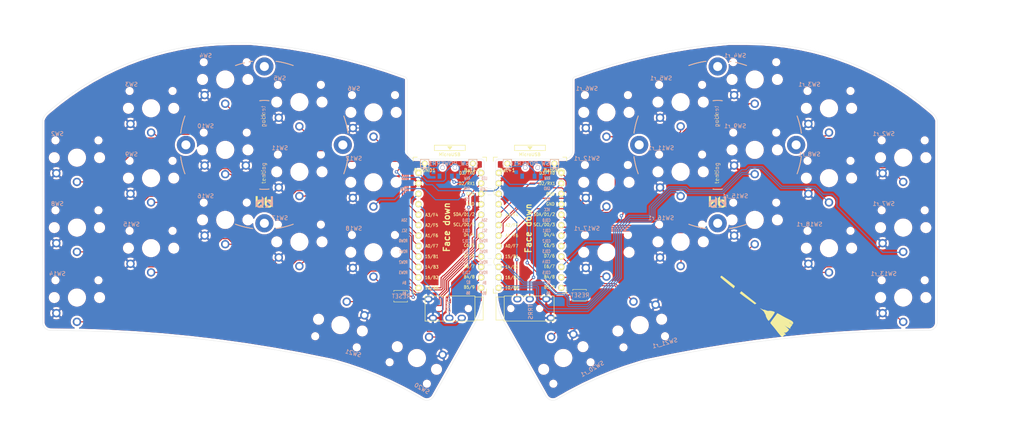
<source format=kicad_pcb>
(kicad_pcb (version 20171130) (host pcbnew 5.1.10)
  (layers (0 F.Cu signal) (31 B.Cu signal) (34 B.Paste user) (35 F.Paste user) (36 B.SilkS user) (37 F.SilkS user) (38 B.Mask user) (39 F.Mask user) (44 Edge.Cuts user))
  (net 0 "")
  (net 1 BT+)
  (net 2 gnd)
  (net 3 vcc)
  (net 4 Switch18)
  (net 5 reset)
  (net 6 Switch1)
  (net 7 Switch2)
  (net 8 Switch3)
  (net 9 Switch4)
  (net 10 Switch5)
  (net 11 Switch6)
  (net 12 Switch7)
  (net 13 Switch8)
  (net 14 Switch9)
  (net 15 Switch10)
  (net 16 Switch11)
  (net 17 Switch12)
  (net 18 Switch13)
  (net 19 Switch14)
  (net 20 Switch15)
  (net 21 Switch16)
  (net 22 Switch17)
  (net 23 "Net-(SW_POWER1-Pad1)")
  (net 24 raw)
  (net 25 BT+_r)
  (net 26 Switch18_r)
  (net 27 reset_r)
  (net 28 Switch9_r)
  (net 29 Switch10_r)
  (net 30 Switch11_r)
  (net 31 Switch12_r)
  (net 32 Switch13_r)
  (net 33 Switch14_r)
  (net 34 Switch15_r)
  (net 35 Switch16_r)
  (net 36 Switch17_r)
  (net 37 Switch1_r)
  (net 38 Switch2_r)
  (net 39 Switch3_r)
  (net 40 Switch4_r)
  (net 41 Switch5_r)
  (net 42 Switch6_r)
  (net 43 Switch7_r)
  (net 44 Switch8_r)
  (net 45 "Net-(SW_POWERR1-Pad1)")
  (module kbd:ProMicro_v3 (layer F.Cu) (at 131.98 59.182)
    (fp_text reference U2 hide)
    (fp_text value ProMicro-kbd hide)
    (fp_text user ROW1 (at -11.3 4.6355) (layer B.SilkS) (effects (font (size 0.75 0.5) (thickness 0.125)) (justify mirror)))
    (fp_text user COL4 (at 3.95 7.112) (layer B.SilkS) (effects (font (size 0.75 0.5) (thickness 0.125)) (justify mirror)))
    (fp_text user ROW2 (at -11.3 7.239) (layer B.SilkS) (effects (font (size 0.75 0.5) (thickness 0.125)) (justify mirror)))
    (fp_text user COL5 (at 4 9.75) (layer B.SilkS) (effects (font (size 0.75 0.5) (thickness 0.125)) (justify mirror)))
    (fp_text user ROW3 (at -11.3 9.75) (layer B.SilkS) (effects (font (size 0.75 0.5) (thickness 0.125)) (justify mirror)))
    (fp_text user B2 (at 4.5085 12.1285) (layer B.SilkS) (effects (font (size 0.75 0.5) (thickness 0.125)) (justify mirror)))
    (fp_text user B4 (at -11.049 12.2555) (layer B.SilkS) (effects (font (size 0.75 0.5) (thickness 0.125)) (justify mirror)))
    (fp_text user B5 (at -11.049 14.7955) (layer B.SilkS) (effects (font (size 0.75 0.5) (thickness 0.125)) (justify mirror)))
    (fp_text user B6 (at 4.445 14.732) (layer B.SilkS) (effects (font (size 0.75 0.5) (thickness 0.125)) (justify mirror)))
    (fp_text user COL0 (at 4 -2.95) (layer B.SilkS) (effects (font (size 0.75 0.5) (thickness 0.125)) (justify mirror)))
    (fp_text user SDA (at -11.049 -2.9845) (layer B.SilkS) (effects (font (size 0.75 0.5) (thickness 0.125)) (justify mirror)))
    (fp_text user COL1 (at 4 -0.4445) (layer B.SilkS) (effects (font (size 0.75 0.5) (thickness 0.125)) (justify mirror)))
    (fp_text user SCL (at -11.049 -0.4445) (layer B.SilkS) (effects (font (size 0.75 0.5) (thickness 0.125)) (justify mirror)))
    (fp_text user COL2 (at 4 2.1) (layer B.SilkS) (effects (font (size 0.75 0.5) (thickness 0.125)) (justify mirror)))
    (fp_text user ROW0 (at -11.3 2.032) (layer B.SilkS) (effects (font (size 0.75 0.5) (thickness 0.125)) (justify mirror)))
    (fp_text user COL3 (at 4 4.6) (layer B.SilkS) (effects (font (size 0.75 0.5) (thickness 0.125)) (justify mirror)))
    (fp_text user DATA (at -11.2 -10.5) (layer B.SilkS) (effects (font (size 0.75 0.5) (thickness 0.125)) (justify mirror)))
    (fp_text user LED (at -11.049 -13.1445) (layer B.SilkS) (effects (font (size 0.75 0.5) (thickness 0.125)) (justify mirror)))
    (fp_text user "" (at -1.2065 -16.256) (layer B.SilkS) (effects (justify mirror)))
    (fp_text user "" (at -0.5 -17.25) (layer F.SilkS))
    (fp_text user RAW (at 4.191 -13.1445 unlocked) (layer B.SilkS) (effects (font (size 0.75 0.5) (thickness 0.125)) (justify mirror)))
    (fp_text user GND (at 4.1275 -10.668 unlocked) (layer B.SilkS) (effects (font (size 0.75 0.5) (thickness 0.125)) (justify mirror)))
    (fp_text user RST (at 4.191 -8.0645 unlocked) (layer B.SilkS) (effects (font (size 0.75 0.5) (thickness 0.125)) (justify mirror)))
    (fp_text user VCC (at 4.1275 -5.5245 unlocked) (layer B.SilkS) (effects (font (size 0.75 0.5) (thickness 0.125)) (justify mirror)))
    (fp_text user A3/F4 (at -4.395 -4.25 unlocked) (layer F.SilkS) (effects (font (size 0.75 0.67) (thickness 0.125))))
    (fp_text user A2/F5 (at -4.395 -1.75 unlocked) (layer F.SilkS) (effects (font (size 0.75 0.67) (thickness 0.125))))
    (fp_text user A1/F6 (at -4.395 0.75 unlocked) (layer F.SilkS) (effects (font (size 0.75 0.67) (thickness 0.125))))
    (fp_text user A0/F7 (at -4.395 3.3 unlocked) (layer F.SilkS) (effects (font (size 0.75 0.67) (thickness 0.125))))
    (fp_text user 15/B1 (at -4.395 5.85 unlocked) (layer F.SilkS) (effects (font (size 0.75 0.67) (thickness 0.125))))
    (fp_text user 14/B3 (at -4.395 8.4 unlocked) (layer F.SilkS) (effects (font (size 0.75 0.67) (thickness 0.125))))
    (fp_text user 10/B6 (at -4.395 13.45 unlocked) (layer F.SilkS) (effects (font (size 0.75 0.67) (thickness 0.125))))
    (fp_text user 16/B2 (at -4.395 10.95 unlocked) (layer F.SilkS) (effects (font (size 0.75 0.67) (thickness 0.125))))
    (fp_text user E6/7 (at 4.705 8.25 unlocked) (layer F.SilkS) (effects (font (size 0.75 0.67) (thickness 0.125))))
    (fp_text user D7/6 (at 4.705 5.7 unlocked) (layer F.SilkS) (effects (font (size 0.75 0.67) (thickness 0.125))))
    (fp_text user GND (at 4.955 -9.35 unlocked) (layer F.SilkS) (effects (font (size 0.75 0.67) (thickness 0.125))))
    (fp_text user GND (at 4.955 -6.9 unlocked) (layer F.SilkS) (effects (font (size 0.75 0.67) (thickness 0.125))))
    (fp_text user D3/TX0 (at 4.155 -14.45 unlocked) (layer F.SilkS) (effects (font (size 0.75 0.67) (thickness 0.125))))
    (fp_text user D4/4 (at 4.705 0.6 unlocked) (layer F.SilkS) (effects (font (size 0.75 0.67) (thickness 0.125))))
    (fp_text user SDA/D1/2 (at 3.455 -4.4 unlocked) (layer F.SilkS) (effects (font (size 0.75 0.67) (thickness 0.125))))
    (fp_text user SCL/D0/3 (at 3.455 -1.9 unlocked) (layer F.SilkS) (effects (font (size 0.75 0.67) (thickness 0.125))))
    (fp_text user C6/5 (at 4.705 3.15 unlocked) (layer F.SilkS) (effects (font (size 0.75 0.67) (thickness 0.125))))
    (fp_text user B5/9 (at 4.705 13.3 unlocked) (layer F.SilkS) (effects (font (size 0.75 0.67) (thickness 0.125))))
    (fp_text user D2/RX1 (at 4.155 -11.9 unlocked) (layer F.SilkS) (effects (font (size 0.75 0.67) (thickness 0.125))))
    (fp_text user B4/8 (at 4.705 10.8 unlocked) (layer F.SilkS) (effects (font (size 0.75 0.67) (thickness 0.125))))
    (fp_text user MicroUSB (at -0.05 -18.95) (layer F.SilkS) (effects (font (size 0.75 0.75) (thickness 0.12))))
    (pad 24 thru_hole circle (at -7.6086 -14.478) (size 1.524 1.524) (drill 0.8128) (layers *.Cu F.SilkS B.Mask) (net 24 raw))
    (pad 23 thru_hole circle (at -7.6086 -11.938) (size 1.524 1.524) (drill 0.8128) (layers *.Cu F.SilkS B.Mask) (net 2 gnd))
    (pad 22 thru_hole circle (at -7.6086 -9.398) (size 1.524 1.524) (drill 0.8128) (layers *.Cu F.SilkS B.Mask) (net 27 reset_r))
    (pad 21 thru_hole circle (at -7.6086 -6.858) (size 1.524 1.524) (drill 0.8128) (layers *.Cu F.SilkS B.Mask) (net 3 vcc))
    (pad 20 thru_hole circle (at -7.6086 -4.318) (size 1.524 1.524) (drill 0.8128) (layers *.Cu F.SilkS B.Mask) (net 41 Switch5_r))
    (pad 19 thru_hole circle (at -7.6086 -1.778) (size 1.524 1.524) (drill 0.8128) (layers *.Cu F.SilkS B.Mask) (net 40 Switch4_r))
    (pad 18 thru_hole circle (at -7.6086 0.762) (size 1.524 1.524) (drill 0.8128) (layers *.Cu F.SilkS B.Mask) (net 39 Switch3_r))
    (pad 17 thru_hole circle (at -7.6086 3.302) (size 1.524 1.524) (drill 0.8128) (layers *.Cu F.SilkS B.Mask) (net 38 Switch2_r))
    (pad 16 thru_hole circle (at -7.6086 5.842) (size 1.524 1.524) (drill 0.8128) (layers *.Cu F.SilkS B.Mask) (net 42 Switch6_r))
    (pad 15 thru_hole circle (at -7.6086 8.382) (size 1.524 1.524) (drill 0.8128) (layers *.Cu F.SilkS B.Mask) (net 43 Switch7_r))
    (pad 14 thru_hole circle (at -7.6086 10.922) (size 1.524 1.524) (drill 0.8128) (layers *.Cu F.SilkS B.Mask) (net 44 Switch8_r))
    (pad 13 thru_hole circle (at -7.6086 13.462) (size 1.524 1.524) (drill 0.8128) (layers *.Cu F.SilkS B.Mask) (net 28 Switch9_r))
    (pad 12 thru_hole circle (at 7.6114 13.462) (size 1.524 1.524) (drill 0.8128) (layers *.Cu F.SilkS B.Mask) (net 36 Switch17_r))
    (pad 11 thru_hole circle (at 7.6114 10.922) (size 1.524 1.524) (drill 0.8128) (layers *.Cu F.SilkS B.Mask) (net 35 Switch16_r))
    (pad 10 thru_hole circle (at 7.6114 8.382) (size 1.524 1.524) (drill 0.8128) (layers *.Cu F.SilkS B.Mask) (net 37 Switch1_r))
    (pad 9 thru_hole circle (at 7.6114 5.842) (size 1.524 1.524) (drill 0.8128) (layers *.Cu F.SilkS B.Mask) (net 34 Switch15_r))
    (pad 8 thru_hole circle (at 7.6114 3.302) (size 1.524 1.524) (drill 0.8128) (layers *.Cu F.SilkS B.Mask) (net 33 Switch14_r))
    (pad 7 thru_hole circle (at 7.6114 0.762) (size 1.524 1.524) (drill 0.8128) (layers *.Cu F.SilkS B.Mask) (net 32 Switch13_r))
    (pad 6 thru_hole circle (at 7.6114 -1.778) (size 1.524 1.524) (drill 0.8128) (layers *.Cu F.SilkS B.Mask) (net 31 Switch12_r))
    (pad 5 thru_hole circle (at 7.6114 -4.318) (size 1.524 1.524) (drill 0.8128) (layers *.Cu F.SilkS B.Mask) (net 30 Switch11_r))
    (pad 4 thru_hole circle (at 7.6114 -6.858) (size 1.524 1.524) (drill 0.8128) (layers *.Cu F.SilkS B.Mask) (net 2 gnd))
    (pad 3 thru_hole circle (at 7.6114 -9.398) (size 1.524 1.524) (drill 0.8128) (layers *.Cu F.SilkS B.Mask) (net 2 gnd))
    (pad 2 thru_hole circle (at 7.6114 -11.938) (size 1.524 1.524) (drill 0.8128) (layers *.Cu F.SilkS B.Mask) (net 26 Switch18_r))
    (pad 1 thru_hole circle (at 7.6114 -14.478) (size 1.524 1.524) (drill 0.8128) (layers *.Cu F.SilkS B.Mask) (net 29 Switch10_r))
  )
  (module kbd:ProMicro_v3 (layer F.Cu) (at 112.522 59.182)
    (fp_text reference U1 hide)
    (fp_text value ProMicro-kbd hide)
    (fp_text user ROW1 (at -11.3 4.6355) (layer B.SilkS) (effects (font (size 0.75 0.5) (thickness 0.125)) (justify mirror)))
    (fp_text user COL4 (at 3.95 7.112) (layer B.SilkS) (effects (font (size 0.75 0.5) (thickness 0.125)) (justify mirror)))
    (fp_text user ROW2 (at -11.3 7.239) (layer B.SilkS) (effects (font (size 0.75 0.5) (thickness 0.125)) (justify mirror)))
    (fp_text user COL5 (at 4 9.75) (layer B.SilkS) (effects (font (size 0.75 0.5) (thickness 0.125)) (justify mirror)))
    (fp_text user ROW3 (at -11.3 9.75) (layer B.SilkS) (effects (font (size 0.75 0.5) (thickness 0.125)) (justify mirror)))
    (fp_text user B2 (at 4.5085 12.1285) (layer B.SilkS) (effects (font (size 0.75 0.5) (thickness 0.125)) (justify mirror)))
    (fp_text user B4 (at -11.049 12.2555) (layer B.SilkS) (effects (font (size 0.75 0.5) (thickness 0.125)) (justify mirror)))
    (fp_text user B5 (at -11.049 14.7955) (layer B.SilkS) (effects (font (size 0.75 0.5) (thickness 0.125)) (justify mirror)))
    (fp_text user B6 (at 4.445 14.732) (layer B.SilkS) (effects (font (size 0.75 0.5) (thickness 0.125)) (justify mirror)))
    (fp_text user COL0 (at 4 -2.95) (layer B.SilkS) (effects (font (size 0.75 0.5) (thickness 0.125)) (justify mirror)))
    (fp_text user SDA (at -11.049 -2.9845) (layer B.SilkS) (effects (font (size 0.75 0.5) (thickness 0.125)) (justify mirror)))
    (fp_text user COL1 (at 4 -0.4445) (layer B.SilkS) (effects (font (size 0.75 0.5) (thickness 0.125)) (justify mirror)))
    (fp_text user SCL (at -11.049 -0.4445) (layer B.SilkS) (effects (font (size 0.75 0.5) (thickness 0.125)) (justify mirror)))
    (fp_text user COL2 (at 4 2.1) (layer B.SilkS) (effects (font (size 0.75 0.5) (thickness 0.125)) (justify mirror)))
    (fp_text user ROW0 (at -11.3 2.032) (layer B.SilkS) (effects (font (size 0.75 0.5) (thickness 0.125)) (justify mirror)))
    (fp_text user COL3 (at 4 4.6) (layer B.SilkS) (effects (font (size 0.75 0.5) (thickness 0.125)) (justify mirror)))
    (fp_text user DATA (at -11.2 -10.5) (layer B.SilkS) (effects (font (size 0.75 0.5) (thickness 0.125)) (justify mirror)))
    (fp_text user LED (at -11.049 -13.1445) (layer B.SilkS) (effects (font (size 0.75 0.5) (thickness 0.125)) (justify mirror)))
    (fp_text user "" (at -1.2065 -16.256) (layer B.SilkS) (effects (justify mirror)))
    (fp_text user "" (at -0.5 -17.25) (layer F.SilkS))
    (fp_text user RAW (at 4.191 -13.1445 unlocked) (layer B.SilkS) (effects (font (size 0.75 0.5) (thickness 0.125)) (justify mirror)))
    (fp_text user GND (at 4.1275 -10.668 unlocked) (layer B.SilkS) (effects (font (size 0.75 0.5) (thickness 0.125)) (justify mirror)))
    (fp_text user RST (at 4.191 -8.0645 unlocked) (layer B.SilkS) (effects (font (size 0.75 0.5) (thickness 0.125)) (justify mirror)))
    (fp_text user VCC (at 4.1275 -5.5245 unlocked) (layer B.SilkS) (effects (font (size 0.75 0.5) (thickness 0.125)) (justify mirror)))
    (fp_text user A3/F4 (at -4.395 -4.25 unlocked) (layer F.SilkS) (effects (font (size 0.75 0.67) (thickness 0.125))))
    (fp_text user A2/F5 (at -4.395 -1.75 unlocked) (layer F.SilkS) (effects (font (size 0.75 0.67) (thickness 0.125))))
    (fp_text user A1/F6 (at -4.395 0.75 unlocked) (layer F.SilkS) (effects (font (size 0.75 0.67) (thickness 0.125))))
    (fp_text user A0/F7 (at -4.395 3.3 unlocked) (layer F.SilkS) (effects (font (size 0.75 0.67) (thickness 0.125))))
    (fp_text user 15/B1 (at -4.395 5.85 unlocked) (layer F.SilkS) (effects (font (size 0.75 0.67) (thickness 0.125))))
    (fp_text user 14/B3 (at -4.395 8.4 unlocked) (layer F.SilkS) (effects (font (size 0.75 0.67) (thickness 0.125))))
    (fp_text user 10/B6 (at -4.395 13.45 unlocked) (layer F.SilkS) (effects (font (size 0.75 0.67) (thickness 0.125))))
    (fp_text user 16/B2 (at -4.395 10.95 unlocked) (layer F.SilkS) (effects (font (size 0.75 0.67) (thickness 0.125))))
    (fp_text user E6/7 (at 4.705 8.25 unlocked) (layer F.SilkS) (effects (font (size 0.75 0.67) (thickness 0.125))))
    (fp_text user D7/6 (at 4.705 5.7 unlocked) (layer F.SilkS) (effects (font (size 0.75 0.67) (thickness 0.125))))
    (fp_text user GND (at 4.955 -9.35 unlocked) (layer F.SilkS) (effects (font (size 0.75 0.67) (thickness 0.125))))
    (fp_text user GND (at 4.955 -6.9 unlocked) (layer F.SilkS) (effects (font (size 0.75 0.67) (thickness 0.125))))
    (fp_text user D3/TX0 (at 4.155 -14.45 unlocked) (layer F.SilkS) (effects (font (size 0.75 0.67) (thickness 0.125))))
    (fp_text user D4/4 (at 4.705 0.6 unlocked) (layer F.SilkS) (effects (font (size 0.75 0.67) (thickness 0.125))))
    (fp_text user SDA/D1/2 (at 3.455 -4.4 unlocked) (layer F.SilkS) (effects (font (size 0.75 0.67) (thickness 0.125))))
    (fp_text user SCL/D0/3 (at 3.455 -1.9 unlocked) (layer F.SilkS) (effects (font (size 0.75 0.67) (thickness 0.125))))
    (fp_text user C6/5 (at 4.705 3.15 unlocked) (layer F.SilkS) (effects (font (size 0.75 0.67) (thickness 0.125))))
    (fp_text user B5/9 (at 4.705 13.3 unlocked) (layer F.SilkS) (effects (font (size 0.75 0.67) (thickness 0.125))))
    (fp_text user D2/RX1 (at 4.155 -11.9 unlocked) (layer F.SilkS) (effects (font (size 0.75 0.67) (thickness 0.125))))
    (fp_text user B4/8 (at 4.705 10.8 unlocked) (layer F.SilkS) (effects (font (size 0.75 0.67) (thickness 0.125))))
    (fp_text user MicroUSB (at -0.05 -18.95) (layer F.SilkS) (effects (font (size 0.75 0.75) (thickness 0.12))))
    (pad 24 thru_hole circle (at -7.6086 -14.478) (size 1.524 1.524) (drill 0.8128) (layers *.Cu F.SilkS B.Mask) (net 24 raw))
    (pad 23 thru_hole circle (at -7.6086 -11.938) (size 1.524 1.524) (drill 0.8128) (layers *.Cu F.SilkS B.Mask) (net 2 gnd))
    (pad 22 thru_hole circle (at -7.6086 -9.398) (size 1.524 1.524) (drill 0.8128) (layers *.Cu F.SilkS B.Mask) (net 5 reset))
    (pad 21 thru_hole circle (at -7.6086 -6.858) (size 1.524 1.524) (drill 0.8128) (layers *.Cu F.SilkS B.Mask) (net 3 vcc))
    (pad 20 thru_hole circle (at -7.6086 -4.318) (size 1.524 1.524) (drill 0.8128) (layers *.Cu F.SilkS B.Mask) (net 10 Switch5))
    (pad 19 thru_hole circle (at -7.6086 -1.778) (size 1.524 1.524) (drill 0.8128) (layers *.Cu F.SilkS B.Mask) (net 9 Switch4))
    (pad 18 thru_hole circle (at -7.6086 0.762) (size 1.524 1.524) (drill 0.8128) (layers *.Cu F.SilkS B.Mask) (net 8 Switch3))
    (pad 17 thru_hole circle (at -7.6086 3.302) (size 1.524 1.524) (drill 0.8128) (layers *.Cu F.SilkS B.Mask) (net 7 Switch2))
    (pad 16 thru_hole circle (at -7.6086 5.842) (size 1.524 1.524) (drill 0.8128) (layers *.Cu F.SilkS B.Mask) (net 11 Switch6))
    (pad 15 thru_hole circle (at -7.6086 8.382) (size 1.524 1.524) (drill 0.8128) (layers *.Cu F.SilkS B.Mask) (net 12 Switch7))
    (pad 14 thru_hole circle (at -7.6086 10.922) (size 1.524 1.524) (drill 0.8128) (layers *.Cu F.SilkS B.Mask) (net 13 Switch8))
    (pad 13 thru_hole circle (at -7.6086 13.462) (size 1.524 1.524) (drill 0.8128) (layers *.Cu F.SilkS B.Mask) (net 14 Switch9))
    (pad 12 thru_hole circle (at 7.6114 13.462) (size 1.524 1.524) (drill 0.8128) (layers *.Cu F.SilkS B.Mask) (net 22 Switch17))
    (pad 11 thru_hole circle (at 7.6114 10.922) (size 1.524 1.524) (drill 0.8128) (layers *.Cu F.SilkS B.Mask) (net 21 Switch16))
    (pad 10 thru_hole circle (at 7.6114 8.382) (size 1.524 1.524) (drill 0.8128) (layers *.Cu F.SilkS B.Mask) (net 6 Switch1))
    (pad 9 thru_hole circle (at 7.6114 5.842) (size 1.524 1.524) (drill 0.8128) (layers *.Cu F.SilkS B.Mask) (net 20 Switch15))
    (pad 8 thru_hole circle (at 7.6114 3.302) (size 1.524 1.524) (drill 0.8128) (layers *.Cu F.SilkS B.Mask) (net 19 Switch14))
    (pad 7 thru_hole circle (at 7.6114 0.762) (size 1.524 1.524) (drill 0.8128) (layers *.Cu F.SilkS B.Mask) (net 18 Switch13))
    (pad 6 thru_hole circle (at 7.6114 -1.778) (size 1.524 1.524) (drill 0.8128) (layers *.Cu F.SilkS B.Mask) (net 17 Switch12))
    (pad 5 thru_hole circle (at 7.6114 -4.318) (size 1.524 1.524) (drill 0.8128) (layers *.Cu F.SilkS B.Mask) (net 16 Switch11))
    (pad 4 thru_hole circle (at 7.6114 -6.858) (size 1.524 1.524) (drill 0.8128) (layers *.Cu F.SilkS B.Mask) (net 2 gnd))
    (pad 3 thru_hole circle (at 7.6114 -9.398) (size 1.524 1.524) (drill 0.8128) (layers *.Cu F.SilkS B.Mask) (net 2 gnd))
    (pad 2 thru_hole circle (at 7.6114 -11.938) (size 1.524 1.524) (drill 0.8128) (layers *.Cu F.SilkS B.Mask) (net 4 Switch18))
    (pad 1 thru_hole circle (at 7.6114 -14.478) (size 1.524 1.524) (drill 0.8128) (layers *.Cu F.SilkS B.Mask) (net 15 Switch10))
  )
  (module Kailh:TRRS-PJ-320A (layer F.Cu) (at 125.73 77.67 90)
    (fp_text reference J1)
    (fp_text value AudioJack4dpb hide)
    (fp_text user TRRS (at -0.8255 6.4135 90) (layer B.SilkS) (effects (justify mirror)))
    (pad R1 thru_hole oval (at 2.3 6.2 90) (size 1.6 2) (drill oval 0.9 1.3) (layers *.Cu *.Mask) (net 26 Switch18_r))
    (pad "" np_thru_hole circle (at 0 1.6 90) (size 0.8 0.8) (drill 0.8) (layers *.Cu *.Mask))
    (pad "" np_thru_hole circle (at 0 8.6 90) (size 0.8 0.8) (drill 0.8) (layers *.Cu *.Mask))
    (pad R2 thru_hole oval (at 2.3 3.2 90) (size 1.6 2) (drill oval 0.9 1.3) (layers *.Cu *.Mask) (net 3 vcc))
    (pad T thru_hole oval (at 2.3 10.2 90) (size 1.6 2) (drill oval 0.9 1.3) (layers *.Cu *.Mask) (net 2 gnd))
    (pad S thru_hole oval (at -2.3 11.3 90) (size 1.6 2) (drill oval 0.9 1.3) (layers *.Cu *.Mask) (net 2 gnd))
  )
  (module Kailh:TRRS-PJ-320A (layer F.Cu) (at 118.618 77.67 270)
    (fp_text reference J2)
    (fp_text value AudioJack4dpb hide)
    (fp_text user TRRS (at -0.8255 6.4135 90) (layer B.SilkS) (effects (justify mirror)))
    (pad R1 thru_hole oval (at 2.3 6.2 270) (size 1.6 2) (drill oval 0.9 1.3) (layers *.Cu *.Mask) (net 4 Switch18))
    (pad "" np_thru_hole circle (at 0 1.6 270) (size 0.8 0.8) (drill 0.8) (layers *.Cu *.Mask))
    (pad "" np_thru_hole circle (at 0 8.6 270) (size 0.8 0.8) (drill 0.8) (layers *.Cu *.Mask))
    (pad R2 thru_hole oval (at 2.3 3.2 270) (size 1.6 2) (drill oval 0.9 1.3) (layers *.Cu *.Mask) (net 3 vcc))
    (pad T thru_hole oval (at 2.3 10.2 270) (size 1.6 2) (drill oval 0.9 1.3) (layers *.Cu *.Mask) (net 2 gnd))
    (pad S thru_hole oval (at -2.3 11.3 270) (size 1.6 2) (drill oval 0.9 1.3) (layers *.Cu *.Mask) (net 2 gnd))
  )
  (module Kailh:SPDT_C128955 (layer B.Cu) (at 112.268 43.434 180)
    (fp_text reference SW_POWERR1 (at 0 1) (layer B.SilkS) (effects (justify mirror)))
    (fp_text value SW_SPDT)
    (pad 0 smd rect (at -3.7 1.1 180) (size 0.9 0.9) (layers B.Cu B.Paste B.Mask))
    (pad 0 smd rect (at -3.7 -1.1 180) (size 0.9 0.9) (layers B.Cu B.Paste B.Mask))
    (pad 0 smd rect (at 3.7 -1.1 180) (size 0.9 0.9) (layers B.Cu B.Paste B.Mask))
    (pad 0 smd rect (at 3.7 1.1 180) (size 0.9 0.9) (layers B.Cu B.Paste B.Mask))
    (pad 1 smd rect (at 2.25 -2.075 180) (size 0.9 1.25) (layers B.Cu B.Paste B.Mask) (net 45 "Net-(SW_POWERR1-Pad1)"))
    (pad 3 smd rect (at -2.25 -2.075 180) (size 0.9 1.25) (layers B.Cu B.Paste B.Mask) (net 24 raw))
    (pad 2 smd rect (at -0.75 -2.075 180) (size 0.9 1.25) (layers B.Cu B.Paste B.Mask) (net 25 BT+_r))
    (pad "" np_thru_hole circle (at -1.5 0 180) (size 1 1) (drill 0.9) (layers *.Cu *.Mask))
    (pad "" np_thru_hole circle (at 1.5 0 180) (size 1 1) (drill 0.9) (layers *.Cu *.Mask))
  )
  (module Kailh:SPDT_C128955 (layer B.Cu) (at 132.334 43.434 180)
    (fp_text reference SW_POWER1 (at 0 1) (layer B.SilkS) (effects (justify mirror)))
    (fp_text value SW_SPDT)
    (pad 0 smd rect (at -3.7 1.1 180) (size 0.9 0.9) (layers B.Cu B.Paste B.Mask))
    (pad 0 smd rect (at -3.7 -1.1 180) (size 0.9 0.9) (layers B.Cu B.Paste B.Mask))
    (pad 0 smd rect (at 3.7 -1.1 180) (size 0.9 0.9) (layers B.Cu B.Paste B.Mask))
    (pad 0 smd rect (at 3.7 1.1 180) (size 0.9 0.9) (layers B.Cu B.Paste B.Mask))
    (pad 1 smd rect (at 2.25 -2.075 180) (size 0.9 1.25) (layers B.Cu B.Paste B.Mask) (net 23 "Net-(SW_POWER1-Pad1)"))
    (pad 3 smd rect (at -2.25 -2.075 180) (size 0.9 1.25) (layers B.Cu B.Paste B.Mask) (net 24 raw))
    (pad 2 smd rect (at -0.75 -2.075 180) (size 0.9 1.25) (layers B.Cu B.Paste B.Mask) (net 1 BT+))
    (pad "" np_thru_hole circle (at -1.5 0 180) (size 1 1) (drill 0.9) (layers *.Cu *.Mask))
    (pad "" np_thru_hole circle (at 1.5 0 180) (size 1 1) (drill 0.9) (layers *.Cu *.Mask))
  )
  (module Kailh:SW_PG1350_nonrev_DPB (layer F.Cu) (at 22 41)
    (fp_text reference SW2 hide)
    (fp_text value SW_Push hide)
    (fp_text user %R (at -4.76 -5.8) (layer B.SilkS) (effects (justify mirror)))
    (pad "" np_thru_hole circle (at -5.22 -4.2) (size 0.9906 0.9906) (drill 0.9906) (layers *.Cu *.Mask))
    (pad "" np_thru_hole circle (at 0 0) (size 3.429 3.429) (drill 3.429) (layers *.Cu *.Mask))
    (pad 2 thru_hole circle (at -5 3.8) (size 2.032 2.032) (drill 1.27) (layers *.Cu *.Mask) (net 2 gnd))
    (pad 1 thru_hole circle (at 0 5.9) (size 2.032 2.032) (drill 1.27) (layers *.Cu *.Mask) (net 6 Switch1))
    (pad "" np_thru_hole circle (at 5.22 -4.2) (size 0.9906 0.9906) (drill 0.9906) (layers *.Cu *.Mask))
    (pad "" np_thru_hole circle (at 5.5 0) (size 1.7018 1.7018) (drill 1.7018) (layers *.Cu *.Mask))
    (pad "" np_thru_hole circle (at -5.5 0) (size 1.7018 1.7018) (drill 1.7018) (layers *.Cu *.Mask))
  )
  (module Kailh:SW_PG1350_nonrev_DPB (layer F.Cu) (at 40 29)
    (fp_text reference SW3 hide)
    (fp_text value SW_Push hide)
    (fp_text user %R (at -4.76 -5.8) (layer B.SilkS) (effects (justify mirror)))
    (pad "" np_thru_hole circle (at -5.22 -4.2) (size 0.9906 0.9906) (drill 0.9906) (layers *.Cu *.Mask))
    (pad "" np_thru_hole circle (at 0 0) (size 3.429 3.429) (drill 3.429) (layers *.Cu *.Mask))
    (pad 2 thru_hole circle (at -5 3.8) (size 2.032 2.032) (drill 1.27) (layers *.Cu *.Mask) (net 2 gnd))
    (pad 1 thru_hole circle (at 0 5.9) (size 2.032 2.032) (drill 1.27) (layers *.Cu *.Mask) (net 7 Switch2))
    (pad "" np_thru_hole circle (at 5.22 -4.2) (size 0.9906 0.9906) (drill 0.9906) (layers *.Cu *.Mask))
    (pad "" np_thru_hole circle (at 5.5 0) (size 1.7018 1.7018) (drill 1.7018) (layers *.Cu *.Mask))
    (pad "" np_thru_hole circle (at -5.5 0) (size 1.7018 1.7018) (drill 1.7018) (layers *.Cu *.Mask))
  )
  (module Kailh:SW_PG1350_nonrev_DPB (layer F.Cu) (at 58 22)
    (fp_text reference SW4 hide)
    (fp_text value SW_Push hide)
    (fp_text user %R (at -4.76 -5.8) (layer B.SilkS) (effects (justify mirror)))
    (pad "" np_thru_hole circle (at -5.22 -4.2) (size 0.9906 0.9906) (drill 0.9906) (layers *.Cu *.Mask))
    (pad "" np_thru_hole circle (at 0 0) (size 3.429 3.429) (drill 3.429) (layers *.Cu *.Mask))
    (pad 2 thru_hole circle (at -5 3.8) (size 2.032 2.032) (drill 1.27) (layers *.Cu *.Mask) (net 2 gnd))
    (pad 1 thru_hole circle (at 0 5.9) (size 2.032 2.032) (drill 1.27) (layers *.Cu *.Mask) (net 8 Switch3))
    (pad "" np_thru_hole circle (at 5.22 -4.2) (size 0.9906 0.9906) (drill 0.9906) (layers *.Cu *.Mask))
    (pad "" np_thru_hole circle (at 5.5 0) (size 1.7018 1.7018) (drill 1.7018) (layers *.Cu *.Mask))
    (pad "" np_thru_hole circle (at -5.5 0) (size 1.7018 1.7018) (drill 1.7018) (layers *.Cu *.Mask))
  )
  (module Kailh:SW_PG1350_nonrev_DPB (layer F.Cu) (at 76 27.5)
    (fp_text reference SW5 hide)
    (fp_text value SW_Push hide)
    (fp_text user %R (at -4.76 -5.8) (layer B.SilkS) (effects (justify mirror)))
    (pad "" np_thru_hole circle (at -5.22 -4.2) (size 0.9906 0.9906) (drill 0.9906) (layers *.Cu *.Mask))
    (pad "" np_thru_hole circle (at 0 0) (size 3.429 3.429) (drill 3.429) (layers *.Cu *.Mask))
    (pad 2 thru_hole circle (at -5 3.8) (size 2.032 2.032) (drill 1.27) (layers *.Cu *.Mask) (net 2 gnd))
    (pad 1 thru_hole circle (at 0 5.9) (size 2.032 2.032) (drill 1.27) (layers *.Cu *.Mask) (net 9 Switch4))
    (pad "" np_thru_hole circle (at 5.22 -4.2) (size 0.9906 0.9906) (drill 0.9906) (layers *.Cu *.Mask))
    (pad "" np_thru_hole circle (at 5.5 0) (size 1.7018 1.7018) (drill 1.7018) (layers *.Cu *.Mask))
    (pad "" np_thru_hole circle (at -5.5 0) (size 1.7018 1.7018) (drill 1.7018) (layers *.Cu *.Mask))
  )
  (module Kailh:SW_PG1350_nonrev_DPB (layer F.Cu) (at 94 30)
    (fp_text reference SW6 hide)
    (fp_text value SW_Push hide)
    (fp_text user %R (at -4.76 -5.8) (layer B.SilkS) (effects (justify mirror)))
    (pad "" np_thru_hole circle (at -5.22 -4.2) (size 0.9906 0.9906) (drill 0.9906) (layers *.Cu *.Mask))
    (pad "" np_thru_hole circle (at 0 0) (size 3.429 3.429) (drill 3.429) (layers *.Cu *.Mask))
    (pad 2 thru_hole circle (at -5 3.8) (size 2.032 2.032) (drill 1.27) (layers *.Cu *.Mask) (net 2 gnd))
    (pad 1 thru_hole circle (at 0 5.9) (size 2.032 2.032) (drill 1.27) (layers *.Cu *.Mask) (net 10 Switch5))
    (pad "" np_thru_hole circle (at 5.22 -4.2) (size 0.9906 0.9906) (drill 0.9906) (layers *.Cu *.Mask))
    (pad "" np_thru_hole circle (at 5.5 0) (size 1.7018 1.7018) (drill 1.7018) (layers *.Cu *.Mask))
    (pad "" np_thru_hole circle (at -5.5 0) (size 1.7018 1.7018) (drill 1.7018) (layers *.Cu *.Mask))
  )
  (module Kailh:SW_PG1350_nonrev_DPB (layer F.Cu) (at 22 58)
    (fp_text reference SW8 hide)
    (fp_text value SW_Push hide)
    (fp_text user %R (at -4.76 -5.8) (layer B.SilkS) (effects (justify mirror)))
    (pad "" np_thru_hole circle (at -5.22 -4.2) (size 0.9906 0.9906) (drill 0.9906) (layers *.Cu *.Mask))
    (pad "" np_thru_hole circle (at 0 0) (size 3.429 3.429) (drill 3.429) (layers *.Cu *.Mask))
    (pad 2 thru_hole circle (at -5 3.8) (size 2.032 2.032) (drill 1.27) (layers *.Cu *.Mask) (net 2 gnd))
    (pad 1 thru_hole circle (at 0 5.9) (size 2.032 2.032) (drill 1.27) (layers *.Cu *.Mask) (net 11 Switch6))
    (pad "" np_thru_hole circle (at 5.22 -4.2) (size 0.9906 0.9906) (drill 0.9906) (layers *.Cu *.Mask))
    (pad "" np_thru_hole circle (at 5.5 0) (size 1.7018 1.7018) (drill 1.7018) (layers *.Cu *.Mask))
    (pad "" np_thru_hole circle (at -5.5 0) (size 1.7018 1.7018) (drill 1.7018) (layers *.Cu *.Mask))
  )
  (module Kailh:SW_PG1350_nonrev_DPB (layer F.Cu) (at 40 45.974)
    (fp_text reference SW9 hide)
    (fp_text value SW_Push hide)
    (fp_text user %R (at -4.76 -5.8) (layer B.SilkS) (effects (justify mirror)))
    (pad "" np_thru_hole circle (at -5.22 -4.2) (size 0.9906 0.9906) (drill 0.9906) (layers *.Cu *.Mask))
    (pad "" np_thru_hole circle (at 0 0) (size 3.429 3.429) (drill 3.429) (layers *.Cu *.Mask))
    (pad 2 thru_hole circle (at -5 3.8) (size 2.032 2.032) (drill 1.27) (layers *.Cu *.Mask) (net 2 gnd))
    (pad 1 thru_hole circle (at 0 5.9) (size 2.032 2.032) (drill 1.27) (layers *.Cu *.Mask) (net 12 Switch7))
    (pad "" np_thru_hole circle (at 5.22 -4.2) (size 0.9906 0.9906) (drill 0.9906) (layers *.Cu *.Mask))
    (pad "" np_thru_hole circle (at 5.5 0) (size 1.7018 1.7018) (drill 1.7018) (layers *.Cu *.Mask))
    (pad "" np_thru_hole circle (at -5.5 0) (size 1.7018 1.7018) (drill 1.7018) (layers *.Cu *.Mask))
  )
  (module Kailh:SW_PG1350_nonrev_DPB (layer F.Cu) (at 76 44.45)
    (fp_text reference SW11 hide)
    (fp_text value SW_Push hide)
    (fp_text user %R (at -4.76 -5.8) (layer B.SilkS) (effects (justify mirror)))
    (pad "" np_thru_hole circle (at -5.22 -4.2) (size 0.9906 0.9906) (drill 0.9906) (layers *.Cu *.Mask))
    (pad "" np_thru_hole circle (at 0 0) (size 3.429 3.429) (drill 3.429) (layers *.Cu *.Mask))
    (pad 2 thru_hole circle (at -5 3.8) (size 2.032 2.032) (drill 1.27) (layers *.Cu *.Mask) (net 2 gnd))
    (pad 1 thru_hole circle (at 0 5.9) (size 2.032 2.032) (drill 1.27) (layers *.Cu *.Mask) (net 14 Switch9))
    (pad "" np_thru_hole circle (at 5.22 -4.2) (size 0.9906 0.9906) (drill 0.9906) (layers *.Cu *.Mask))
    (pad "" np_thru_hole circle (at 5.5 0) (size 1.7018 1.7018) (drill 1.7018) (layers *.Cu *.Mask))
    (pad "" np_thru_hole circle (at -5.5 0) (size 1.7018 1.7018) (drill 1.7018) (layers *.Cu *.Mask))
  )
  (module Kailh:SW_PG1350_nonrev_DPB (layer F.Cu) (at 93.98 46.99)
    (fp_text reference SW12 hide)
    (fp_text value SW_Push hide)
    (fp_text user %R (at -4.76 -5.8) (layer B.SilkS) (effects (justify mirror)))
    (pad "" np_thru_hole circle (at -5.22 -4.2) (size 0.9906 0.9906) (drill 0.9906) (layers *.Cu *.Mask))
    (pad "" np_thru_hole circle (at 0 0) (size 3.429 3.429) (drill 3.429) (layers *.Cu *.Mask))
    (pad 2 thru_hole circle (at -5 3.8) (size 2.032 2.032) (drill 1.27) (layers *.Cu *.Mask) (net 2 gnd))
    (pad 1 thru_hole circle (at 0 5.9) (size 2.032 2.032) (drill 1.27) (layers *.Cu *.Mask) (net 15 Switch10))
    (pad "" np_thru_hole circle (at 5.22 -4.2) (size 0.9906 0.9906) (drill 0.9906) (layers *.Cu *.Mask))
    (pad "" np_thru_hole circle (at 5.5 0) (size 1.7018 1.7018) (drill 1.7018) (layers *.Cu *.Mask))
    (pad "" np_thru_hole circle (at -5.5 0) (size 1.7018 1.7018) (drill 1.7018) (layers *.Cu *.Mask))
  )
  (module Kailh:SW_PG1350_nonrev_DPB (layer F.Cu) (at 22 75)
    (fp_text reference SW14 hide)
    (fp_text value SW_Push hide)
    (fp_text user %R (at -4.76 -5.8) (layer B.SilkS) (effects (justify mirror)))
    (pad "" np_thru_hole circle (at -5.22 -4.2) (size 0.9906 0.9906) (drill 0.9906) (layers *.Cu *.Mask))
    (pad "" np_thru_hole circle (at 0 0) (size 3.429 3.429) (drill 3.429) (layers *.Cu *.Mask))
    (pad 2 thru_hole circle (at -5 3.8) (size 2.032 2.032) (drill 1.27) (layers *.Cu *.Mask) (net 2 gnd))
    (pad 1 thru_hole circle (at 0 5.9) (size 2.032 2.032) (drill 1.27) (layers *.Cu *.Mask) (net 16 Switch11))
    (pad "" np_thru_hole circle (at 5.22 -4.2) (size 0.9906 0.9906) (drill 0.9906) (layers *.Cu *.Mask))
    (pad "" np_thru_hole circle (at 5.5 0) (size 1.7018 1.7018) (drill 1.7018) (layers *.Cu *.Mask))
    (pad "" np_thru_hole circle (at -5.5 0) (size 1.7018 1.7018) (drill 1.7018) (layers *.Cu *.Mask))
  )
  (module Kailh:SW_PG1350_nonrev_DPB (layer F.Cu) (at 40 62.992)
    (fp_text reference SW15 hide)
    (fp_text value SW_Push hide)
    (fp_text user %R (at -4.76 -5.8) (layer B.SilkS) (effects (justify mirror)))
    (pad "" np_thru_hole circle (at -5.22 -4.2) (size 0.9906 0.9906) (drill 0.9906) (layers *.Cu *.Mask))
    (pad "" np_thru_hole circle (at 0 0) (size 3.429 3.429) (drill 3.429) (layers *.Cu *.Mask))
    (pad 2 thru_hole circle (at -5 3.8) (size 2.032 2.032) (drill 1.27) (layers *.Cu *.Mask) (net 2 gnd))
    (pad 1 thru_hole circle (at 0 5.9) (size 2.032 2.032) (drill 1.27) (layers *.Cu *.Mask) (net 17 Switch12))
    (pad "" np_thru_hole circle (at 5.22 -4.2) (size 0.9906 0.9906) (drill 0.9906) (layers *.Cu *.Mask))
    (pad "" np_thru_hole circle (at 5.5 0) (size 1.7018 1.7018) (drill 1.7018) (layers *.Cu *.Mask))
    (pad "" np_thru_hole circle (at -5.5 0) (size 1.7018 1.7018) (drill 1.7018) (layers *.Cu *.Mask))
  )
  (module Kailh:SW_PG1350_nonrev_DPB (layer F.Cu) (at 58 56.134)
    (fp_text reference SW16 hide)
    (fp_text value SW_Push hide)
    (fp_text user %R (at -4.76 -5.8) (layer B.SilkS) (effects (justify mirror)))
    (pad "" np_thru_hole circle (at -5.22 -4.2) (size 0.9906 0.9906) (drill 0.9906) (layers *.Cu *.Mask))
    (pad "" np_thru_hole circle (at 0 0) (size 3.429 3.429) (drill 3.429) (layers *.Cu *.Mask))
    (pad 2 thru_hole circle (at -5 3.8) (size 2.032 2.032) (drill 1.27) (layers *.Cu *.Mask) (net 2 gnd))
    (pad 1 thru_hole circle (at 0 5.9) (size 2.032 2.032) (drill 1.27) (layers *.Cu *.Mask) (net 18 Switch13))
    (pad "" np_thru_hole circle (at 5.22 -4.2) (size 0.9906 0.9906) (drill 0.9906) (layers *.Cu *.Mask))
    (pad "" np_thru_hole circle (at 5.5 0) (size 1.7018 1.7018) (drill 1.7018) (layers *.Cu *.Mask))
    (pad "" np_thru_hole circle (at -5.5 0) (size 1.7018 1.7018) (drill 1.7018) (layers *.Cu *.Mask))
  )
  (module Kailh:SW_PG1350_nonrev_DPB (layer F.Cu) (at 76 61.468)
    (fp_text reference SW17 hide)
    (fp_text value SW_Push hide)
    (fp_text user %R (at -4.76 -5.8) (layer B.SilkS) (effects (justify mirror)))
    (pad "" np_thru_hole circle (at -5.22 -4.2) (size 0.9906 0.9906) (drill 0.9906) (layers *.Cu *.Mask))
    (pad "" np_thru_hole circle (at 0 0) (size 3.429 3.429) (drill 3.429) (layers *.Cu *.Mask))
    (pad 2 thru_hole circle (at -5 3.8) (size 2.032 2.032) (drill 1.27) (layers *.Cu *.Mask) (net 2 gnd))
    (pad 1 thru_hole circle (at 0 5.9) (size 2.032 2.032) (drill 1.27) (layers *.Cu *.Mask) (net 19 Switch14))
    (pad "" np_thru_hole circle (at 5.22 -4.2) (size 0.9906 0.9906) (drill 0.9906) (layers *.Cu *.Mask))
    (pad "" np_thru_hole circle (at 5.5 0) (size 1.7018 1.7018) (drill 1.7018) (layers *.Cu *.Mask))
    (pad "" np_thru_hole circle (at -5.5 0) (size 1.7018 1.7018) (drill 1.7018) (layers *.Cu *.Mask))
  )
  (module Kailh:SW_PG1350_nonrev_DPB (layer F.Cu) (at 93.98 64.008)
    (fp_text reference SW18 hide)
    (fp_text value SW_Push hide)
    (fp_text user %R (at -4.76 -5.8) (layer B.SilkS) (effects (justify mirror)))
    (pad "" np_thru_hole circle (at -5.22 -4.2) (size 0.9906 0.9906) (drill 0.9906) (layers *.Cu *.Mask))
    (pad "" np_thru_hole circle (at 0 0) (size 3.429 3.429) (drill 3.429) (layers *.Cu *.Mask))
    (pad 2 thru_hole circle (at -5 3.8) (size 2.032 2.032) (drill 1.27) (layers *.Cu *.Mask) (net 2 gnd))
    (pad 1 thru_hole circle (at 0 5.9) (size 2.032 2.032) (drill 1.27) (layers *.Cu *.Mask) (net 20 Switch15))
    (pad "" np_thru_hole circle (at 5.22 -4.2) (size 0.9906 0.9906) (drill 0.9906) (layers *.Cu *.Mask))
    (pad "" np_thru_hole circle (at 5.5 0) (size 1.7018 1.7018) (drill 1.7018) (layers *.Cu *.Mask))
    (pad "" np_thru_hole circle (at -5.5 0) (size 1.7018 1.7018) (drill 1.7018) (layers *.Cu *.Mask))
  )
  (module Kailh:SW_PG1350_nonrev_DPB (layer F.Cu) (at 104.53 89.7 150)
    (fp_text reference SW20 hide)
    (fp_text value SW_Push hide)
    (fp_text user %R (at -4.76 -5.8 150) (layer B.SilkS) (effects (justify mirror)))
    (pad "" np_thru_hole circle (at -5.22 -4.2 150) (size 0.9906 0.9906) (drill 0.9906) (layers *.Cu *.Mask))
    (pad "" np_thru_hole circle (at 0 0 150) (size 3.429 3.429) (drill 3.429) (layers *.Cu *.Mask))
    (pad 2 thru_hole circle (at -5 3.8 150) (size 2.032 2.032) (drill 1.27) (layers *.Cu *.Mask) (net 2 gnd))
    (pad 1 thru_hole circle (at 0 5.9 150) (size 2.032 2.032) (drill 1.27) (layers *.Cu *.Mask) (net 22 Switch17))
    (pad "" np_thru_hole circle (at 5.22 -4.2 150) (size 0.9906 0.9906) (drill 0.9906) (layers *.Cu *.Mask))
    (pad "" np_thru_hole circle (at 5.5 0 150) (size 1.7018 1.7018) (drill 1.7018) (layers *.Cu *.Mask))
    (pad "" np_thru_hole circle (at -5.5 0 150) (size 1.7018 1.7018) (drill 1.7018) (layers *.Cu *.Mask))
  )
  (module Kailh:SW_PG1350_nonrev_DPB (layer F.Cu) (at 85.97 81.7 165)
    (fp_text reference SW21 hide)
    (fp_text value SW_Push hide)
    (fp_text user %R (at -4.759999 -5.8 165) (layer B.SilkS) (effects (justify mirror)))
    (pad "" np_thru_hole circle (at -5.22 -4.2 165) (size 0.9906 0.9906) (drill 0.9906) (layers *.Cu *.Mask))
    (pad "" np_thru_hole circle (at 0 0 165) (size 3.429 3.429) (drill 3.429) (layers *.Cu *.Mask))
    (pad 2 thru_hole circle (at -5 3.8 165) (size 2.032 2.032) (drill 1.27) (layers *.Cu *.Mask) (net 2 gnd))
    (pad 1 thru_hole circle (at 0 5.9 165) (size 2.032 2.032) (drill 1.27) (layers *.Cu *.Mask) (net 21 Switch16))
    (pad "" np_thru_hole circle (at 5.22 -4.2 165) (size 0.9906 0.9906) (drill 0.9906) (layers *.Cu *.Mask))
    (pad "" np_thru_hole circle (at 5.5 0 165) (size 1.7018 1.7018) (drill 1.7018) (layers *.Cu *.Mask))
    (pad "" np_thru_hole circle (at -5.5 0 165) (size 1.7018 1.7018) (drill 1.7018) (layers *.Cu *.Mask))
  )
  (module Kailh:SW_PG1350_nonrev_DPB (layer F.Cu) (at 168.554 44.45)
    (fp_text reference SW11_r1 hide)
    (fp_text value SW_Push hide)
    (fp_text user %R (at -4.76 -5.8) (layer B.SilkS) (effects (justify mirror)))
    (pad "" np_thru_hole circle (at -5.22 -4.2) (size 0.9906 0.9906) (drill 0.9906) (layers *.Cu *.Mask))
    (pad "" np_thru_hole circle (at 0 0) (size 3.429 3.429) (drill 3.429) (layers *.Cu *.Mask))
    (pad 2 thru_hole circle (at -5 3.8) (size 2.032 2.032) (drill 1.27) (layers *.Cu *.Mask) (net 2 gnd))
    (pad 1 thru_hole circle (at 0 5.9) (size 2.032 2.032) (drill 1.27) (layers *.Cu *.Mask) (net 28 Switch9_r))
    (pad "" np_thru_hole circle (at 5.22 -4.2) (size 0.9906 0.9906) (drill 0.9906) (layers *.Cu *.Mask))
    (pad "" np_thru_hole circle (at 5.5 0) (size 1.7018 1.7018) (drill 1.7018) (layers *.Cu *.Mask))
    (pad "" np_thru_hole circle (at -5.5 0) (size 1.7018 1.7018) (drill 1.7018) (layers *.Cu *.Mask))
  )
  (module Kailh:SW_PG1350_nonrev_DPB (layer F.Cu) (at 150.54 46.99)
    (fp_text reference SW12_r1 hide)
    (fp_text value SW_Push hide)
    (fp_text user %R (at -4.76 -5.8) (layer B.SilkS) (effects (justify mirror)))
    (pad "" np_thru_hole circle (at -5.22 -4.2) (size 0.9906 0.9906) (drill 0.9906) (layers *.Cu *.Mask))
    (pad "" np_thru_hole circle (at 0 0) (size 3.429 3.429) (drill 3.429) (layers *.Cu *.Mask))
    (pad 2 thru_hole circle (at -5 3.8) (size 2.032 2.032) (drill 1.27) (layers *.Cu *.Mask) (net 2 gnd))
    (pad 1 thru_hole circle (at 0 5.9) (size 2.032 2.032) (drill 1.27) (layers *.Cu *.Mask) (net 29 Switch10_r))
    (pad "" np_thru_hole circle (at 5.22 -4.2) (size 0.9906 0.9906) (drill 0.9906) (layers *.Cu *.Mask))
    (pad "" np_thru_hole circle (at 5.5 0) (size 1.7018 1.7018) (drill 1.7018) (layers *.Cu *.Mask))
    (pad "" np_thru_hole circle (at -5.5 0) (size 1.7018 1.7018) (drill 1.7018) (layers *.Cu *.Mask))
  )
  (module Kailh:SW_PG1350_nonrev_DPB (layer F.Cu) (at 222.586 75)
    (fp_text reference SW13_r1 hide)
    (fp_text value SW_Push hide)
    (fp_text user %R (at -4.76 -5.8) (layer B.SilkS) (effects (justify mirror)))
    (pad "" np_thru_hole circle (at -5.22 -4.2) (size 0.9906 0.9906) (drill 0.9906) (layers *.Cu *.Mask))
    (pad "" np_thru_hole circle (at 0 0) (size 3.429 3.429) (drill 3.429) (layers *.Cu *.Mask))
    (pad 2 thru_hole circle (at -5 3.8) (size 2.032 2.032) (drill 1.27) (layers *.Cu *.Mask) (net 2 gnd))
    (pad 1 thru_hole circle (at 0 5.9) (size 2.032 2.032) (drill 1.27) (layers *.Cu *.Mask) (net 30 Switch11_r))
    (pad "" np_thru_hole circle (at 5.22 -4.2) (size 0.9906 0.9906) (drill 0.9906) (layers *.Cu *.Mask))
    (pad "" np_thru_hole circle (at 5.5 0) (size 1.7018 1.7018) (drill 1.7018) (layers *.Cu *.Mask))
    (pad "" np_thru_hole circle (at -5.5 0) (size 1.7018 1.7018) (drill 1.7018) (layers *.Cu *.Mask))
  )
  (module Kailh:SW_PG1350_nonrev_DPB (layer F.Cu) (at 186.542 56.134)
    (fp_text reference SW15_r1 hide)
    (fp_text value SW_Push hide)
    (fp_text user %R (at -4.76 -5.8) (layer B.SilkS) (effects (justify mirror)))
    (pad "" np_thru_hole circle (at -5.22 -4.2) (size 0.9906 0.9906) (drill 0.9906) (layers *.Cu *.Mask))
    (pad "" np_thru_hole circle (at 0 0) (size 3.429 3.429) (drill 3.429) (layers *.Cu *.Mask))
    (pad 2 thru_hole circle (at -5 3.8) (size 2.032 2.032) (drill 1.27) (layers *.Cu *.Mask) (net 2 gnd))
    (pad 1 thru_hole circle (at 0 5.9) (size 2.032 2.032) (drill 1.27) (layers *.Cu *.Mask) (net 32 Switch13_r))
    (pad "" np_thru_hole circle (at 5.22 -4.2) (size 0.9906 0.9906) (drill 0.9906) (layers *.Cu *.Mask))
    (pad "" np_thru_hole circle (at 5.5 0) (size 1.7018 1.7018) (drill 1.7018) (layers *.Cu *.Mask))
    (pad "" np_thru_hole circle (at -5.5 0) (size 1.7018 1.7018) (drill 1.7018) (layers *.Cu *.Mask))
  )
  (module Kailh:SW_PG1350_nonrev_DPB (layer F.Cu) (at 168.554 61.468)
    (fp_text reference SW16_r1 hide)
    (fp_text value SW_Push hide)
    (fp_text user %R (at -4.76 -5.8) (layer B.SilkS) (effects (justify mirror)))
    (pad "" np_thru_hole circle (at -5.22 -4.2) (size 0.9906 0.9906) (drill 0.9906) (layers *.Cu *.Mask))
    (pad "" np_thru_hole circle (at 0 0) (size 3.429 3.429) (drill 3.429) (layers *.Cu *.Mask))
    (pad 2 thru_hole circle (at -5 3.8) (size 2.032 2.032) (drill 1.27) (layers *.Cu *.Mask) (net 2 gnd))
    (pad 1 thru_hole circle (at 0 5.9) (size 2.032 2.032) (drill 1.27) (layers *.Cu *.Mask) (net 33 Switch14_r))
    (pad "" np_thru_hole circle (at 5.22 -4.2) (size 0.9906 0.9906) (drill 0.9906) (layers *.Cu *.Mask))
    (pad "" np_thru_hole circle (at 5.5 0) (size 1.7018 1.7018) (drill 1.7018) (layers *.Cu *.Mask))
    (pad "" np_thru_hole circle (at -5.5 0) (size 1.7018 1.7018) (drill 1.7018) (layers *.Cu *.Mask))
  )
  (module Kailh:SW_PG1350_nonrev_DPB (layer F.Cu) (at 150.54 64.008)
    (fp_text reference SW17_r1 hide)
    (fp_text value SW_Push hide)
    (fp_text user %R (at -4.76 -5.8) (layer B.SilkS) (effects (justify mirror)))
    (pad "" np_thru_hole circle (at -5.22 -4.2) (size 0.9906 0.9906) (drill 0.9906) (layers *.Cu *.Mask))
    (pad "" np_thru_hole circle (at 0 0) (size 3.429 3.429) (drill 3.429) (layers *.Cu *.Mask))
    (pad 2 thru_hole circle (at -5 3.8) (size 2.032 2.032) (drill 1.27) (layers *.Cu *.Mask) (net 2 gnd))
    (pad 1 thru_hole circle (at 0 5.9) (size 2.032 2.032) (drill 1.27) (layers *.Cu *.Mask) (net 34 Switch15_r))
    (pad "" np_thru_hole circle (at 5.22 -4.2) (size 0.9906 0.9906) (drill 0.9906) (layers *.Cu *.Mask))
    (pad "" np_thru_hole circle (at 5.5 0) (size 1.7018 1.7018) (drill 1.7018) (layers *.Cu *.Mask))
    (pad "" np_thru_hole circle (at -5.5 0) (size 1.7018 1.7018) (drill 1.7018) (layers *.Cu *.Mask))
  )
  (module Kailh:SW_PG1350_nonrev_DPB (layer F.Cu) (at 204.568 62.992)
    (fp_text reference SW18_r1 hide)
    (fp_text value SW_Push hide)
    (fp_text user %R (at -4.76 -5.8) (layer B.SilkS) (effects (justify mirror)))
    (pad "" np_thru_hole circle (at -5.22 -4.2) (size 0.9906 0.9906) (drill 0.9906) (layers *.Cu *.Mask))
    (pad "" np_thru_hole circle (at 0 0) (size 3.429 3.429) (drill 3.429) (layers *.Cu *.Mask))
    (pad 2 thru_hole circle (at -5 3.8) (size 2.032 2.032) (drill 1.27) (layers *.Cu *.Mask) (net 2 gnd))
    (pad 1 thru_hole circle (at 0 5.9) (size 2.032 2.032) (drill 1.27) (layers *.Cu *.Mask) (net 31 Switch12_r))
    (pad "" np_thru_hole circle (at 5.22 -4.2) (size 0.9906 0.9906) (drill 0.9906) (layers *.Cu *.Mask))
    (pad "" np_thru_hole circle (at 5.5 0) (size 1.7018 1.7018) (drill 1.7018) (layers *.Cu *.Mask))
    (pad "" np_thru_hole circle (at -5.5 0) (size 1.7018 1.7018) (drill 1.7018) (layers *.Cu *.Mask))
  )
  (module Kailh:SW_PG1350_nonrev_DPB (layer F.Cu) (at 222.586 41)
    (fp_text reference SW2_r1 hide)
    (fp_text value SW_Push hide)
    (fp_text user %R (at -4.76 -5.8) (layer B.SilkS) (effects (justify mirror)))
    (pad "" np_thru_hole circle (at -5.22 -4.2) (size 0.9906 0.9906) (drill 0.9906) (layers *.Cu *.Mask))
    (pad "" np_thru_hole circle (at 0 0) (size 3.429 3.429) (drill 3.429) (layers *.Cu *.Mask))
    (pad 2 thru_hole circle (at -5 3.8) (size 2.032 2.032) (drill 1.27) (layers *.Cu *.Mask) (net 2 gnd))
    (pad 1 thru_hole circle (at 0 5.9) (size 2.032 2.032) (drill 1.27) (layers *.Cu *.Mask) (net 37 Switch1_r))
    (pad "" np_thru_hole circle (at 5.22 -4.2) (size 0.9906 0.9906) (drill 0.9906) (layers *.Cu *.Mask))
    (pad "" np_thru_hole circle (at 5.5 0) (size 1.7018 1.7018) (drill 1.7018) (layers *.Cu *.Mask))
    (pad "" np_thru_hole circle (at -5.5 0) (size 1.7018 1.7018) (drill 1.7018) (layers *.Cu *.Mask))
  )
  (module Kailh:SW_PG1350_nonrev_DPB (layer F.Cu) (at 204.568 29)
    (fp_text reference SW3_r1 hide)
    (fp_text value SW_Push hide)
    (fp_text user %R (at -4.76 -5.8) (layer B.SilkS) (effects (justify mirror)))
    (pad "" np_thru_hole circle (at -5.22 -4.2) (size 0.9906 0.9906) (drill 0.9906) (layers *.Cu *.Mask))
    (pad "" np_thru_hole circle (at 0 0) (size 3.429 3.429) (drill 3.429) (layers *.Cu *.Mask))
    (pad 2 thru_hole circle (at -5 3.8) (size 2.032 2.032) (drill 1.27) (layers *.Cu *.Mask) (net 2 gnd))
    (pad 1 thru_hole circle (at 0 5.9) (size 2.032 2.032) (drill 1.27) (layers *.Cu *.Mask) (net 38 Switch2_r))
    (pad "" np_thru_hole circle (at 5.22 -4.2) (size 0.9906 0.9906) (drill 0.9906) (layers *.Cu *.Mask))
    (pad "" np_thru_hole circle (at 5.5 0) (size 1.7018 1.7018) (drill 1.7018) (layers *.Cu *.Mask))
    (pad "" np_thru_hole circle (at -5.5 0) (size 1.7018 1.7018) (drill 1.7018) (layers *.Cu *.Mask))
  )
  (module Kailh:SW_PG1350_nonrev_DPB (layer F.Cu) (at 186.542 22)
    (fp_text reference SW4_r1 hide)
    (fp_text value SW_Push hide)
    (fp_text user %R (at -4.76 -5.8) (layer B.SilkS) (effects (justify mirror)))
    (pad "" np_thru_hole circle (at -5.22 -4.2) (size 0.9906 0.9906) (drill 0.9906) (layers *.Cu *.Mask))
    (pad "" np_thru_hole circle (at 0 0) (size 3.429 3.429) (drill 3.429) (layers *.Cu *.Mask))
    (pad 2 thru_hole circle (at -5 3.8) (size 2.032 2.032) (drill 1.27) (layers *.Cu *.Mask) (net 2 gnd))
    (pad 1 thru_hole circle (at 0 5.9) (size 2.032 2.032) (drill 1.27) (layers *.Cu *.Mask) (net 39 Switch3_r))
    (pad "" np_thru_hole circle (at 5.22 -4.2) (size 0.9906 0.9906) (drill 0.9906) (layers *.Cu *.Mask))
    (pad "" np_thru_hole circle (at 5.5 0) (size 1.7018 1.7018) (drill 1.7018) (layers *.Cu *.Mask))
    (pad "" np_thru_hole circle (at -5.5 0) (size 1.7018 1.7018) (drill 1.7018) (layers *.Cu *.Mask))
  )
  (module Kailh:SW_PG1350_nonrev_DPB (layer F.Cu) (at 168.554 27.5)
    (fp_text reference SW5_r1 hide)
    (fp_text value SW_Push hide)
    (fp_text user %R (at -4.76 -5.8) (layer B.SilkS) (effects (justify mirror)))
    (pad "" np_thru_hole circle (at -5.22 -4.2) (size 0.9906 0.9906) (drill 0.9906) (layers *.Cu *.Mask))
    (pad "" np_thru_hole circle (at 0 0) (size 3.429 3.429) (drill 3.429) (layers *.Cu *.Mask))
    (pad 2 thru_hole circle (at -5 3.8) (size 2.032 2.032) (drill 1.27) (layers *.Cu *.Mask) (net 2 gnd))
    (pad 1 thru_hole circle (at 0 5.9) (size 2.032 2.032) (drill 1.27) (layers *.Cu *.Mask) (net 40 Switch4_r))
    (pad "" np_thru_hole circle (at 5.22 -4.2) (size 0.9906 0.9906) (drill 0.9906) (layers *.Cu *.Mask))
    (pad "" np_thru_hole circle (at 5.5 0) (size 1.7018 1.7018) (drill 1.7018) (layers *.Cu *.Mask))
    (pad "" np_thru_hole circle (at -5.5 0) (size 1.7018 1.7018) (drill 1.7018) (layers *.Cu *.Mask))
  )
  (module Kailh:SW_PG1350_nonrev_DPB (layer F.Cu) (at 150.54 30)
    (fp_text reference SW6_r1 hide)
    (fp_text value SW_Push hide)
    (fp_text user %R (at -4.76 -5.8) (layer B.SilkS) (effects (justify mirror)))
    (pad "" np_thru_hole circle (at -5.22 -4.2) (size 0.9906 0.9906) (drill 0.9906) (layers *.Cu *.Mask))
    (pad "" np_thru_hole circle (at 0 0) (size 3.429 3.429) (drill 3.429) (layers *.Cu *.Mask))
    (pad 2 thru_hole circle (at -5 3.8) (size 2.032 2.032) (drill 1.27) (layers *.Cu *.Mask) (net 2 gnd))
    (pad 1 thru_hole circle (at 0 5.9) (size 2.032 2.032) (drill 1.27) (layers *.Cu *.Mask) (net 41 Switch5_r))
    (pad "" np_thru_hole circle (at 5.22 -4.2) (size 0.9906 0.9906) (drill 0.9906) (layers *.Cu *.Mask))
    (pad "" np_thru_hole circle (at 5.5 0) (size 1.7018 1.7018) (drill 1.7018) (layers *.Cu *.Mask))
    (pad "" np_thru_hole circle (at -5.5 0) (size 1.7018 1.7018) (drill 1.7018) (layers *.Cu *.Mask))
  )
  (module Kailh:SW_PG1350_nonrev_DPB (layer F.Cu) (at 222.586 58)
    (fp_text reference SW7_r1 hide)
    (fp_text value SW_Push hide)
    (fp_text user %R (at -4.76 -5.8) (layer B.SilkS) (effects (justify mirror)))
    (pad "" np_thru_hole circle (at -5.22 -4.2) (size 0.9906 0.9906) (drill 0.9906) (layers *.Cu *.Mask))
    (pad "" np_thru_hole circle (at 0 0) (size 3.429 3.429) (drill 3.429) (layers *.Cu *.Mask))
    (pad 2 thru_hole circle (at -5 3.8) (size 2.032 2.032) (drill 1.27) (layers *.Cu *.Mask) (net 2 gnd))
    (pad 1 thru_hole circle (at 0 5.9) (size 2.032 2.032) (drill 1.27) (layers *.Cu *.Mask) (net 42 Switch6_r))
    (pad "" np_thru_hole circle (at 5.22 -4.2) (size 0.9906 0.9906) (drill 0.9906) (layers *.Cu *.Mask))
    (pad "" np_thru_hole circle (at 5.5 0) (size 1.7018 1.7018) (drill 1.7018) (layers *.Cu *.Mask))
    (pad "" np_thru_hole circle (at -5.5 0) (size 1.7018 1.7018) (drill 1.7018) (layers *.Cu *.Mask))
  )
  (module Kailh:SW_PG1350_nonrev_DPB (layer F.Cu) (at 204.568 45.974)
    (fp_text reference SW8_r1 hide)
    (fp_text value SW_Push hide)
    (fp_text user %R (at -4.76 -5.8) (layer B.SilkS) (effects (justify mirror)))
    (pad "" np_thru_hole circle (at -5.22 -4.2) (size 0.9906 0.9906) (drill 0.9906) (layers *.Cu *.Mask))
    (pad "" np_thru_hole circle (at 0 0) (size 3.429 3.429) (drill 3.429) (layers *.Cu *.Mask))
    (pad 2 thru_hole circle (at -5 3.8) (size 2.032 2.032) (drill 1.27) (layers *.Cu *.Mask) (net 2 gnd))
    (pad 1 thru_hole circle (at 0 5.9) (size 2.032 2.032) (drill 1.27) (layers *.Cu *.Mask) (net 43 Switch7_r))
    (pad "" np_thru_hole circle (at 5.22 -4.2) (size 0.9906 0.9906) (drill 0.9906) (layers *.Cu *.Mask))
    (pad "" np_thru_hole circle (at 5.5 0) (size 1.7018 1.7018) (drill 1.7018) (layers *.Cu *.Mask))
    (pad "" np_thru_hole circle (at -5.5 0) (size 1.7018 1.7018) (drill 1.7018) (layers *.Cu *.Mask))
  )
  (module Kailh:SW_PG1350_nonrev_DPB (layer F.Cu) (at 186.542 39.116)
    (fp_text reference SW9_r1 hide)
    (fp_text value SW_Push hide)
    (fp_text user %R (at -4.76 -5.8) (layer B.SilkS) (effects (justify mirror)))
    (pad "" np_thru_hole circle (at -5.22 -4.2) (size 0.9906 0.9906) (drill 0.9906) (layers *.Cu *.Mask))
    (pad "" np_thru_hole circle (at 0 0) (size 3.429 3.429) (drill 3.429) (layers *.Cu *.Mask))
    (pad 2 thru_hole circle (at -5 3.8) (size 2.032 2.032) (drill 1.27) (layers *.Cu *.Mask) (net 2 gnd))
    (pad 1 thru_hole circle (at 0 5.9) (size 2.032 2.032) (drill 1.27) (layers *.Cu *.Mask) (net 44 Switch8_r))
    (pad "" np_thru_hole circle (at 5.22 -4.2) (size 0.9906 0.9906) (drill 0.9906) (layers *.Cu *.Mask))
    (pad "" np_thru_hole circle (at 5.5 0) (size 1.7018 1.7018) (drill 1.7018) (layers *.Cu *.Mask))
    (pad "" np_thru_hole circle (at -5.5 0) (size 1.7018 1.7018) (drill 1.7018) (layers *.Cu *.Mask))
  )
  (module Kailh:SW_PG1350_nonrev_DPB (layer F.Cu) (at 140.072 89.7 210)
    (fp_text reference SW20_r1 hide)
    (fp_text value SW_Push hide)
    (fp_text user %R (at -4.76 -5.8 30) (layer B.SilkS) (effects (justify mirror)))
    (pad "" np_thru_hole circle (at -5.22 -4.2 210) (size 0.9906 0.9906) (drill 0.9906) (layers *.Cu *.Mask))
    (pad "" np_thru_hole circle (at 0 0 210) (size 3.429 3.429) (drill 3.429) (layers *.Cu *.Mask))
    (pad 2 thru_hole circle (at -5 3.8 210) (size 2.032 2.032) (drill 1.27) (layers *.Cu *.Mask) (net 2 gnd))
    (pad 1 thru_hole circle (at 0 5.9 210) (size 2.032 2.032) (drill 1.27) (layers *.Cu *.Mask) (net 36 Switch17_r))
    (pad "" np_thru_hole circle (at 5.22 -4.2 210) (size 0.9906 0.9906) (drill 0.9906) (layers *.Cu *.Mask))
    (pad "" np_thru_hole circle (at 5.5 0 210) (size 1.7018 1.7018) (drill 1.7018) (layers *.Cu *.Mask))
    (pad "" np_thru_hole circle (at -5.5 0 210) (size 1.7018 1.7018) (drill 1.7018) (layers *.Cu *.Mask))
  )
  (module Kailh:SW_PG1350_nonrev_DPB (layer F.Cu) (at 158.632 81.7 195)
    (fp_text reference SW21_r1 hide)
    (fp_text value SW_Push hide)
    (fp_text user %R (at -4.759999 -5.8 15) (layer B.SilkS) (effects (justify mirror)))
    (pad "" np_thru_hole circle (at -5.22 -4.2 195) (size 0.9906 0.9906) (drill 0.9906) (layers *.Cu *.Mask))
    (pad "" np_thru_hole circle (at 0 0 195) (size 3.429 3.429) (drill 3.429) (layers *.Cu *.Mask))
    (pad 2 thru_hole circle (at -5 3.8 195) (size 2.032 2.032) (drill 1.27) (layers *.Cu *.Mask) (net 2 gnd))
    (pad 1 thru_hole circle (at 0 5.9 195) (size 2.032 2.032) (drill 1.27) (layers *.Cu *.Mask) (net 35 Switch16_r))
    (pad "" np_thru_hole circle (at 5.22 -4.2 195) (size 0.9906 0.9906) (drill 0.9906) (layers *.Cu *.Mask))
    (pad "" np_thru_hole circle (at 5.5 0 195) (size 1.7018 1.7018) (drill 1.7018) (layers *.Cu *.Mask))
    (pad "" np_thru_hole circle (at -5.5 0 195) (size 1.7018 1.7018) (drill 1.7018) (layers *.Cu *.Mask))
  )
  (module Kailh:SW_PG1350_rev_DPB (layer F.Cu) (at 58 39.116)
    (fp_text reference SW10 hide)
    (fp_text value SW_Push hide)
    (fp_text user %R (at -4.76 -5.8) (layer B.SilkS) (effects (justify mirror)))
    (pad "" np_thru_hole circle (at -5.5 0) (size 1.7018 1.7018) (drill 1.7018) (layers *.Cu *.Mask))
    (pad "" np_thru_hole circle (at 5.5 0) (size 1.7018 1.7018) (drill 1.7018) (layers *.Cu *.Mask))
    (pad "" np_thru_hole circle (at 5.22 -4.2) (size 0.9906 0.9906) (drill 0.9906) (layers *.Cu *.Mask))
    (pad 1 thru_hole circle (at 0 5.9) (size 2.032 2.032) (drill 1.27) (layers *.Cu *.Mask) (net 13 Switch8))
    (pad 2 thru_hole circle (at -5 3.8) (size 2.032 2.032) (drill 1.27) (layers *.Cu *.Mask) (net 2 gnd))
    (pad "" np_thru_hole circle (at 0 0) (size 3.429 3.429) (drill 3.429) (layers *.Cu *.Mask))
    (pad 2 thru_hole circle (at 5 3.8) (size 2.032 2.032) (drill 1.27) (layers *.Cu *.Mask) (net 2 gnd))
    (pad "" np_thru_hole circle (at -5.22 -4.2) (size 0.9906 0.9906) (drill 0.9906) (layers *.Cu *.Mask))
  )
  (module kbd:mouse-bite-2mm-slot-with-space-for-track (layer F.Cu) (at 122.174 49.276)
    (fp_text reference mouse-bite-2mm-slot hide)
    (fp_text value VAL** hide)
    (pad "" np_thru_hole circle (at -0.75 -0.75) (size 0.5 0.5) (drill 0.5) (layers *.Cu *.Mask))
    (pad "" np_thru_hole circle (at -0.75 0.75) (size 0.5 0.5) (drill 0.5) (layers *.Cu *.Mask))
    (pad "" np_thru_hole circle (at 0.75 0.75) (size 0.5 0.5) (drill 0.5) (layers *.Cu *.Mask))
    (pad "" np_thru_hole circle (at 0.75 -0.75) (size 0.5 0.5) (drill 0.5) (layers *.Cu *.Mask))
  )
  (module kbd:mouse-bite-2mm-slot-with-space-for-track (layer F.Cu) (at 122.174 66.294)
    (fp_text reference mouse-bite-2mm-slot hide)
    (fp_text value VAL** hide)
    (pad "" np_thru_hole circle (at -0.75 -0.75) (size 0.5 0.5) (drill 0.5) (layers *.Cu *.Mask))
    (pad "" np_thru_hole circle (at -0.75 0.75) (size 0.5 0.5) (drill 0.5) (layers *.Cu *.Mask))
    (pad "" np_thru_hole circle (at 0.75 0.75) (size 0.5 0.5) (drill 0.5) (layers *.Cu *.Mask))
    (pad "" np_thru_hole circle (at 0.75 -0.75) (size 0.5 0.5) (drill 0.5) (layers *.Cu *.Mask))
  )
  (module kbd:SW_SPST_B3U-1000P (layer F.Cu) (at 144.018 74.422)
    (fp_text reference RSW2 hide)
    (fp_text value SW_Push)
    (fp_text user RESET (at 0.127 0) (layer B.SilkS) (effects (justify mirror)))
    (pad 1 smd rect (at -1.7 0) (size 0.9 1.7) (layers F.Cu F.Paste F.Mask) (net 2 gnd))
    (pad 2 smd rect (at 1.7 0) (size 0.9 1.7) (layers F.Cu F.Paste F.Mask) (net 27 reset_r))
  )
  (module kbd:SW_SPST_B3U-1000P (layer F.Cu) (at 100.584 74.676)
    (fp_text reference RSW1 hide)
    (fp_text value SW_Push)
    (fp_text user RESET (at 0.127 0) (layer B.SilkS) (effects (justify mirror)))
    (pad 1 smd rect (at -1.7 0) (size 0.9 1.7) (layers F.Cu F.Paste F.Mask) (net 2 gnd))
    (pad 2 smd rect (at 1.7 0) (size 0.9 1.7) (layers F.Cu F.Paste F.Mask) (net 5 reset))
  )
  (module kbd:Tenting_Puck2 (layer F.Cu) (at 177.546 37.9)
    (fp_text reference REF**)
    (fp_text value "Tenting Puck")
    (fp_text user puck (at -0.1905 6.0325 90 unlocked) (layer B.SilkS) (effects (font (thickness 0.1)) (justify mirror)))
    (fp_text user tenting (at -0.254 -6.9215 90) (layer B.SilkS) (effects (font (thickness 0.1)) (justify mirror)))
    (fp_text user puck (at -0.254 -6.0325 90) (layer F.SilkS) (effects (font (thickness 0.1))))
    (fp_text user tenting (at -0.1905 6.858 90) (layer F.SilkS) (effects (font (thickness 0.1))))
    (pad 1 thru_hole circle (at -19.05 0) (size 4.4 4.4) (drill 2.2) (layers *.Cu *.Mask))
    (pad 1 thru_hole circle (at 0 19.05) (size 4.4 4.4) (drill 2.2) (layers *.Cu *.Mask))
    (pad 1 thru_hole circle (at 19.05 0) (size 4.4 4.4) (drill 2.2) (layers *.Cu *.Mask))
    (pad 1 thru_hole circle (at 0 -19.05) (size 4.4 4.4) (drill 2.2) (layers *.Cu *.Mask))
  )
  (module kbd:Tenting_Puck2 (layer F.Cu) (at 67.5 37.9)
    (fp_text reference REF**)
    (fp_text value "Tenting Puck")
    (fp_text user tenting (at -0.1905 6.858 90) (layer F.SilkS) (effects (font (thickness 0.1))))
    (fp_text user puck (at -0.254 -6.0325 90) (layer F.SilkS) (effects (font (thickness 0.1))))
    (fp_text user tenting (at -0.254 -6.9215 90) (layer B.SilkS) (effects (font (thickness 0.1)) (justify mirror)))
    (fp_text user puck (at -0.1905 6.0325 90 unlocked) (layer B.SilkS) (effects (font (thickness 0.1)) (justify mirror)))
    (pad 1 thru_hole circle (at 0 -19.05) (size 4.4 4.4) (drill 2.2) (layers *.Cu *.Mask))
    (pad 1 thru_hole circle (at 19.05 0) (size 4.4 4.4) (drill 2.2) (layers *.Cu *.Mask))
    (pad 1 thru_hole circle (at 0 19.05) (size 4.4 4.4) (drill 2.2) (layers *.Cu *.Mask))
    (pad 1 thru_hole circle (at -19.05 0) (size 4.4 4.4) (drill 2.2) (layers *.Cu *.Mask))
  )
  (module Kailh:ferris_broom (layer F.Cu) (at 185.928 76.962 7)
    (fp_text reference G*** hide)
    (fp_text value LOGO hide)
    (fp_poly (pts (xy -2.070755 -5.735079) (xy -2.013767 -5.733193) (xy -1.962647 -5.729706) (xy -1.947334 -5.728157) (xy -1.91579 -5.72403) (xy -1.878997 -5.7183) (xy -1.841135 -5.711737) (xy -1.806387 -5.705109) (xy -1.778935 -5.699187) (xy -1.762962 -5.694739) (xy -1.761197 -5.693913) (xy -1.749383 -5.689933) (xy -1.733913 -5.686542) (xy -1.69976 -5.678685) (xy -1.654944 -5.666018) (xy -1.604482 -5.650132) (xy -1.553391 -5.632615) (xy -1.506685 -5.615056) (xy -1.500717 -5.612659) (xy -1.452864 -5.593201) (xy -1.41605 -5.578176) (xy -1.397757 -5.569244) (xy -1.388734 -5.561978) (xy -1.388534 -5.561206) (xy -1.381213 -5.555741) (xy -1.363354 -5.550046) (xy -1.361017 -5.54952) (xy -1.334178 -5.540519) (xy -1.312334 -5.52897) (xy -1.296618 -5.519291) (xy -1.269751 -5.503909) (xy -1.235579 -5.484988) (xy -1.20015 -5.465865) (xy -1.165151 -5.446711) (xy -1.136388 -5.43002) (xy -1.116756 -5.41754) (xy -1.109147 -5.411019) (xy -1.109134 -5.410901) (xy -1.10226 -5.403266) (xy -1.08585 -5.394053) (xy -1.067279 -5.384314) (xy -1.042639 -5.369673) (xy -1.017625 -5.353721) (xy -0.997933 -5.340048) (xy -0.9906 -5.334) (xy -0.981678 -5.327142) (xy -0.963529 -5.314319) (xy -0.950384 -5.305308) (xy -0.929902 -5.290103) (xy -0.916869 -5.277912) (xy -0.9144 -5.273582) (xy -0.907692 -5.266773) (xy -0.903817 -5.26626) (xy -0.891672 -5.261021) (xy -0.87273 -5.247713) (xy -0.861947 -5.238743) (xy -0.83469 -5.215391) (xy -0.805662 -5.191395) (xy -0.798736 -5.185833) (xy -0.783298 -5.173272) (xy -0.766052 -5.158572) (xy -0.744798 -5.139762) (xy -0.717335 -5.114874) (xy -0.681463 -5.08194) (xy -0.645536 -5.048757) (xy -0.620612 -5.023913) (xy -0.5975 -4.997804) (xy -0.57919 -4.974145) (xy -0.568671 -4.956653) (xy -0.567267 -4.951469) (xy -0.574481 -4.944193) (xy -0.592494 -4.934555) (xy -0.615857 -4.924975) (xy -0.639126 -4.917873) (xy -0.646085 -4.916446) (xy -0.66792 -4.910824) (xy -0.688468 -4.903524) (xy -0.709079 -4.896441) (xy -0.723126 -4.893733) (xy -0.736557 -4.891119) (xy -0.760155 -4.884352) (xy -0.781842 -4.877256) (xy -0.807062 -4.869305) (xy -0.824412 -4.865225) (xy -0.829734 -4.865593) (xy -0.834929 -4.865546) (xy -0.840317 -4.861881) (xy -0.855473 -4.854392) (xy -0.878215 -4.847573) (xy -0.880534 -4.847062) (xy -0.905832 -4.839411) (xy -0.926267 -4.82956) (xy -0.926868 -4.829151) (xy -0.94749 -4.819766) (xy -0.96086 -4.817533) (xy -0.979529 -4.813619) (xy -1.003289 -4.803975) (xy -1.007659 -4.801729) (xy -1.035188 -4.789332) (xy -1.062581 -4.780376) (xy -1.064684 -4.779889) (xy -1.083341 -4.77372) (xy -1.092105 -4.76673) (xy -1.0922 -4.76606) (xy -1.099409 -4.760066) (xy -1.112072 -4.758267) (xy -1.132942 -4.75281) (xy -1.151467 -4.741333) (xy -1.169281 -4.729143) (xy -1.183206 -4.7244) (xy -1.199285 -4.720663) (xy -1.217894 -4.712669) (xy -1.23352 -4.704764) (xy -1.26091 -4.691156) (xy -1.296604 -4.673555) (xy -1.337143 -4.653672) (xy -1.350434 -4.647174) (xy -1.389858 -4.627766) (xy -1.423633 -4.610852) (xy -1.448933 -4.59787) (xy -1.462935 -4.590257) (xy -1.464734 -4.589042) (xy -1.474577 -4.582584) (xy -1.492773 -4.5728) (xy -1.494367 -4.572) (xy -1.512926 -4.562153) (xy -1.523685 -4.555359) (xy -1.524 -4.555067) (xy -1.533841 -4.548685) (xy -1.552032 -4.538937) (xy -1.553634 -4.538133) (xy -1.572192 -4.528291) (xy -1.582951 -4.521505) (xy -1.583267 -4.521213) (xy -1.593061 -4.514343) (xy -1.615209 -4.501387) (xy -1.646767 -4.483895) (xy -1.66297 -4.472895) (xy -1.669742 -4.466167) (xy -1.681018 -4.458082) (xy -1.68361 -4.4577) (xy -1.694208 -4.453086) (xy -1.71368 -4.441126) (xy -1.732602 -4.428096) (xy -1.755478 -4.412672) (xy -1.77295 -4.40277) (xy -1.780117 -4.40058) (xy -1.786238 -4.396375) (xy -1.786467 -4.3942) (xy -1.79291 -4.385979) (xy -1.794934 -4.385733) (xy -1.807142 -4.380633) (xy -1.820334 -4.370917) (xy -1.840889 -4.352931) (xy -1.8542 -4.341283) (xy -1.869873 -4.33012) (xy -1.8796 -4.326467) (xy -1.887821 -4.320024) (xy -1.888067 -4.318) (xy -1.894943 -4.310532) (xy -1.901033 -4.309533) (xy -1.91516 -4.302683) (xy -1.918872 -4.296833) (xy -1.929139 -4.285588) (xy -1.934834 -4.284133) (xy -1.946994 -4.280058) (xy -1.948745 -4.277783) (xy -1.956307 -4.269799) (xy -1.973742 -4.254458) (xy -1.997562 -4.234807) (xy -2.002367 -4.23096) (xy -2.05897 -4.185366) (xy -2.107345 -4.145084) (xy -2.152571 -4.105695) (xy -2.199724 -4.062784) (xy -2.25082 -4.014837) (xy -2.282144 -3.986602) (xy -2.31506 -3.959258) (xy -2.343577 -3.937729) (xy -2.3495 -3.933712) (xy -2.382716 -3.908023) (xy -2.422294 -3.871176) (xy -2.465482 -3.826283) (xy -2.509527 -3.776456) (xy -2.551678 -3.724809) (xy -2.589183 -3.674454) (xy -2.619144 -3.628746) (xy -2.632928 -3.60764) (xy -2.652372 -3.580174) (xy -2.668043 -3.559171) (xy -2.690166 -3.527118) (xy -2.712998 -3.489087) (xy -2.727361 -3.461805) (xy -2.741979 -3.433921) (xy -2.755504 -3.412175) (xy -2.765069 -3.401168) (xy -2.765246 -3.401062) (xy -2.776185 -3.389869) (xy -2.772838 -3.38069) (xy -2.761979 -3.3782) (xy -2.745394 -3.38026) (xy -2.719645 -3.385523) (xy -2.703126 -3.389552) (xy -2.659361 -3.400905) (xy -2.296252 -3.040302) (xy -2.179516 -2.924591) (xy -2.064878 -2.811389) (xy -1.953713 -2.702039) (xy -1.847395 -2.597883) (xy -1.747298 -2.500265) (xy -1.654795 -2.410526) (xy -1.57126 -2.33001) (xy -1.498069 -2.260059) (xy -1.490134 -2.252522) (xy -1.435936 -2.201049) (xy -1.392906 -2.159989) (xy -1.359926 -2.1281) (xy -1.335881 -2.104141) (xy -1.319654 -2.086869) (xy -1.310128 -2.075042) (xy -1.306187 -2.067418) (xy -1.306715 -2.062755) (xy -1.310595 -2.05981) (xy -1.31522 -2.057912) (xy -1.335836 -2.04737) (xy -1.347003 -2.039052) (xy -1.360058 -2.029955) (xy -1.383666 -2.016257) (xy -1.413109 -2.000674) (xy -1.418167 -1.998126) (xy -1.449636 -1.981792) (xy -1.47753 -1.966258) (xy -1.496319 -1.954618) (xy -1.497626 -1.953683) (xy -1.517702 -1.942744) (xy -1.533609 -1.938867) (xy -1.546724 -1.934474) (xy -1.5494 -1.928989) (xy -1.552509 -1.92298) (xy -1.554445 -1.924155) (xy -1.564266 -1.92363) (xy -1.582504 -1.916106) (xy -1.588569 -1.912866) (xy -1.609834 -1.902294) (xy -1.625786 -1.896729) (xy -1.627975 -1.896481) (xy -1.642532 -1.89276) (xy -1.660765 -1.884708) (xy -1.69831 -1.868494) (xy -1.74143 -1.854734) (xy -1.766179 -1.849081) (xy -1.786701 -1.844) (xy -1.798574 -1.839186) (xy -1.814186 -1.832973) (xy -1.824567 -1.830496) (xy -1.846536 -1.826373) (xy -1.858182 -1.823299) (xy -1.865883 -1.819529) (xy -1.8669 -1.818913) (xy -1.880912 -1.813315) (xy -1.90606 -1.80559) (xy -1.936925 -1.797166) (xy -1.96809 -1.789471) (xy -1.994134 -1.783934) (xy -2.0066 -1.782091) (xy -2.028804 -1.778781) (xy -2.056421 -1.772863) (xy -2.061634 -1.771551) (xy -2.086245 -1.765782) (xy -2.10518 -1.762402) (xy -2.1082 -1.762121) (xy -2.124082 -1.760743) (xy -2.148861 -1.758045) (xy -2.159 -1.756841) (xy -2.305927 -1.744119) (xy -2.460366 -1.740238) (xy -2.616413 -1.745054) (xy -2.768162 -1.758421) (xy -2.878667 -1.774503) (xy -2.906407 -1.779029) (xy -2.931223 -1.782618) (xy -2.955197 -1.786837) (xy -2.983266 -1.793214) (xy -2.986257 -1.793986) (xy -3.042283 -1.808501) (xy -3.082076 -1.818429) (xy -3.105611 -1.823765) (xy -3.1115 -1.82473) (xy -3.127667 -1.82777) (xy -3.151485 -1.833749) (xy -3.174475 -1.840449) (xy -3.183467 -1.843551) (xy -3.198545 -1.847117) (xy -3.202785 -1.846988) (xy -3.21378 -1.849392) (xy -3.234258 -1.85712) (xy -3.246771 -1.862577) (xy -3.270943 -1.872644) (xy -3.289611 -1.878752) (xy -3.294782 -1.8796) (xy -3.308606 -1.882445) (xy -3.333658 -1.889919) (xy -3.365418 -1.900426) (xy -3.399364 -1.912375) (xy -3.430976 -1.924171) (xy -3.455733 -1.934221) (xy -3.469115 -1.94093) (xy -3.469422 -1.941163) (xy -3.481387 -1.946064) (xy -3.485257 -1.944699) (xy -3.494781 -1.945644) (xy -3.514807 -1.953018) (xy -3.540037 -1.964756) (xy -3.566417 -1.977743) (xy -3.586726 -1.987136) (xy -3.596168 -1.990774) (xy -3.608624 -1.995179) (xy -3.633452 -2.005979) (xy -3.667953 -2.021854) (xy -3.709424 -2.041482) (xy -3.755166 -2.063543) (xy -3.802478 -2.086715) (xy -3.848659 -2.109679) (xy -3.891009 -2.131112) (xy -3.926827 -2.149694) (xy -3.953413 -2.164103) (xy -3.966429 -2.171879) (xy -3.98478 -2.183619) (xy -4.013092 -2.201131) (xy -4.046745 -2.221575) (xy -4.066578 -2.233469) (xy -4.141123 -2.277946) (xy -4.166062 -2.263214) (xy -4.182833 -2.25204) (xy -4.190878 -2.244189) (xy -4.191 -2.243637) (xy -4.196453 -2.235762) (xy -4.211055 -2.218735) (xy -4.232176 -2.195567) (xy -4.243917 -2.183086) (xy -4.282792 -2.141536) (xy -4.311807 -2.108922) (xy -4.333329 -2.08247) (xy -4.349727 -2.059403) (xy -4.350795 -2.057765) (xy -4.365502 -2.03706) (xy -4.377267 -2.022726) (xy -4.388135 -2.008492) (xy -4.403941 -1.984977) (xy -4.419601 -1.959976) (xy -4.436055 -1.933584) (xy -4.450101 -1.912459) (xy -4.458294 -1.901656) (xy -4.465894 -1.890317) (xy -4.478754 -1.867674) (xy -4.494699 -1.837636) (xy -4.503518 -1.820333) (xy -4.521058 -1.785565) (xy -4.537267 -1.753678) (xy -4.549583 -1.7297) (xy -4.553101 -1.722967) (xy -4.56451 -1.701134) (xy -4.573819 -1.682438) (xy -4.583879 -1.660939) (xy -4.59754 -1.630694) (xy -4.599823 -1.6256) (xy -4.615489 -1.590924) (xy -4.633411 -1.55167) (xy -4.644207 -1.528233) (xy -4.655959 -1.502202) (xy -4.663982 -1.48317) (xy -4.666521 -1.475356) (xy -4.669029 -1.467185) (xy -4.676768 -1.447947) (xy -4.686716 -1.424881) (xy -4.698389 -1.397194) (xy -4.706961 -1.374454) (xy -4.710155 -1.363458) (xy -4.716227 -1.344645) (xy -4.718775 -1.339882) (xy -4.726507 -1.322361) (xy -4.728771 -1.314482) (xy -4.733021 -1.299758) (xy -4.741585 -1.272692) (xy -4.753239 -1.236938) (xy -4.766757 -1.196147) (xy -4.780914 -1.153976) (xy -4.794486 -1.114076) (xy -4.806248 -1.080102) (xy -4.814974 -1.055707) (xy -4.818906 -1.045633) (xy -4.825384 -1.028109) (xy -4.833854 -1.00132) (xy -4.83939 -0.982133) (xy -4.848012 -0.951076) (xy -4.853486 -0.931763) (xy -4.857161 -0.919616) (xy -4.860389 -0.910054) (xy -4.861855 -0.905933) (xy -4.868436 -0.885379) (xy -4.876284 -0.858025) (xy -4.883583 -0.830562) (xy -4.888513 -0.809679) (xy -4.88946 -0.804333) (xy -4.892803 -0.788878) (xy -4.899338 -0.764723) (xy -4.902643 -0.753533) (xy -4.909664 -0.729081) (xy -4.914085 -0.711191) (xy -4.914775 -0.706967) (xy -4.91934 -0.691914) (xy -4.920362 -0.690033) (xy -4.92499 -0.67698) (xy -4.930473 -0.655055) (xy -4.935276 -0.631437) (xy -4.937859 -0.613305) (xy -4.937828 -0.608491) (xy -4.942569 -0.599489) (xy -4.953337 -0.588129) (xy -4.966151 -0.569374) (xy -4.969934 -0.553568) (xy -4.972994 -0.534634) (xy -4.980814 -0.507721) (xy -4.986867 -0.491066) (xy -4.996249 -0.466605) (xy -5.002398 -0.449303) (xy -5.003801 -0.444186) (xy -4.995894 -0.442635) (xy -4.974416 -0.441374) (xy -4.942725 -0.44054) (xy -4.907471 -0.440267) (xy -4.858575 -0.441078) (xy -4.825375 -0.443592) (xy -4.806709 -0.447925) (xy -4.80243 -0.45085) (xy -4.796046 -0.465159) (xy -4.789915 -0.489191) (xy -4.787716 -0.501754) (xy -4.782751 -0.526331) (xy -4.776939 -0.543089) (xy -4.774224 -0.546704) (xy -4.767907 -0.558099) (xy -4.766734 -0.56747) (xy -4.764223 -0.585366) (xy -4.757934 -0.610759) (xy -4.755175 -0.619887) (xy -4.746726 -0.64924) (xy -4.73758 -0.685216) (xy -4.732587 -0.706967) (xy -4.725807 -0.735286) (xy -4.719432 -0.757098) (xy -4.715622 -0.766233) (xy -4.710566 -0.778721) (xy -4.703841 -0.801902) (xy -4.699102 -0.821267) (xy -4.691063 -0.852638) (xy -4.682224 -0.881313) (xy -4.677762 -0.893233) (xy -4.670016 -0.913835) (xy -4.65964 -0.944425) (xy -4.648752 -0.978736) (xy -4.647716 -0.982133) (xy -4.635131 -1.02196) (xy -4.620636 -1.065324) (xy -4.60563 -1.108299) (xy -4.591515 -1.146961) (xy -4.57969 -1.177386) (xy -4.571557 -1.195648) (xy -4.571474 -1.195802) (xy -4.564695 -1.213623) (xy -4.563534 -1.221459) (xy -4.560378 -1.233487) (xy -4.551874 -1.257388) (xy -4.539464 -1.289521) (xy -4.524594 -1.326249) (xy -4.508708 -1.363931) (xy -4.493249 -1.398928) (xy -4.492197 -1.401233) (xy -4.482454 -1.422676) (xy -4.469047 -1.45235) (xy -4.457757 -1.477433) (xy -4.443475 -1.508535) (xy -4.429785 -1.537226) (xy -4.421541 -1.553633) (xy -4.410349 -1.575105) (xy -4.402 -1.591531) (xy -4.401901 -1.591733) (xy -4.374228 -1.647385) (xy -4.350719 -1.693428) (xy -4.332188 -1.728318) (xy -4.319447 -1.750514) (xy -4.314361 -1.757723) (xy -4.305518 -1.76946) (xy -4.29126 -1.790995) (xy -4.275667 -1.816043) (xy -4.258319 -1.843548) (xy -4.242421 -1.866792) (xy -4.232387 -1.8796) (xy -4.218581 -1.897092) (xy -4.203775 -1.919536) (xy -4.203045 -1.920764) (xy -4.191271 -1.938205) (xy -4.182417 -1.947057) (xy -4.181399 -1.947333) (xy -4.173653 -1.953863) (xy -4.16148 -1.970196) (xy -4.157068 -1.977074) (xy -4.144845 -1.995788) (xy -4.133378 -2.008295) (xy -4.120158 -2.014366) (xy -4.102676 -2.013769) (xy -4.078424 -2.006275) (xy -4.044891 -1.991654) (xy -3.999569 -1.969676) (xy -3.98215 -1.961044) (xy -3.920601 -1.930654) (xy -3.866749 -1.904492) (xy -3.814863 -1.879834) (xy -3.759208 -1.853957) (xy -3.69405 -1.824138) (xy -3.690595 -1.822566) (xy -3.667203 -1.812833) (xy -3.634343 -1.800351) (xy -3.595568 -1.786334) (xy -3.554424 -1.771994) (xy -3.514464 -1.758544) (xy -3.479234 -1.747199) (xy -3.452286 -1.739171) (xy -3.437169 -1.735673) (xy -3.436214 -1.735614) (xy -3.421173 -1.731869) (xy -3.400437 -1.722871) (xy -3.399381 -1.722326) (xy -3.372649 -1.711464) (xy -3.331096 -1.698701) (xy -3.276661 -1.684554) (xy -3.211282 -1.669542) (xy -3.167996 -1.660415) (xy -3.141615 -1.654541) (xy -3.122273 -1.649356) (xy -3.116167 -1.647034) (xy -3.103222 -1.643128) (xy -3.076296 -1.637864) (xy -3.038248 -1.631654) (xy -2.991935 -1.624909) (xy -2.940217 -1.618041) (xy -2.885953 -1.611462) (xy -2.832001 -1.605582) (xy -2.8194 -1.604319) (xy -2.761684 -1.599843) (xy -2.691766 -1.596355) (xy -2.612836 -1.593855) (xy -2.528081 -1.592342) (xy -2.440689 -1.591815) (xy -2.353849 -1.592273) (xy -2.270747 -1.593714) (xy -2.194573 -1.596138) (xy -2.128513 -1.599544) (xy -2.075757 -1.603929) (xy -2.070049 -1.604571) (xy -1.991895 -1.614353) (xy -1.92762 -1.623948) (xy -1.874184 -1.633871) (xy -1.828547 -1.644635) (xy -1.820334 -1.646866) (xy -1.790994 -1.654912) (xy -1.754472 -1.664791) (xy -1.7272 -1.672091) (xy -1.69622 -1.680641) (xy -1.669898 -1.68844) (xy -1.655234 -1.693336) (xy -1.636713 -1.699579) (xy -1.610391 -1.707391) (xy -1.6002 -1.710203) (xy -1.566846 -1.720761) (xy -1.532795 -1.733816) (xy -1.526582 -1.736536) (xy -1.502363 -1.746301) (xy -1.483152 -1.751999) (xy -1.478398 -1.7526) (xy -1.464053 -1.757175) (xy -1.460903 -1.760415) (xy -1.449873 -1.767649) (xy -1.43077 -1.773788) (xy -1.413037 -1.77993) (xy -1.405471 -1.787011) (xy -1.405467 -1.787139) (xy -1.398422 -1.79362) (xy -1.389676 -1.794933) (xy -1.371408 -1.799783) (xy -1.353692 -1.80975) (xy -1.336277 -1.820751) (xy -1.309127 -1.835985) (xy -1.277778 -1.852359) (xy -1.274234 -1.854136) (xy -1.245659 -1.86879) (xy -1.223428 -1.880938) (xy -1.21155 -1.888367) (xy -1.210734 -1.889138) (xy -1.201253 -1.896357) (xy -1.18268 -1.90782) (xy -1.175471 -1.911936) (xy -1.144442 -1.929301) (xy -1.112596 -1.902334) (xy -1.088531 -1.880917) (xy -1.060275 -1.854312) (xy -1.042025 -1.836363) (xy -1.025702 -1.820447) (xy -0.998926 -1.794961) (xy -0.963711 -1.761794) (xy -0.922072 -1.722834) (xy -0.876021 -1.679972) (xy -0.827573 -1.635096) (xy -0.821267 -1.62927) (xy -0.758406 -1.571118) (xy -0.693392 -1.510779) (xy -0.628105 -1.450013) (xy -0.564426 -1.39058) (xy -0.504238 -1.334242) (xy -0.44942 -1.282756) (xy -0.401854 -1.237885) (xy -0.36342 -1.201388) (xy -0.341395 -1.180254) (xy -0.305485 -1.145541) (xy -0.420701 -1.139759) (xy -0.463656 -1.137225) (xy -0.500768 -1.134325) (xy -0.528627 -1.131378) (xy -0.543824 -1.128703) (xy -0.545242 -1.128116) (xy -0.561252 -1.124209) (xy -0.569084 -1.124643) (xy -0.583235 -1.124223) (xy -0.608998 -1.121125) (xy -0.642426 -1.116058) (xy -0.679575 -1.109732) (xy -0.716499 -1.102856) (xy -0.74925 -1.096139) (xy -0.773883 -1.09029) (xy -0.786453 -1.086019) (xy -0.787151 -1.085444) (xy -0.797928 -1.08073) (xy -0.817879 -1.077463) (xy -0.819 -1.077371) (xy -0.836751 -1.074004) (xy -0.866821 -1.066208) (xy -0.905506 -1.055025) (xy -0.949098 -1.041497) (xy -0.965303 -1.036245) (xy -1.012778 -1.020346) (xy -1.046641 -1.007985) (xy -1.069526 -0.997914) (xy -1.084063 -0.988883) (xy -1.092884 -0.979642) (xy -1.096214 -0.974091) (xy -1.10685 -0.957332) (xy -1.125236 -0.931971) (xy -1.148181 -0.902334) (xy -1.159584 -0.888217) (xy -1.192382 -0.843994) (xy -1.225498 -0.792074) (xy -1.255957 -0.737724) (xy -1.280781 -0.686208) (xy -1.29551 -0.6477) (xy -1.306217 -0.618567) (xy -1.320309 -0.586012) (xy -1.325393 -0.575471) (xy -1.337269 -0.549663) (xy -1.345601 -0.52771) (xy -1.34752 -0.520437) (xy -1.354654 -0.50122) (xy -1.359971 -0.493624) (xy -1.366894 -0.482099) (xy -1.378513 -0.458431) (xy -1.393159 -0.426168) (xy -1.407835 -0.392024) (xy -1.473801 -0.219116) (xy -1.524288 -0.052216) (xy -1.559283 0.108567) (xy -1.578773 0.263125) (xy -1.582746 0.411347) (xy -1.571188 0.553125) (xy -1.544087 0.68835) (xy -1.536763 0.714729) (xy -1.522625 0.76045) (xy -1.508301 0.801795) (xy -1.49491 0.835961) (xy -1.483571 0.860144) (xy -1.475403 0.871543) (xy -1.47396 0.872067) (xy -1.468704 0.879132) (xy -1.467179 0.887449) (xy -1.462511 0.902042) (xy -1.451301 0.926091) (xy -1.435883 0.954633) (xy -1.434341 0.957299) (xy -1.357519 1.072624) (xy -1.265833 1.18015) (xy -1.159586 1.279612) (xy -1.039079 1.370748) (xy -0.904613 1.453292) (xy -0.814617 1.499918) (xy -0.773639 1.518889) (xy -0.72857 1.538253) (xy -0.682266 1.556952) (xy -0.637585 1.573932) (xy -0.597387 1.588137) (xy -0.564528 1.598512) (xy -0.541866 1.604) (xy -0.532748 1.60403) (xy -0.525402 1.604743) (xy -0.524934 1.607162) (xy -0.517545 1.613712) (xy -0.499407 1.620868) (xy -0.476559 1.62704) (xy -0.455041 1.630639) (xy -0.440893 1.630074) (xy -0.439833 1.629565) (xy -0.432348 1.63066) (xy -0.4318 1.633567) (xy -0.424558 1.640306) (xy -0.410634 1.642534) (xy -0.389467 1.642534) (xy -0.389467 1.748482) (xy -0.388853 1.790316) (xy -0.38718 1.826869) (xy -0.384698 1.854316) (xy -0.381661 1.868834) (xy -0.381511 1.869132) (xy -0.373766 1.884174) (xy -0.361457 1.908828) (xy -0.348776 1.934634) (xy -0.313665 2.00279) (xy -0.273086 2.075146) (xy -0.228941 2.148772) (xy -0.183132 2.220739) (xy -0.137562 2.288116) (xy -0.094131 2.347974) (xy -0.054741 2.397383) (xy -0.03175 2.422984) (xy -0.020508 2.436165) (xy -0.016934 2.442634) (xy -0.011132 2.451404) (xy 0.004838 2.46966) (xy 0.028827 2.495271) (xy 0.058685 2.526104) (xy 0.09226 2.56003) (xy 0.127403 2.594915) (xy 0.161962 2.628629) (xy 0.193787 2.659039) (xy 0.220729 2.684016) (xy 0.240635 2.701426) (xy 0.251357 2.709139) (xy 0.252143 2.709334) (xy 0.261604 2.715446) (xy 0.270933 2.726267) (xy 0.284385 2.739382) (xy 0.293969 2.7432) (xy 0.303989 2.7477) (xy 0.3048 2.75044) (xy 0.311272 2.758407) (xy 0.328396 2.772893) (xy 0.352727 2.791029) (xy 0.357716 2.794536) (xy 0.383427 2.813027) (xy 0.403076 2.828255) (xy 0.412996 2.837355) (xy 0.413455 2.838096) (xy 0.423196 2.844228) (xy 0.428272 2.8448) (xy 0.439078 2.849604) (xy 0.440266 2.853267) (xy 0.447072 2.860895) (xy 0.452261 2.861734) (xy 0.464911 2.866014) (xy 0.467077 2.868912) (xy 0.47555 2.877099) (xy 0.494468 2.890737) (xy 0.519452 2.907097) (xy 0.546122 2.923451) (xy 0.570095 2.93707) (xy 0.586994 2.945224) (xy 0.591464 2.9464) (xy 0.600633 2.951795) (xy 0.601133 2.954296) (xy 0.608157 2.962744) (xy 0.619355 2.967976) (xy 0.637046 2.975554) (xy 0.662036 2.988495) (xy 0.676939 2.996968) (xy 0.706305 3.012717) (xy 0.735698 3.026081) (xy 0.74707 3.030331) (xy 0.767587 3.038442) (xy 0.779589 3.045721) (xy 0.780503 3.046987) (xy 0.789178 3.052009) (xy 0.811367 3.061336) (xy 0.844468 3.074065) (xy 0.885882 3.089294) (xy 0.933008 3.106119) (xy 0.983246 3.12364) (xy 1.033995 3.140952) (xy 1.082657 3.157154) (xy 1.12663 3.171344) (xy 1.163315 3.182618) (xy 1.190111 3.190075) (xy 1.198033 3.191901) (xy 1.229229 3.19867) (xy 1.256604 3.205355) (xy 1.269999 3.209185) (xy 1.28907 3.214091) (xy 1.318413 3.220158) (xy 1.350433 3.225859) (xy 1.408824 3.235135) (xy 1.461418 3.242723) (xy 1.511054 3.248826) (xy 1.560571 3.253646) (xy 1.612806 3.257387) (xy 1.6706 3.260253) (xy 1.73679 3.262445) (xy 1.814216 3.264168) (xy 1.905716 3.265623) (xy 1.90643 3.265633) (xy 2.030388 3.266781) (xy 2.140474 3.266389) (xy 2.2397 3.264223) (xy 2.331077 3.260051) (xy 2.417617 3.25364) (xy 2.50233 3.244757) (xy 2.588228 3.233168) (xy 2.678323 3.218641) (xy 2.775625 3.200942) (xy 2.798233 3.196612) (xy 2.856562 3.185156) (xy 2.90134 3.175862) (xy 2.935709 3.168038) (xy 2.962807 3.160992) (xy 2.971744 3.158408) (xy 2.998319 3.151599) (xy 3.015691 3.152138) (xy 3.027605 3.162505) (xy 3.037809 3.185179) (xy 3.045055 3.206931) (xy 3.053774 3.235226) (xy 3.059625 3.256257) (xy 3.061439 3.265787) (xy 3.061374 3.265926) (xy 3.052766 3.266895) (xy 3.029432 3.26861) (xy 2.993554 3.270936) (xy 2.947318 3.273737) (xy 2.892906 3.276877) (xy 2.832501 3.28022) (xy 2.827251 3.280505) (xy 2.762658 3.284095) (xy 2.700432 3.287736) (xy 2.643534 3.291242) (xy 2.594924 3.294424) (xy 2.557561 3.297097) (xy 2.535766 3.298934) (xy 2.495883 3.302294) (xy 2.44946 3.30534) (xy 2.408766 3.30732) (xy 2.376175 3.308145) (xy 2.329871 3.308787) (xy 2.272824 3.30925) (xy 2.208005 3.309538) (xy 2.138384 3.309654) (xy 2.066933 3.3096) (xy 1.996623 3.309381) (xy 1.930423 3.309) (xy 1.871306 3.30846) (xy 1.822241 3.307764) (xy 1.7862 3.306916) (xy 1.777999 3.306617) (xy 1.754905 3.305833) (xy 1.71691 3.304758) (xy 1.666045 3.303441) (xy 1.604339 3.30193) (xy 1.533822 3.300274) (xy 1.456524 3.298522) (xy 1.374475 3.296722) (xy 1.295399 3.295042) (xy 1.001519 3.287945) (xy 0.722297 3.279161) (xy 0.455526 3.268519) (xy 0.199 3.255844) (xy -0.04949 3.240964) (xy -0.29215 3.223706) (xy -0.531187 3.203896) (xy -0.768808 3.181363) (xy -1.007221 3.155933) (xy -1.248632 3.127432) (xy -1.495249 3.095689) (xy -1.74928 3.06053) (xy -1.811867 3.051525) (xy -2.208085 2.990355) (xy -2.608847 2.921136) (xy -3.012582 2.844292) (xy -3.417717 2.760252) (xy -3.822682 2.669439) (xy -4.225904 2.572282) (xy -4.625812 2.469205) (xy -5.020834 2.360634) (xy -5.409398 2.246997) (xy -5.789932 2.128719) (xy -6.160866 2.006226) (xy -6.520627 1.879944) (xy -6.867643 1.7503) (xy -7.200342 1.617719) (xy -7.382337 1.54127) (xy -7.504507 1.488932) (xy -7.53897 1.503934) (xy -7.647014 1.557772) (xy -7.758215 1.626224) (xy -7.870468 1.707811) (xy -7.981664 1.801055) (xy -8.042167 1.857308) (xy -8.081687 1.896583) (xy -8.109862 1.928055) (xy -8.128475 1.954615) (xy -8.139311 1.979151) (xy -8.144153 2.004554) (xy -8.144934 2.023718) (xy -8.141031 2.075149) (xy -8.129157 2.135964) (xy -8.109061 2.206842) (xy -8.080493 2.288462) (xy -8.043201 2.381503) (xy -7.996937 2.486643) (xy -7.941449 2.604561) (xy -7.898316 2.6924) (xy -7.823081 2.839647) (xy -7.740389 2.994671) (xy -7.651577 3.155278) (xy -7.557981 3.319274) (xy -7.460938 3.484463) (xy -7.361784 3.648651) (xy -7.261857 3.809643) (xy -7.162493 3.965244) (xy -7.065028 4.11326) (xy -6.9708 4.251496) (xy -6.881145 4.377757) (xy -6.828313 4.449234) (xy -6.704379 4.619897) (xy -6.58618 4.794474) (xy -6.47474 4.971103) (xy -6.371083 5.147925) (xy -6.276233 5.32308) (xy -6.191216 5.494707) (xy -6.117055 5.660945) (xy -6.054775 5.819936) (xy -6.02397 5.909733) (xy -6.005617 5.970327) (xy -5.991295 6.025477) (xy -5.98131 6.073271) (xy -5.975967 6.111796) (xy -5.975572 6.139139) (xy -5.98043 6.153387) (xy -5.984805 6.155009) (xy -5.995667 6.151072) (xy -6.007101 6.145199) (xy -6.033907 6.126357) (xy -6.071113 6.094226) (xy -6.118677 6.048848) (xy -6.176559 5.990265) (xy -6.244718 5.91852) (xy -6.323113 5.833655) (xy -6.411703 5.735712) (xy -6.510448 5.624734) (xy -6.542842 5.588) (xy -6.598388 5.526413) (xy -6.663871 5.456393) (xy -6.736569 5.380754) (xy -6.813759 5.30231) (xy -6.892721 5.223873) (xy -6.935554 5.182108) (xy -7.023286 5.096994) (xy -7.118664 5.004157) (xy -7.220607 4.904664) (xy -7.328034 4.799584) (xy -7.439863 4.689983) (xy -7.555015 4.57693) (xy -7.672407 4.461493) (xy -7.79096 4.34474) (xy -7.909591 4.227739) (xy -8.027221 4.111556) (xy -8.142768 3.997261) (xy -8.255151 3.885922) (xy -8.36329 3.778605) (xy -8.466103 3.676379) (xy -8.562509 3.580312) (xy -8.651428 3.491472) (xy -8.731778 3.410926) (xy -8.802478 3.339743) (xy -8.862449 3.27899) (xy -8.877975 3.263174) (xy -8.999074 3.139426) (xy -9.108801 3.026855) (xy -9.207809 2.924719) (xy -9.296752 2.832274) (xy -9.376285 2.748778) (xy -9.447061 2.673488) (xy -9.509735 2.605661) (xy -9.564961 2.544555) (xy -9.613393 2.489426) (xy -9.655684 2.439531) (xy -9.69249 2.394129) (xy -9.724464 2.352475) (xy -9.75226 2.313828) (xy -9.776533 2.277444) (xy -9.797936 2.24258) (xy -9.817124 2.208494) (xy -9.832228 2.179483) (xy -9.869379 2.093136) (xy -9.892885 2.009656) (xy -9.90265 1.930443) (xy -9.898581 1.856903) (xy -9.880581 1.790437) (xy -9.861201 1.751419) (xy -9.853029 1.740922) (xy -9.834833 1.719935) (xy -9.806501 1.688339) (xy -9.767924 1.646017) (xy -9.718991 1.592849) (xy -9.659592 1.528717) (xy -9.589615 1.453504) (xy -9.50895 1.367091) (xy -9.417487 1.269359) (xy -9.315115 1.160191) (xy -9.201724 1.039468) (xy -9.077202 0.907071) (xy -8.941441 0.762884) (xy -8.794328 0.606787) (xy -8.635754 0.438661) (xy -8.4709 0.263997) (xy -8.392445 0.180857) (xy -8.324845 0.109104) (xy -8.267301 0.047841) (xy -8.219011 -0.003826) (xy -8.179175 -0.046794) (xy -8.146993 -0.081959) (xy -8.121663 -0.110216) (xy -8.102386 -0.132462) (xy -8.088361 -0.149592) (xy -8.078786 -0.162503) (xy -8.072862 -0.172089) (xy -8.069788 -0.179248) (xy -8.068764 -0.184875) (xy -8.068734 -0.18605) (xy -8.073433 -0.195317) (xy -8.086997 -0.217295) (xy -8.108628 -0.250791) (xy -8.137528 -0.294613) (xy -8.172897 -0.347567) (xy -8.213937 -0.408461) (xy -8.25985 -0.4761) (xy -8.309837 -0.549292) (xy -8.363099 -0.626844) (xy -8.385824 -0.659805) (xy -8.458165 -0.764969) (xy -8.522122 -0.858675) (xy -8.57748 -0.940601) (xy -8.624026 -1.010423) (xy -8.661547 -1.067817) (xy -8.689828 -1.112459) (xy -8.708656 -1.144026) (xy -8.717816 -1.162195) (xy -8.718058 -1.162863) (xy -8.729786 -1.21456) (xy -8.733484 -1.273968) (xy -8.729298 -1.334052) (xy -8.717373 -1.387779) (xy -8.713193 -1.399409) (xy -8.686223 -1.449877) (xy -8.647879 -1.498002) (xy -8.602653 -1.539014) (xy -8.555038 -1.568142) (xy -8.553722 -1.568737) (xy -8.53999 -1.573969) (xy -8.520486 -1.579766) (xy -8.494039 -1.586353) (xy -8.459477 -1.593959) (xy -8.415626 -1.602809) (xy -8.361316 -1.613131) (xy -8.295375 -1.62515) (xy -8.216629 -1.639094) (xy -8.123907 -1.65519) (xy -8.016038 -1.673663) (xy -7.9756 -1.680543) (xy -7.883117 -1.696335) (xy -7.795612 -1.711425) (xy -7.714508 -1.72556) (xy -7.641228 -1.738484) (xy -7.577193 -1.749942) (xy -7.523828 -1.759679) (xy -7.482554 -1.76744) (xy -7.454794 -1.772969) (xy -7.44197 -1.776013) (xy -7.441274 -1.776345) (xy -7.435728 -1.785552) (xy -7.423863 -1.807026) (xy -7.407168 -1.838012) (xy -7.387137 -1.875754) (xy -7.376128 -1.896694) (xy -7.316143 -2.011156) (xy -7.536499 -2.514761) (xy -7.575079 -2.603255) (xy -7.611912 -2.688361) (xy -7.646382 -2.768614) (xy -7.677872 -2.842551) (xy -7.705765 -2.908708) (xy -7.729445 -2.965618) (xy -7.748295 -3.011819) (xy -7.761699 -3.045845) (xy -7.769041 -3.066232) (xy -7.769889 -3.069152) (xy -7.779328 -3.138016) (xy -7.773365 -3.20586) (xy -7.753418 -3.270448) (xy -7.720908 -3.32954) (xy -7.677252 -3.380899) (xy -7.623872 -3.422288) (xy -7.562185 -3.451469) (xy -7.520451 -3.462437) (xy -7.503442 -3.46366) (xy -7.47035 -3.464095) (xy -7.422006 -3.46376) (xy -7.359241 -3.462672) (xy -7.282884 -3.460851) (xy -7.193768 -3.458314) (xy -7.092723 -3.455079) (xy -6.980581 -3.451165) (xy -6.943584 -3.449813) (xy -6.849854 -3.446378) (xy -6.761281 -3.443181) (xy -6.679289 -3.440271) (xy -6.605302 -3.437696) (xy -6.540743 -3.435505) (xy -6.487035 -3.433745) (xy -6.445602 -3.432464) (xy -6.417867 -3.431711) (xy -6.405254 -3.431533) (xy -6.404627 -3.431588) (xy -6.399359 -3.438438) (xy -6.385403 -3.456254) (xy -6.364575 -3.482724) (xy -6.338696 -3.515534) (xy -6.322857 -3.535584) (xy -6.241962 -3.637935) (xy -6.359396 -4.157884) (xy -6.385338 -4.272724) (xy -6.407801 -4.372262) (xy -6.427011 -4.457716) (xy -6.443195 -4.530307) (xy -6.456582 -4.591253) (xy -6.467398 -4.641776) (xy -6.475871 -4.683094) (xy -6.482227 -4.716427) (xy -6.486693 -4.742995) (xy -6.489498 -4.764018) (xy -6.490868 -4.780715) (xy -6.49103 -4.794306) (xy -6.490211 -4.806011) (xy -6.488639 -4.817049) (xy -6.486541 -4.82864) (xy -6.485443 -4.834598) (xy -6.464751 -4.906432) (xy -6.431211 -4.96927) (xy -6.386359 -5.021701) (xy -6.331729 -5.062312) (xy -6.268858 -5.089691) (xy -6.199279 -5.102427) (xy -6.19383 -5.102753) (xy -6.180466 -5.103085) (xy -6.165697 -5.102545) (xy -6.148201 -5.100848) (xy -6.126657 -5.097706) (xy -6.099742 -5.092835) (xy -6.066136 -5.085948) (xy -6.024517 -5.076759) (xy -5.973562 -5.064982) (xy -5.911951 -5.050331) (xy -5.838361 -5.03252) (xy -5.751472 -5.011262) (xy -5.649961 -4.986272) (xy -5.609167 -4.976204) (xy -5.084234 -4.846591) (xy -4.984751 -4.931194) (xy -4.946907 -4.963556) (xy -4.920121 -4.987307) (xy -4.902484 -5.004727) (xy -4.892085 -5.018095) (xy -4.887017 -5.029692) (xy -4.885368 -5.041797) (xy -4.885227 -5.050016) (xy -4.885517 -5.067072) (xy -4.88636 -5.098594) (xy -4.887676 -5.142127) (xy -4.889388 -5.195216) (xy -4.891418 -5.255406) (xy -4.89369 -5.32024) (xy -4.894335 -5.338233) (xy -4.896579 -5.404602) (xy -4.898436 -5.467623) (xy -4.899849 -5.524704) (xy -4.900765 -5.573255) (xy -4.901127 -5.610685) (xy -4.90088 -5.634404) (xy -4.900725 -5.63775) (xy -4.897967 -5.683267) (xy -4.821767 -5.604324) (xy -4.706123 -5.484674) (xy -4.598246 -5.373404) (xy -4.494294 -5.266568) (xy -4.390426 -5.160216) (xy -4.282801 -5.0504) (xy -4.2799 -5.047446) (xy -4.209234 -4.975434) (xy -4.149474 -4.914473) (xy -4.099639 -4.863555) (xy -4.058748 -4.821671) (xy -4.025819 -4.787813) (xy -3.999871 -4.760973) (xy -3.979924 -4.740142) (xy -3.964995 -4.724312) (xy -3.955867 -4.714417) (xy -3.943396 -4.699332) (xy -3.941868 -4.688809) (xy -3.950621 -4.675081) (xy -3.952324 -4.672859) (xy -3.965858 -4.652938) (xy -3.981869 -4.626276) (xy -3.988491 -4.614333) (xy -4.001214 -4.591716) (xy -4.011127 -4.575966) (xy -4.014361 -4.572) (xy -4.019445 -4.563576) (xy -4.030899 -4.542185) (xy -4.047607 -4.510046) (xy -4.068451 -4.469382) (xy -4.092316 -4.422413) (xy -4.118085 -4.371359) (xy -4.144643 -4.318443) (xy -4.170872 -4.265885) (xy -4.195657 -4.215906) (xy -4.217881 -4.170726) (xy -4.236428 -4.132568) (xy -4.250182 -4.103652) (xy -4.254786 -4.093633) (xy -4.27113 -4.057213) (xy -4.288546 -4.018193) (xy -4.298282 -3.996266) (xy -4.311837 -3.965952) (xy -4.324613 -3.937881) (xy -4.330935 -3.9243) (xy -4.344918 -3.893675) (xy -4.360127 -3.858573) (xy -4.375022 -3.822787) (xy -4.388065 -3.790109) (xy -4.397716 -3.764332) (xy -4.402437 -3.749248) (xy -4.402667 -3.74754) (xy -4.406285 -3.734031) (xy -4.415301 -3.712829) (xy -4.418678 -3.705977) (xy -4.4306 -3.679738) (xy -4.43941 -3.655426) (xy -4.440394 -3.65184) (xy -4.447875 -3.62928) (xy -4.459169 -3.602211) (xy -4.46189 -3.596424) (xy -4.473709 -3.568315) (xy -4.482601 -3.540918) (xy -4.483645 -3.536587) (xy -4.489703 -3.518649) (xy -4.501035 -3.503529) (xy -4.520715 -3.488528) (xy -4.55182 -3.470949) (xy -4.567767 -3.462783) (xy -4.588279 -3.451052) (xy -4.616396 -3.433123) (xy -4.648966 -3.411229) (xy -4.68284 -3.387602) (xy -4.714866 -3.364474) (xy -4.741892 -3.344079) (xy -4.760766 -3.328649) (xy -4.768215 -3.320776) (xy -4.775936 -3.312544) (xy -4.792979 -3.297796) (xy -4.808936 -3.285004) (xy -4.832276 -3.265623) (xy -4.859419 -3.241264) (xy -4.887524 -3.214722) (xy -4.91375 -3.188793) (xy -4.935255 -3.166272) (xy -4.949199 -3.149954) (xy -4.953001 -3.14325) (xy -4.959575 -3.134724) (xy -4.975676 -3.122962) (xy -4.978401 -3.121313) (xy -4.995398 -3.109579) (xy -5.003652 -3.100555) (xy -5.003801 -3.099757) (xy -5.009201 -3.090821) (xy -5.023456 -3.073272) (xy -5.043651 -3.050669) (xy -5.046772 -3.047319) (xy -5.07423 -3.016804) (xy -5.102413 -2.983605) (xy -5.121962 -2.9591) (xy -5.143535 -2.93146) (xy -5.164957 -2.905127) (xy -5.176714 -2.891366) (xy -5.196327 -2.866375) (xy -5.215056 -2.83819) (xy -5.217383 -2.834217) (xy -5.229758 -2.814798) (xy -5.239395 -2.803573) (xy -5.241622 -2.802466) (xy -5.249005 -2.795784) (xy -5.261239 -2.778681) (xy -5.269702 -2.764965) (xy -5.285342 -2.740178) (xy -5.300063 -2.719879) (xy -5.305591 -2.713552) (xy -5.320221 -2.696591) (xy -5.336265 -2.674708) (xy -5.350189 -2.653165) (xy -5.358461 -2.637224) (xy -5.359401 -2.633407) (xy -5.364395 -2.622551) (xy -5.376692 -2.605416) (xy -5.379469 -2.602033) (xy -5.397652 -2.577412) (xy -5.414536 -2.55015) (xy -5.415452 -2.548465) (xy -5.431557 -2.521404) (xy -5.450521 -2.493293) (xy -5.453531 -2.489198) (xy -5.467447 -2.468119) (xy -5.485624 -2.437214) (xy -5.50493 -2.401892) (xy -5.512337 -2.3876) (xy -5.53119 -2.351387) (xy -5.549962 -2.316689) (xy -5.565535 -2.289226) (xy -5.570034 -2.281766) (xy -5.584239 -2.257618) (xy -5.603186 -2.223532) (xy -5.625633 -2.181929) (xy -5.65034 -2.135225) (xy -5.676068 -2.085839) (xy -5.701577 -2.03619) (xy -5.725626 -1.988695) (xy -5.746975 -1.945773) (xy -5.764385 -1.909843) (xy -5.776615 -1.883321) (xy -5.782426 -1.868627) (xy -5.782734 -1.866964) (xy -5.786108 -1.858387) (xy -5.795269 -1.837696) (xy -5.808778 -1.808089) (xy -5.823535 -1.776313) (xy -5.843183 -1.733514) (xy -5.863006 -1.688983) (xy -5.880143 -1.649212) (xy -5.888145 -1.629833) (xy -5.903393 -1.59264) (xy -5.919609 -1.554265) (xy -5.93201 -1.525885) (xy -5.94293 -1.500169) (xy -5.950214 -1.480347) (xy -5.952067 -1.472631) (xy -5.955656 -1.460251) (xy -5.964633 -1.43966) (xy -5.96841 -1.432024) (xy -5.977994 -1.410551) (xy -5.990916 -1.377974) (xy -6.005246 -1.339284) (xy -6.015182 -1.310946) (xy -6.045612 -1.221901) (xy -6.04329 -1.074618) (xy -6.040967 -0.927335) (xy -6.004767 -0.908388) (xy -5.968566 -0.889441) (xy -5.952432 -0.925204) (xy -5.9439 -0.946623) (xy -5.931927 -0.980024) (xy -5.917975 -1.021182) (xy -5.903505 -1.065871) (xy -5.90055 -1.075267) (xy -5.887331 -1.117063) (xy -5.875612 -1.15325) (xy -5.86644 -1.180652) (xy -5.860863 -1.196097) (xy -5.859989 -1.198033) (xy -5.854064 -1.214345) (xy -5.853632 -1.21667) (xy -5.849456 -1.229274) (xy -5.840127 -1.251932) (xy -5.829398 -1.275937) (xy -5.817056 -1.303744) (xy -5.807771 -1.326701) (xy -5.803982 -1.338254) (xy -5.79906 -1.353601) (xy -5.789747 -1.377213) (xy -5.784661 -1.389054) (xy -5.772829 -1.416598) (xy -5.758057 -1.452003) (xy -5.744235 -1.4859) (xy -5.730185 -1.519477) (xy -5.711677 -1.561831) (xy -5.691577 -1.606467) (xy -5.679602 -1.632379) (xy -5.663401 -1.667293) (xy -5.650246 -1.696183) (xy -5.641577 -1.715852) (xy -5.638801 -1.723031) (xy -5.635004 -1.733989) (xy -5.624442 -1.757451) (xy -5.608354 -1.790997) (xy -5.58798 -1.83221) (xy -5.56456 -1.878671) (xy -5.539335 -1.927962) (xy -5.513543 -1.977664) (xy -5.488426 -2.025361) (xy -5.465223 -2.068632) (xy -5.445174 -2.105061) (xy -5.429519 -2.132228) (xy -5.4261 -2.137833) (xy -5.412601 -2.160964) (xy -5.394696 -2.193543) (xy -5.375505 -2.229849) (xy -5.368404 -2.243666) (xy -5.34953 -2.279238) (xy -5.330521 -2.312579) (xy -5.314506 -2.338279) (xy -5.309597 -2.345265) (xy -5.290931 -2.372324) (xy -5.273771 -2.400437) (xy -5.271519 -2.404531) (xy -5.255047 -2.431502) (xy -5.236677 -2.456722) (xy -5.235536 -2.458099) (xy -5.222323 -2.475708) (xy -5.21566 -2.488214) (xy -5.215467 -2.489473) (xy -5.210705 -2.501396) (xy -5.198774 -2.521179) (xy -5.183207 -2.543561) (xy -5.167538 -2.563279) (xy -5.161658 -2.569619) (xy -5.149211 -2.585067) (xy -5.13343 -2.608465) (xy -5.125769 -2.621032) (xy -5.112197 -2.642334) (xy -5.101451 -2.655921) (xy -5.097688 -2.658533) (xy -5.090143 -2.665208) (xy -5.078401 -2.681987) (xy -5.073449 -2.690283) (xy -5.05564 -2.71788) (xy -5.035601 -2.744173) (xy -5.032781 -2.747433) (xy -5.014935 -2.768557) (xy -4.992852 -2.796045) (xy -4.978029 -2.815166) (xy -4.954608 -2.844348) (xy -4.92611 -2.877651) (xy -4.902839 -2.903386) (xy -4.882048 -2.92641) (xy -4.866789 -2.944877) (xy -4.85998 -2.955227) (xy -4.859867 -2.955824) (xy -4.853301 -2.964087) (xy -4.837218 -2.975717) (xy -4.834467 -2.97738) (xy -4.81746 -2.989221) (xy -4.809213 -2.998487) (xy -4.809067 -2.999317) (xy -4.803205 -3.008671) (xy -4.787511 -3.026461) (xy -4.764828 -3.049893) (xy -4.737996 -3.07617) (xy -4.709856 -3.102497) (xy -4.68325 -3.126079) (xy -4.665002 -3.14107) (xy -4.643797 -3.15825) (xy -4.628843 -3.171611) (xy -4.624282 -3.176842) (xy -4.615639 -3.185766) (xy -4.595958 -3.201699) (xy -4.568391 -3.22241) (xy -4.536089 -3.245665) (xy -4.502203 -3.269232) (xy -4.469885 -3.290879) (xy -4.442286 -3.308373) (xy -4.423834 -3.31885) (xy -4.387421 -3.338173) (xy -4.363637 -3.353861) (xy -4.349406 -3.368613) (xy -4.34165 -3.385127) (xy -4.339712 -3.392654) (xy -4.331913 -3.418501) (xy -4.320334 -3.44741) (xy -4.317957 -3.452491) (xy -4.30636 -3.479112) (xy -4.297637 -3.503645) (xy -4.29646 -3.507907) (xy -4.288756 -3.530597) (xy -4.2771 -3.557303) (xy -4.274744 -3.562043) (xy -4.264637 -3.584164) (xy -4.259095 -3.600756) (xy -4.258734 -3.603606) (xy -4.255555 -3.615272) (xy -4.247043 -3.638621) (xy -4.234737 -3.669862) (xy -4.220178 -3.705202) (xy -4.204902 -3.740848) (xy -4.190451 -3.773009) (xy -4.187002 -3.780366) (xy -4.176761 -3.802498) (xy -4.163328 -3.832191) (xy -4.154349 -3.852333) (xy -4.138804 -3.88695) (xy -4.120884 -3.926147) (xy -4.109952 -3.9497) (xy -4.098216 -3.975323) (xy -4.090351 -3.993579) (xy -4.088063 -4.0005) (xy -4.085141 -4.007637) (xy -4.075616 -4.027513) (xy -4.060659 -4.057824) (xy -4.041445 -4.096266) (xy -4.019145 -4.140536) (xy -3.994933 -4.188331) (xy -3.96998 -4.237346) (xy -3.94546 -4.285279) (xy -3.922545 -4.329825) (xy -3.902408 -4.368681) (xy -3.886221 -4.399544) (xy -3.875158 -4.420109) (xy -3.870401 -4.428067) (xy -3.863598 -4.437426) (xy -3.852142 -4.456661) (xy -3.844558 -4.4704) (xy -3.829167 -4.497296) (xy -3.813984 -4.521149) (xy -3.808574 -4.528692) (xy -3.797228 -4.54836) (xy -3.793067 -4.564175) (xy -3.789181 -4.579717) (xy -3.785138 -4.584368) (xy -3.77526 -4.594481) (xy -3.759928 -4.614337) (xy -3.741994 -4.639704) (xy -3.724312 -4.666349) (xy -3.709735 -4.69004) (xy -3.701117 -4.706546) (xy -3.699934 -4.710742) (xy -3.694093 -4.726495) (xy -3.677538 -4.752041) (xy -3.651723 -4.785395) (xy -3.618101 -4.824573) (xy -3.610107 -4.83344) (xy -3.582713 -4.865234) (xy -3.554611 -4.900464) (xy -3.534658 -4.9276) (xy -3.494217 -4.982042) (xy -3.446963 -5.039263) (xy -3.399341 -5.09151) (xy -3.393017 -5.097981) (xy -3.375305 -5.116516) (xy -3.36378 -5.129718) (xy -3.361267 -5.133614) (xy -3.35513 -5.143258) (xy -3.338135 -5.161855) (xy -3.31241 -5.187491) (xy -3.280081 -5.21825) (xy -3.243274 -5.252215) (xy -3.204117 -5.287472) (xy -3.164737 -5.322103) (xy -3.127259 -5.354194) (xy -3.093811 -5.381829) (xy -3.066518 -5.403092) (xy -3.048121 -5.415709) (xy -3.031073 -5.427489) (xy -3.02276 -5.43659) (xy -3.0226 -5.437425) (xy -3.015803 -5.443481) (xy -3.011092 -5.444067) (xy -2.998475 -5.449035) (xy -2.978209 -5.461823) (xy -2.962409 -5.473618) (xy -2.940096 -5.489958) (xy -2.922028 -5.500726) (xy -2.91465 -5.503251) (xy -2.904801 -5.507701) (xy -2.904067 -5.51022) (xy -2.896983 -5.517455) (xy -2.87945 -5.526666) (xy -2.874434 -5.528733) (xy -2.85526 -5.537903) (xy -2.845228 -5.545913) (xy -2.8448 -5.547247) (xy -2.837921 -5.553363) (xy -2.8321 -5.554133) (xy -2.820828 -5.558348) (xy -2.8194 -5.561927) (xy -2.812103 -5.568992) (xy -2.79451 -5.575187) (xy -2.794098 -5.575279) (xy -2.774624 -5.581581) (xy -2.763965 -5.588651) (xy -2.752334 -5.59535) (xy -2.743738 -5.596466) (xy -2.725457 -5.602595) (xy -2.717878 -5.609073) (xy -2.706551 -5.617818) (xy -2.701266 -5.617879) (xy -2.69049 -5.618964) (xy -2.671495 -5.626423) (xy -2.666242 -5.629031) (xy -2.64111 -5.640219) (xy -2.608908 -5.652231) (xy -2.5908 -5.658121) (xy -2.528812 -5.67687) (xy -2.480969 -5.691143) (xy -2.445242 -5.701484) (xy -2.419607 -5.708442) (xy -2.402037 -5.712563) (xy -2.390504 -5.714393) (xy -2.382982 -5.714479) (xy -2.382201 -5.714392) (xy -2.361722 -5.715323) (xy -2.353734 -5.717529) (xy -2.329853 -5.723465) (xy -2.292322 -5.728311) (xy -2.244394 -5.73198) (xy -2.189321 -5.734388) (xy -2.130357 -5.735449) (xy -2.070755 -5.735079)) (layer F.Cu) (width 0.01))
    (fp_poly (pts (xy 3.338859 -1.039943) (xy 3.381528 -1.037073) (xy 3.414098 -1.031849) (xy 3.443386 -1.022761) (xy 3.471333 -1.010616) (xy 3.542832 -0.967875) (xy 3.607733 -0.911121) (xy 3.664984 -0.842341) (xy 3.713532 -0.763523) (xy 3.752325 -0.676654) (xy 3.780309 -0.58372) (xy 3.796432 -0.486708) (xy 3.799747 -0.390693) (xy 3.797299 -0.313779) (xy 3.759199 -0.350196) (xy 3.673719 -0.423651) (xy 3.575263 -0.494102) (xy 3.467764 -0.559419) (xy 3.355157 -0.617476) (xy 3.241376 -0.666145) (xy 3.130355 -0.703298) (xy 3.084249 -0.715249) (xy 3.049708 -0.723486) (xy 3.017103 -0.731513) (xy 2.996217 -0.736878) (xy 2.969051 -0.742504) (xy 2.944627 -0.745053) (xy 2.943301 -0.745067) (xy 2.926849 -0.747477) (xy 2.920999 -0.752447) (xy 2.926114 -0.766195) (xy 2.939823 -0.789421) (xy 2.959677 -0.818764) (xy 2.983225 -0.850868) (xy 3.008019 -0.882372) (xy 3.031607 -0.90992) (xy 3.04881 -0.92765) (xy 3.109678 -0.977639) (xy 3.170468 -1.012259) (xy 3.234392 -1.032756) (xy 3.304661 -1.040371) (xy 3.338859 -1.039943)) (layer F.Cu) (width 0.01))
    (fp_poly (pts (xy 0.876959 0.512614) (xy 0.879912 0.513257) (xy 0.909731 0.520829) (xy 0.950577 0.532551) (xy 0.999376 0.547409) (xy 1.053055 0.564389) (xy 1.108539 0.582475) (xy 1.162754 0.600654) (xy 1.212625 0.617911) (xy 1.25508 0.633232) (xy 1.287043 0.645603) (xy 1.303866 0.653146) (xy 1.327085 0.664074) (xy 1.359259 0.677603) (xy 1.392766 0.690556) (xy 1.41799 0.70002) (xy 1.442859 0.709847) (xy 1.469644 0.721054) (xy 1.500622 0.734654) (xy 1.538066 0.751664) (xy 1.584249 0.773098) (xy 1.641445 0.799972) (xy 1.701799 0.828502) (xy 1.790699 0.870597) (xy 1.990634 1.072415) (xy 2.069517 1.152176) (xy 2.137023 1.220741) (xy 2.193816 1.278817) (xy 2.240566 1.327109) (xy 2.277937 1.366325) (xy 2.306597 1.39717) (xy 2.327213 1.420351) (xy 2.340451 1.436574) (xy 2.346978 1.446545) (xy 2.347727 1.450669) (xy 2.337133 1.458448) (xy 2.313359 1.470926) (xy 2.279096 1.486898) (xy 2.237036 1.50516) (xy 2.189869 1.524506) (xy 2.140286 1.543732) (xy 2.137833 1.544653) (xy 2.097444 1.559856) (xy 2.058067 1.574784) (xy 2.025451 1.587254) (xy 2.01182 1.592529) (xy 1.986019 1.601772) (xy 1.965641 1.607611) (xy 1.958789 1.608667) (xy 1.941554 1.61242) (xy 1.932401 1.616333) (xy 1.916696 1.622488) (xy 1.888261 1.631781) (xy 1.850774 1.643153) (xy 1.807909 1.655543) (xy 1.763342 1.667892) (xy 1.720749 1.679138) (xy 1.683806 1.688221) (xy 1.680633 1.688954) (xy 1.64504 1.697141) (xy 1.610788 1.705064) (xy 1.587499 1.710491) (xy 1.510641 1.726839) (xy 1.427179 1.741738) (xy 1.350433 1.752959) (xy 1.307609 1.758468) (xy 1.263139 1.764289) (xy 1.225385 1.769324) (xy 1.219199 1.770165) (xy 1.156081 1.776576) (xy 1.0818 1.780579) (xy 1.001959 1.782131) (xy 0.922164 1.781187) (xy 0.848018 1.777702) (xy 0.800099 1.773465) (xy 0.751827 1.767563) (xy 0.696348 1.759999) (xy 0.637115 1.751324) (xy 0.57758 1.742086) (xy 0.521197 1.732835) (xy 0.471419 1.724123) (xy 0.431698 1.716498) (xy 0.406399 1.710756) (xy 0.379671 1.703999) (xy 0.347122 1.696235) (xy 0.334433 1.69333) (xy 0.286755 1.6819) (xy 0.237291 1.668513) (xy 0.181713 1.65192) (xy 0.115695 1.630872) (xy 0.097366 1.624871) (xy 0.057153 1.612043) (xy 0.021585 1.601424) (xy -0.005616 1.594076) (xy -0.02073 1.59106) (xy -0.021167 1.59104) (xy -0.020533 1.588533) (xy -0.006195 1.582029) (xy 0.01937 1.572526) (xy 0.052427 1.561425) (xy 0.090109 1.548565) (xy 0.12247 1.536207) (xy 0.145654 1.525903) (xy 0.155135 1.520055) (xy 0.166798 1.512017) (xy 0.171701 1.512258) (xy 0.180836 1.510909) (xy 0.200781 1.50325) (xy 0.227383 1.490895) (xy 0.229859 1.489659) (xy 0.348134 1.421013) (xy 0.455886 1.339375) (xy 0.55229 1.245632) (xy 0.636521 1.140672) (xy 0.707755 1.025383) (xy 0.75626 0.922867) (xy 0.771785 0.882802) (xy 0.78707 0.838997) (xy 0.80115 0.794778) (xy 0.813059 0.753473) (xy 0.821834 0.718408) (xy 0.826508 0.692911) (xy 0.826433 0.680945) (xy 0.826989 0.669474) (xy 0.829813 0.667297) (xy 0.834165 0.658281) (xy 0.839539 0.636304) (xy 0.845077 0.605234) (xy 0.847767 0.586531) (xy 0.852768 0.550086) (xy 0.85688 0.527452) (xy 0.861412 0.515648) (xy 0.867669 0.511696) (xy 0.876959 0.512614)) (layer F.Cu) (width 0.01))
    (fp_poly (pts (xy 1.18609 -8.26694) (xy 1.214188 -8.264416) (xy 1.237977 -8.258478) (xy 1.263762 -8.247824) (xy 1.28018 -8.239924) (xy 1.332822 -8.207593) (xy 1.373164 -8.170943) (xy 1.383832 -8.156508) (xy 1.402225 -8.12883) (xy 1.427504 -8.089272) (xy 1.458829 -8.039199) (xy 1.495361 -7.979973) (xy 1.536259 -7.912958) (xy 1.580683 -7.839518) (xy 1.627793 -7.761017) (xy 1.676751 -7.678817) (xy 1.688673 -7.658705) (xy 1.749686 -7.555933) (xy 1.802685 -7.467207) (xy 1.848074 -7.391879) (xy 1.886258 -7.329302) (xy 1.917639 -7.278828) (xy 1.942624 -7.239812) (xy 1.961614 -7.211605) (xy 1.975016 -7.193561) (xy 1.983232 -7.185032) (xy 1.985006 -7.184165) (xy 1.99968 -7.182101) (xy 2.027464 -7.178955) (xy 2.064598 -7.175126) (xy 2.107324 -7.171015) (xy 2.114947 -7.170311) (xy 2.161716 -7.166274) (xy 2.194493 -7.164243) (xy 2.216106 -7.164256) (xy 2.229381 -7.166351) (xy 2.237146 -7.170565) (xy 2.238569 -7.171966) (xy 2.24602 -7.180248) (xy 2.26376 -7.200056) (xy 2.290799 -7.230284) (xy 2.326148 -7.269825) (xy 2.368819 -7.317574) (xy 2.417823 -7.372423) (xy 2.472171 -7.433267) (xy 2.530876 -7.498999) (xy 2.592947 -7.568512) (xy 2.606265 -7.583428) (xy 2.669458 -7.654042) (xy 2.729997 -7.721376) (xy 2.786832 -7.784281) (xy 2.838912 -7.84161) (xy 2.885185 -7.892213) (xy 2.924601 -7.934941) (xy 2.956108 -7.968647) (xy 2.978657 -7.992182) (xy 2.991195 -8.004397) (xy 2.99226 -8.005268) (xy 3.046465 -8.036544) (xy 3.108708 -8.055594) (xy 3.17475 -8.061852) (xy 3.240349 -8.054752) (xy 3.278688 -8.043487) (xy 3.335647 -8.013629) (xy 3.387009 -7.970326) (xy 3.429288 -7.916938) (xy 3.45033 -7.878233) (xy 3.457965 -7.859688) (xy 3.470674 -7.826764) (xy 3.487877 -7.78104) (xy 3.508994 -7.724098) (xy 3.533443 -7.657519) (xy 3.560645 -7.582884) (xy 3.590019 -7.501775) (xy 3.620985 -7.415771) (xy 3.652961 -7.326455) (xy 3.653977 -7.323608) (xy 3.830783 -6.828249) (xy 3.957129 -6.788924) (xy 4.083474 -6.7496) (xy 4.522832 -7.079603) (xy 4.599843 -7.137265) (xy 4.673782 -7.192281) (xy 4.74339 -7.243735) (xy 4.807407 -7.290713) (xy 4.864574 -7.332298) (xy 4.913631 -7.367577) (xy 4.953318 -7.395635) (xy 4.982376 -7.415555) (xy 4.999546 -7.426424) (xy 5.002045 -7.427717) (xy 5.051638 -7.442567) (xy 5.109023 -7.447434) (xy 5.168424 -7.442465) (xy 5.224067 -7.42781) (xy 5.239021 -7.421613) (xy 5.291008 -7.390283) (xy 5.338536 -7.347533) (xy 5.377344 -7.297853) (xy 5.401481 -7.250429) (xy 5.40705 -7.230297) (xy 5.414883 -7.193742) (xy 5.424921 -7.141113) (xy 5.437101 -7.072759) (xy 5.451364 -6.98903) (xy 5.467648 -6.890276) (xy 5.485893 -6.776845) (xy 5.506038 -6.649087) (xy 5.506066 -6.648906) (xy 5.592534 -6.095805) (xy 5.706144 -6.032403) (xy 5.74553 -6.010535) (xy 5.779427 -5.991931) (xy 5.805217 -5.978008) (xy 5.820283 -5.970187) (xy 5.823042 -5.969) (xy 5.831055 -5.972538) (xy 5.853067 -5.982745) (xy 5.887788 -5.999012) (xy 5.933927 -6.020731) (xy 5.990193 -6.047291) (xy 6.055298 -6.078083) (xy 6.127949 -6.112498) (xy 6.206858 -6.149927) (xy 6.290733 -6.189761) (xy 6.315956 -6.201749) (xy 6.405535 -6.244151) (xy 6.490678 -6.284101) (xy 6.570042 -6.32099) (xy 6.642284 -6.35421) (xy 6.706061 -6.383152) (xy 6.76003 -6.407205) (xy 6.802848 -6.425761) (xy 6.833171 -6.438211) (xy 6.849658 -6.443945) (xy 6.850123 -6.444051) (xy 6.916044 -6.449981) (xy 6.980538 -6.440513) (xy 7.041451 -6.417163) (xy 7.096626 -6.381452) (xy 7.143907 -6.334896) (xy 7.181138 -6.279016) (xy 7.206163 -6.215328) (xy 7.212072 -6.189133) (xy 7.21374 -6.172468) (xy 7.214712 -6.144306) (xy 7.214975 -6.103965) (xy 7.214516 -6.050757) (xy 7.213325 -5.983999) (xy 7.211389 -5.903004) (xy 7.208695 -5.807088) (xy 7.205232 -5.695566) (xy 7.201405 -5.580011) (xy 7.182328 -5.017456) (xy 7.20826 -4.995811) (xy 7.225251 -4.981431) (xy 7.251215 -4.959223) (xy 7.282336 -4.932458) (xy 7.308678 -4.909707) (xy 7.383165 -4.845248) (xy 7.630699 -4.906618) (xy 7.763975 -4.939661) (xy 7.881838 -4.968867) (xy 7.985311 -4.994467) (xy 8.075417 -5.016692) (xy 8.15318 -5.035774) (xy 8.219624 -5.051945) (xy 8.275773 -5.065434) (xy 8.322649 -5.076474) (xy 8.361277 -5.085295) (xy 8.39268 -5.092129) (xy 8.417882 -5.097207) (xy 8.437906 -5.100761) (xy 8.453777 -5.103021) (xy 8.466517 -5.104219) (xy 8.477151 -5.104586) (xy 8.486701 -5.104353) (xy 8.496192 -5.103751) (xy 8.501635 -5.103356) (xy 8.568814 -5.090472) (xy 8.630181 -5.063019) (xy 8.683935 -5.022877) (xy 8.728277 -4.971929) (xy 8.761406 -4.912057) (xy 8.78152 -4.845142) (xy 8.786398 -4.805777) (xy 8.786878 -4.792512) (xy 8.786526 -4.777746) (xy 8.785086 -4.760185) (xy 8.782302 -4.738534) (xy 8.777919 -4.711497) (xy 8.771679 -4.677779) (xy 8.763328 -4.636086) (xy 8.752609 -4.585123) (xy 8.739266 -4.523594) (xy 8.723044 -4.450205) (xy 8.703686 -4.363661) (xy 8.680937 -4.262667) (xy 8.665967 -4.196425) (xy 8.644825 -4.102516) (xy 8.624943 -4.013351) (xy 8.606618 -3.930319) (xy 8.590147 -3.854812) (xy 8.575829 -3.788222) (xy 8.563962 -3.731938) (xy 8.554843 -3.687353) (xy 8.548771 -3.655858) (xy 8.546044 -3.638842) (xy 8.545991 -3.636268) (xy 8.552537 -3.626005) (xy 8.5677 -3.605183) (xy 8.589497 -3.576443) (xy 8.615939 -3.542428) (xy 8.628283 -3.526788) (xy 8.706346 -3.428326) (xy 8.808756 -3.433426) (xy 8.885198 -3.437049) (xy 8.967802 -3.440636) (xy 9.054858 -3.444138) (xy 9.144657 -3.447505) (xy 9.235491 -3.450689) (xy 9.325651 -3.45364) (xy 9.413427 -3.456311) (xy 9.497111 -3.458653) (xy 9.574994 -3.460615) (xy 9.645367 -3.46215) (xy 9.706521 -3.463208) (xy 9.756747 -3.463741) (xy 9.794335 -3.4637) (xy 9.817578 -3.463036) (xy 9.823327 -3.462447) (xy 9.887625 -3.442064) (xy 9.946287 -3.406957) (xy 9.996952 -3.359018) (xy 10.037258 -3.300135) (xy 10.044899 -3.285066) (xy 10.056891 -3.258492) (xy 10.064547 -3.236084) (xy 10.068827 -3.212567) (xy 10.070692 -3.18267) (xy 10.0711 -3.141133) (xy 10.0711 -3.052233) (xy 9.842993 -2.532114) (xy 9.614887 -2.011995) (xy 9.671649 -1.901348) (xy 9.692212 -1.861424) (xy 9.710353 -1.826499) (xy 9.724522 -1.799534) (xy 9.733172 -1.783488) (xy 9.734753 -1.780767) (xy 9.744091 -1.777568) (xy 9.768869 -1.771868) (xy 9.807815 -1.763905) (xy 9.859658 -1.753913) (xy 9.923128 -1.742129) (xy 9.996952 -1.728787) (xy 10.07986 -1.714125) (xy 10.17058 -1.698378) (xy 10.267841 -1.681781) (xy 10.274397 -1.680672) (xy 10.391253 -1.660812) (xy 10.492382 -1.643389) (xy 10.578785 -1.62821) (xy 10.651464 -1.615087) (xy 10.71142 -1.603826) (xy 10.759654 -1.594238) (xy 10.797169 -1.586132) (xy 10.824964 -1.579316) (xy 10.844042 -1.573599) (xy 10.852029 -1.570478) (xy 10.900007 -1.541283) (xy 10.945597 -1.499799) (xy 10.984327 -1.450543) (xy 11.002944 -1.418058) (xy 11.014083 -1.39403) (xy 11.021301 -1.37321) (xy 11.025438 -1.350745) (xy 11.027333 -1.32178) (xy 11.027828 -1.28146) (xy 11.027833 -1.274233) (xy 11.027456 -1.231658) (xy 11.0258 -1.201283) (xy 11.022072 -1.178383) (xy 11.015482 -1.158231) (xy 11.005239 -1.136101) (xy 11.004454 -1.134533) (xy 10.995572 -1.119455) (xy 10.977908 -1.09181) (xy 10.952358 -1.052924) (xy 10.919816 -1.004128) (xy 10.881178 -0.946748) (xy 10.837339 -0.882113) (xy 10.789193 -0.811552) (xy 10.737636 -0.736392) (xy 10.683564 -0.657961) (xy 10.672504 -0.641967) (xy 10.363933 -0.195968) (xy 10.416997 -0.016328) (xy 11.373047 0.687879) (xy 11.517954 0.794687) (xy 11.649596 0.891872) (xy 11.768408 0.979764) (xy 11.874825 1.05869) (xy 11.969284 1.128979) (xy 12.052218 1.190959) (xy 12.124065 1.244957) (xy 12.185259 1.291304) (xy 12.236237 1.330326) (xy 12.277433 1.362353) (xy 12.309283 1.387712) (xy 12.332224 1.406732) (xy 12.346689 1.419742) (xy 12.352629 1.426293) (xy 12.3775 1.467951) (xy 12.393927 1.510333) (xy 12.403148 1.558229) (xy 12.406405 1.616427) (xy 12.406426 1.634067) (xy 12.404693 1.67839) (xy 12.399809 1.722739) (xy 12.39125 1.768149) (xy 12.378496 1.815655) (xy 12.361022 1.866293) (xy 12.338307 1.921099) (xy 12.309828 1.981108) (xy 12.275061 2.047354) (xy 12.233484 2.120875) (xy 12.184575 2.202705) (xy 12.127811 2.29388) (xy 12.06267 2.395435) (xy 11.988628 2.508406) (xy 11.905162 2.633828) (xy 11.891448 2.6543) (xy 11.789672 2.805308) (xy 11.679257 2.967586) (xy 11.560048 3.141355) (xy 11.431891 3.326833) (xy 11.294634 3.524242) (xy 11.148121 3.733801) (xy 10.992199 3.95573) (xy 10.826715 4.190249) (xy 10.651514 4.437578) (xy 10.466443 4.697936) (xy 10.271348 4.971544) (xy 10.23319 5.024967) (xy 10.178995 5.101336) (xy 10.124865 5.178573) (xy 10.072242 5.254558) (xy 10.022567 5.32717) (xy 9.977283 5.394291) (xy 9.937833 5.453799) (xy 9.905657 5.503575) (xy 9.884772 5.5372) (xy 9.807572 5.664384) (xy 9.737578 5.777688) (xy 9.674879 5.876983) (xy 9.619561 5.96214) (xy 9.571714 6.033029) (xy 9.531424 6.089522) (xy 9.49878 6.131489) (xy 9.47387 6.158802) (xy 9.456781 6.171331) (xy 9.452757 6.1722) (xy 9.443447 6.164599) (xy 9.43611 6.145208) (xy 9.435347 6.141536) (xy 9.433068 6.110291) (xy 9.434782 6.065087) (xy 9.440113 6.008323) (xy 9.448686 5.942399) (xy 9.460123 5.869715) (xy 9.474049 5.79267) (xy 9.490087 5.713665) (xy 9.507861 5.6351) (xy 9.526132 5.5626) (xy 9.578158 5.380061) (xy 9.636402 5.200561) (xy 9.702028 5.021087) (xy 9.776196 4.838627) (xy 9.860069 4.650169) (xy 9.952334 4.4577) (xy 10.008721 4.341769) (xy 10.062902 4.226171) (xy 10.116283 4.107712) (xy 10.170272 3.983198) (xy 10.226275 3.849436) (xy 10.2857 3.703232) (xy 10.295876 3.677828) (xy 10.370307 3.488599) (xy 10.439322 3.306876) (xy 10.50275 3.133255) (xy 10.560426 2.968335) (xy 10.612179 2.812713) (xy 10.657842 2.666986) (xy 10.697247 2.531752) (xy 10.730225 2.407609) (xy 10.756607 2.295152) (xy 10.776226 2.194981) (xy 10.788914 2.107692) (xy 10.794501 2.033883) (xy 10.79282 1.974152) (xy 10.786233 1.937278) (xy 10.782453 1.925809) (xy 10.776808 1.915086) (xy 10.767555 1.903583) (xy 10.752947 1.889774) (xy 10.73124 1.872132) (xy 10.700689 1.849132) (xy 10.659549 1.819248) (xy 10.613794 1.786467) (xy 10.564189 1.75477) (xy 10.502391 1.721113) (xy 10.43268 1.687445) (xy 10.359339 1.655717) (xy 10.28665 1.627881) (xy 10.218894 1.605887) (xy 10.215033 1.604783) (xy 10.100408 1.574607) (xy 9.994872 1.552218) (xy 9.893171 1.53697) (xy 9.790049 1.528219) (xy 9.680254 1.525319) (xy 9.58064 1.526883) (xy 9.493991 1.530398) (xy 9.421976 1.535343) (xy 9.362333 1.542065) (xy 9.312796 1.550909) (xy 9.271103 1.562223) (xy 9.234988 1.576354) (xy 9.224433 1.58143) (xy 9.205565 1.590266) (xy 9.172475 1.605029) (xy 9.12657 1.625125) (xy 9.069256 1.64996) (xy 9.001937 1.678939) (xy 8.926021 1.71147) (xy 8.842914 1.746956) (xy 8.75402 1.784806) (xy 8.660747 1.824424) (xy 8.5645 1.865217) (xy 8.466685 1.90659) (xy 8.368708 1.947949) (xy 8.271975 1.988702) (xy 8.177892 2.028252) (xy 8.087865 2.066008) (xy 8.0033 2.101373) (xy 7.925603 2.133755) (xy 7.856179 2.16256) (xy 7.796435 2.187193) (xy 7.747777 2.20706) (xy 7.71161 2.221567) (xy 7.689341 2.230121) (xy 7.687733 2.230697) (xy 7.373925 2.339332) (xy 7.073945 2.438619) (xy 6.787553 2.528633) (xy 6.514507 2.609449) (xy 6.254566 2.681143) (xy 6.180593 2.700499) (xy 6.074687 2.727856) (xy 6.008927 2.688978) (xy 5.944454 2.653445) (xy 5.888202 2.627749) (xy 5.841254 2.61224) (xy 5.804691 2.607269) (xy 5.779594 2.613186) (xy 5.778008 2.614213) (xy 5.76939 2.622432) (xy 5.751713 2.640856) (xy 5.727226 2.667088) (xy 5.698181 2.698733) (xy 5.684874 2.713382) (xy 5.644439 2.758015) (xy 5.613497 2.791813) (xy 5.59011 2.816434) (xy 5.572341 2.833536) (xy 5.558251 2.844776) (xy 5.545903 2.851812) (xy 5.53336 2.856303) (xy 5.518683 2.859906) (xy 5.5118 2.861466) (xy 5.482508 2.869356) (xy 5.457858 2.878058) (xy 5.447968 2.882878) (xy 5.43141 2.889892) (xy 5.403867 2.898335) (xy 5.370994 2.906494) (xy 5.367535 2.907249) (xy 5.321208 2.916904) (xy 5.266276 2.927831) (xy 5.204783 2.939671) (xy 5.138772 2.952062) (xy 5.070286 2.964646) (xy 5.001369 2.977063) (xy 4.934062 2.988954) (xy 4.870411 2.999958) (xy 4.812457 3.009716) (xy 4.762245 3.017869) (xy 4.721816 3.024056) (xy 4.693216 3.027918) (xy 4.678485 3.029096) (xy 4.676982 3.028804) (xy 4.680909 3.021774) (xy 4.693641 3.005661) (xy 4.712505 2.98383) (xy 4.714231 2.981902) (xy 4.738718 2.954335) (xy 4.762457 2.92715) (xy 4.777932 2.909044) (xy 4.796485 2.887231) (xy 4.812935 2.868397) (xy 4.816186 2.864786) (xy 4.826042 2.853185) (xy 4.844086 2.831255) (xy 4.867965 2.801917) (xy 4.895324 2.768092) (xy 4.923809 2.732703) (xy 4.951068 2.698669) (xy 4.974746 2.668915) (xy 4.99249 2.64636) (xy 4.999407 2.637367) (xy 5.009825 2.623786) (xy 5.027855 2.600506) (xy 5.050672 2.571168) (xy 5.068377 2.548467) (xy 5.092468 2.516911) (xy 5.113154 2.48852) (xy 5.127797 2.466986) (xy 5.133125 2.457788) (xy 5.144225 2.444466) (xy 5.165182 2.436738) (xy 5.180688 2.43427) (xy 5.214266 2.429539) (xy 5.251113 2.423513) (xy 5.262033 2.421537) (xy 5.296641 2.4156) (xy 5.33225 2.410291) (xy 5.342466 2.408966) (xy 5.376683 2.403865) (xy 5.412441 2.39721) (xy 5.418666 2.395874) (xy 5.441404 2.391083) (xy 5.476283 2.384036) (xy 5.518807 2.375627) (xy 5.56448 2.366754) (xy 5.571066 2.365488) (xy 5.616822 2.356623) (xy 5.660078 2.348093) (xy 5.696338 2.340796) (xy 5.721106 2.335627) (xy 5.723466 2.335109) (xy 5.754698 2.328188) (xy 5.784852 2.321502) (xy 5.7912 2.320094) (xy 5.810975 2.315333) (xy 5.842663 2.307285) (xy 5.881831 2.297092) (xy 5.922433 2.286326) (xy 5.968776 2.27397) (xy 6.015936 2.261478) (xy 6.057819 2.25046) (xy 6.083909 2.243664) (xy 6.130814 2.231205) (xy 6.173246 2.218978) (xy 6.213427 2.206053) (xy 6.253581 2.191499) (xy 6.295931 2.174386) (xy 6.342701 2.153782) (xy 6.396114 2.128759) (xy 6.458394 2.098384) (xy 6.531763 2.061727) (xy 6.595122 2.029697) (xy 6.663364 1.995125) (xy 6.728787 1.962051) (xy 6.78941 1.93147) (xy 6.843254 1.90438) (xy 6.888337 1.881776) (xy 6.922678 1.864654) (xy 6.944297 1.854011) (xy 6.9469 1.852757) (xy 6.975939 1.838625) (xy 7.000856 1.826077) (xy 7.014633 1.818729) (xy 7.025736 1.812865) (xy 7.050124 1.800314) (xy 7.085959 1.782006) (xy 7.131402 1.758871) (xy 7.184616 1.731838) (xy 7.243761 1.701837) (xy 7.307001 1.6698) (xy 7.372495 1.636655) (xy 7.438407 1.603332) (xy 7.502898 1.570762) (xy 7.564129 1.539874) (xy 7.620262 1.511599) (xy 7.66946 1.486867) (xy 7.709883 1.466606) (xy 7.739694 1.451748) (xy 7.753426 1.44498) (xy 7.781097 1.431127) (xy 7.796524 1.421162) (xy 7.802689 1.411566) (xy 7.802577 1.398821) (xy 7.800888 1.389015) (xy 7.791348 1.360974) (xy 7.776221 1.33593) (xy 7.762569 1.318716) (xy 7.754531 1.307047) (xy 7.754159 1.306296) (xy 7.745212 1.298742) (xy 7.726744 1.288433) (xy 7.7216 1.285984) (xy 7.715832 1.282777) (xy 7.711401 1.279787) (xy 7.707147 1.277531) (xy 7.701911 1.276528) (xy 7.694533 1.277296) (xy 7.683854 1.280352) (xy 7.668713 1.286214) (xy 7.647953 1.2954) (xy 7.620412 1.308428) (xy 7.584932 1.325817) (xy 7.540352 1.348083) (xy 7.485514 1.375745) (xy 7.419258 1.409321) (xy 7.340424 1.449329) (xy 7.247852 1.496286) (xy 7.2263 1.507209) (xy 7.154134 1.543748) (xy 7.084923 1.578731) (xy 7.020491 1.611242) (xy 6.962666 1.640361) (xy 6.913272 1.66517) (xy 6.874137 1.684749) (xy 6.847085 1.69818) (xy 6.836833 1.703184) (xy 6.807866 1.7173) (xy 6.783076 1.729776) (xy 6.769395 1.737048) (xy 6.758338 1.742879) (xy 6.733898 1.755457) (xy 6.69781 1.773899) (xy 6.651807 1.797321) (xy 6.597625 1.824843) (xy 6.536997 1.85558) (xy 6.471658 1.88865) (xy 6.454917 1.897114) (xy 6.36389 1.942751) (xy 6.286131 1.980858) (xy 6.220096 2.012112) (xy 6.164243 2.037193) (xy 6.11703 2.056781) (xy 6.076915 2.071553) (xy 6.042353 2.08219) (xy 6.024033 2.08678) (xy 6.008845 2.09133) (xy 6.002866 2.093453) (xy 5.987188 2.098296) (xy 5.962707 2.104887) (xy 5.952066 2.107561) (xy 5.927096 2.113808) (xy 5.891535 2.122844) (xy 5.851176 2.133191) (xy 5.8293 2.138838) (xy 5.785647 2.150092) (xy 5.754166 2.158077) (xy 5.730651 2.163835) (xy 5.7109 2.168407) (xy 5.7023 2.170317) (xy 5.687699 2.176246) (xy 5.68325 2.178788) (xy 5.673891 2.182421) (xy 5.672666 2.181258) (xy 5.665585 2.180553) (xy 5.648231 2.184257) (xy 5.64515 2.185128) (xy 5.616963 2.192381) (xy 5.592233 2.197541) (xy 5.568551 2.202288) (xy 5.551775 2.206518) (xy 5.531763 2.211244) (xy 5.513675 2.214381) (xy 5.488382 2.218679) (xy 5.471583 2.222201) (xy 5.443503 2.228755) (xy 5.418741 2.234127) (xy 5.390966 2.239617) (xy 5.353845 2.246523) (xy 5.3467 2.247831) (xy 5.31149 2.254309) (xy 5.28001 2.260172) (xy 5.25818 2.264318) (xy 5.255683 2.264806) (xy 5.237778 2.265524) (xy 5.2324 2.2575) (xy 5.226512 2.236492) (xy 5.211383 2.210973) (xy 5.190814 2.185429) (xy 5.168604 2.164348) (xy 5.148556 2.152216) (xy 5.142088 2.150878) (xy 5.130603 2.145768) (xy 5.129388 2.14385) (xy 5.11894 2.133505) (xy 5.095492 2.117943) (xy 5.061654 2.098504) (xy 5.020037 2.076531) (xy 4.973252 2.053365) (xy 4.923909 2.030348) (xy 4.874619 2.008822) (xy 4.837056 1.993606) (xy 4.804326 1.980729) (xy 4.774357 1.968656) (xy 4.754033 1.960167) (xy 4.703621 1.93983) (xy 4.639964 1.916707) (xy 4.566312 1.891836) (xy 4.485916 1.86626) (xy 4.402024 1.841018) (xy 4.317889 1.817152) (xy 4.2545 1.800241) (xy 4.166148 1.781427) (xy 4.069418 1.768781) (xy 3.961538 1.76202) (xy 3.869266 1.760644) (xy 3.771466 1.759385) (xy 3.689906 1.755054) (xy 3.624163 1.747597) (xy 3.573816 1.736959) (xy 3.538443 1.723086) (xy 3.528183 1.71646) (xy 3.499598 1.697723) (xy 3.458654 1.675054) (xy 3.408938 1.650227) (xy 3.354032 1.625018) (xy 3.297522 1.601202) (xy 3.287031 1.597033) (xy 3.225471 1.572293) (xy 3.175814 1.550746) (xy 3.133939 1.530116) (xy 3.095724 1.508125) (xy 3.057046 1.482497) (xy 3.013785 1.450956) (xy 2.990312 1.433147) (xy 2.969502 1.416454) (xy 2.954894 1.403916) (xy 2.935549 1.388319) (xy 2.917479 1.375522) (xy 2.903017 1.365096) (xy 2.90179 1.357811) (xy 2.912829 1.347586) (xy 2.913009 1.347439) (xy 2.922555 1.338569) (xy 2.922744 1.331504) (xy 2.911676 1.322354) (xy 2.895929 1.312451) (xy 2.875815 1.298825) (xy 2.863523 1.288097) (xy 2.861733 1.284935) (xy 2.854848 1.279189) (xy 2.849033 1.278467) (xy 2.837766 1.273895) (xy 2.836333 1.27) (xy 2.829816 1.261869) (xy 2.827301 1.261534) (xy 2.815348 1.256761) (xy 2.79662 1.244863) (xy 2.790519 1.240367) (xy 2.771818 1.227104) (xy 2.758879 1.219735) (xy 2.75686 1.2192) (xy 2.745769 1.214491) (xy 2.740725 1.210861) (xy 2.707992 1.184546) (xy 2.68648 1.168215) (xy 2.674648 1.160725) (xy 2.672016 1.159934) (xy 2.663457 1.155653) (xy 2.643046 1.143798) (xy 2.613243 1.125844) (xy 2.576505 1.103268) (xy 2.545149 1.083734) (xy 2.504409 1.058546) (xy 2.468327 1.036871) (xy 2.439466 1.020197) (xy 2.420387 1.010015) (xy 2.414027 1.007534) (xy 2.404991 1.002056) (xy 2.404533 0.999637) (xy 2.397479 0.991314) (xy 2.385483 0.985796) (xy 2.368874 0.979119) (xy 2.362199 0.974642) (xy 2.355125 0.968986) (xy 2.338956 0.959148) (xy 2.311586 0.943906) (xy 2.277919 0.92578) (xy 2.255715 0.912823) (xy 2.238906 0.901137) (xy 2.237098 0.899584) (xy 2.221347 0.890413) (xy 2.214134 0.889) (xy 2.201806 0.885023) (xy 2.199922 0.88265) (xy 2.191527 0.875899) (xy 2.172014 0.863994) (xy 2.145401 0.84937) (xy 2.142066 0.847624) (xy 2.106859 0.82928) (xy 2.070446 0.81031) (xy 2.044699 0.796899) (xy 2.021035 0.783758) (xy 2.00446 0.773021) (xy 1.999544 0.768426) (xy 1.989838 0.762116) (xy 1.988173 0.762) (xy 1.977907 0.758495) (xy 1.955305 0.748839) (xy 1.923241 0.73432) (xy 1.884591 0.716224) (xy 1.863996 0.706383) (xy 1.786883 0.669437) (xy 1.722778 0.639085) (xy 1.669534 0.614364) (xy 1.625006 0.594311) (xy 1.587048 0.577965) (xy 1.553513 0.564362) (xy 1.522254 0.552539) (xy 1.515533 0.550105) (xy 1.484886 0.538425) (xy 1.458726 0.527295) (xy 1.443566 0.519603) (xy 1.430721 0.513511) (xy 1.406519 0.503718) (xy 1.374155 0.491363) (xy 1.33682 0.477586) (xy 1.297709 0.463528) (xy 1.260014 0.450329) (xy 1.226928 0.439129) (xy 1.201645 0.43107) (xy 1.187357 0.42729) (xy 1.185333 0.427385) (xy 1.178092 0.426707) (xy 1.15924 0.421439) (xy 1.136649 0.414009) (xy 1.097686 0.401237) (xy 1.054161 0.388134) (xy 1.010839 0.376016) (xy 0.972483 0.366198) (xy 0.943855 0.359996) (xy 0.937366 0.358969) (xy 0.912816 0.353174) (xy 0.896425 0.346576) (xy 0.881296 0.340991) (xy 0.874704 0.341674) (xy 0.864482 0.342251) (xy 0.848992 0.337942) (xy 0.825461 0.331046) (xy 0.797953 0.325546) (xy 0.796946 0.325398) (xy 0.753221 0.31873) (xy 0.720477 0.312814) (xy 0.702733 0.308988) (xy 0.662302 0.301828) (xy 0.609791 0.29564) (xy 0.550038 0.290701) (xy 0.48788 0.287285) (xy 0.428158 0.285668) (xy 0.375709 0.286125) (xy 0.340284 0.288368) (xy 0.313792 0.289651) (xy 0.295363 0.287685) (xy 0.290309 0.28497) (xy 0.293259 0.2756) (xy 0.305694 0.261112) (xy 0.322952 0.245696) (xy 0.340373 0.23354) (xy 0.352777 0.228828) (xy 0.364254 0.223675) (xy 0.365477 0.221686) (xy 0.373378 0.21394) (xy 0.39178 0.199632) (xy 0.417061 0.181546) (xy 0.423333 0.177236) (xy 0.44965 0.158758) (xy 0.469913 0.14354) (xy 0.480505 0.134323) (xy 0.481188 0.13335) (xy 0.490855 0.127046) (xy 0.49181 0.127) (xy 0.502017 0.122443) (xy 0.52204 0.110368) (xy 0.547967 0.093166) (xy 0.554119 0.0889) (xy 0.582324 0.070672) (xy 0.607229 0.057195) (xy 0.624137 0.050961) (xy 0.62596 0.0508) (xy 0.640748 0.046363) (xy 0.665034 0.034546) (xy 0.694383 0.017588) (xy 0.704763 0.011025) (xy 0.792022 -0.043313) (xy 0.890972 -0.101276) (xy 0.997745 -0.160826) (xy 1.108475 -0.219926) (xy 1.219293 -0.276536) (xy 1.326331 -0.328619) (xy 1.425722 -0.374136) (xy 1.479338 -0.39714) (xy 1.653903 -0.464628) (xy 1.826676 -0.521302) (xy 1.995561 -0.566616) (xy 2.158461 -0.600022) (xy 2.31328 -0.620975) (xy 2.349499 -0.624128) (xy 2.40437 -0.627352) (xy 2.464566 -0.629192) (xy 2.527024 -0.62972) (xy 2.588678 -0.629012) (xy 2.646463 -0.627142) (xy 2.697314 -0.624184) (xy 2.738166 -0.620212) (xy 2.765953 -0.615302) (xy 2.770585 -0.613907) (xy 2.785513 -0.61063) (xy 2.809032 -0.607198) (xy 2.815166 -0.60649) (xy 2.843061 -0.602858) (xy 2.86739 -0.598749) (xy 2.870199 -0.59816) (xy 2.941935 -0.581434) (xy 3.003843 -0.564588) (xy 3.062927 -0.545646) (xy 3.088482 -0.536628) (xy 3.237052 -0.474677) (xy 3.377458 -0.398894) (xy 3.510491 -0.308723) (xy 3.63694 -0.203608) (xy 3.757593 -0.082991) (xy 3.801024 -0.034208) (xy 3.917837 0.113436) (xy 4.025316 0.275006) (xy 4.123305 0.4502) (xy 4.211651 0.638714) (xy 4.290197 0.840246) (xy 4.358789 1.054492) (xy 4.359895 1.058334) (xy 4.373538 1.107249) (xy 4.386834 1.15739) (xy 4.398314 1.203061) (xy 4.406506 1.23857) (xy 4.406885 1.240367) (xy 4.415721 1.282218) (xy 4.422116 1.310071) (xy 4.427094 1.326504) (xy 4.431676 1.334096) (xy 4.436885 1.335423) (xy 4.443648 1.333104) (xy 4.454157 1.330024) (xy 4.468752 1.328657) (xy 4.490051 1.329141) (xy 4.520677 1.331612) (xy 4.563249 1.336207) (xy 4.6101 1.341802) (xy 4.631655 1.344206) (xy 4.663006 1.347435) (xy 4.694766 1.350541) (xy 4.728885 1.353895) (xy 4.759782 1.357124) (xy 4.779433 1.359367) (xy 4.858837 1.368416) (xy 4.923411 1.373643) (xy 4.974805 1.375114) (xy 5.01467 1.3729) (xy 5.033433 1.369896) (xy 5.051151 1.365767) (xy 5.058824 1.363219) (xy 5.058833 1.363182) (xy 5.065728 1.360677) (xy 5.072626 1.359152) (xy 5.086423 1.35573) (xy 5.112137 1.348747) (xy 5.145432 1.339396) (xy 5.165759 1.333572) (xy 5.201761 1.323331) (xy 5.232963 1.314725) (xy 5.25487 1.308981) (xy 5.261308 1.30749) (xy 5.279014 1.303065) (xy 5.304767 1.295621) (xy 5.316342 1.292045) (xy 5.335455 1.286065) (xy 5.367915 1.275972) (xy 5.410887 1.262644) (xy 5.461538 1.246958) (xy 5.517032 1.229795) (xy 5.5499 1.21964) (xy 5.630803 1.194608) (xy 5.697848 1.173728) (xy 5.753374 1.156215) (xy 5.799721 1.141284) (xy 5.839228 1.12815) (xy 5.874234 1.116029) (xy 5.90708 1.104136) (xy 5.940104 1.091685) (xy 5.975646 1.077892) (xy 5.9944 1.070521) (xy 6.121179 1.019612) (xy 6.236344 0.971228) (xy 6.34457 0.923269) (xy 6.450533 0.873636) (xy 6.558908 0.820228) (xy 6.612466 0.792991) (xy 6.658437 0.769395) (xy 6.691317 0.752342) (xy 6.713064 0.740604) (xy 6.725631 0.732952) (xy 6.730973 0.728157) (xy 6.731047 0.724992) (xy 6.727806 0.722228) (xy 6.726521 0.721323) (xy 6.717404 0.708325) (xy 6.715645 0.702734) (xy 6.709457 0.687939) (xy 6.697323 0.66675) (xy 6.693208 0.6604) (xy 6.679248 0.637156) (xy 6.669459 0.616716) (xy 6.668206 0.613072) (xy 6.654264 0.591528) (xy 6.631791 0.580551) (xy 6.606857 0.582788) (xy 6.602941 0.584603) (xy 6.586388 0.594629) (xy 6.5786 0.601239) (xy 6.569296 0.607678) (xy 6.547165 0.620233) (xy 6.514629 0.637665) (xy 6.474112 0.658732) (xy 6.428038 0.682195) (xy 6.378829 0.706813) (xy 6.328911 0.731346) (xy 6.280705 0.754554) (xy 6.258676 0.764957) (xy 6.185128 0.798595) (xy 6.104469 0.834028) (xy 6.020068 0.869883) (xy 5.935294 0.904788) (xy 5.853515 0.93737) (xy 5.7781 0.966255) (xy 5.712417 0.99007) (xy 5.6769 1.002065) (xy 5.644472 1.012439) (xy 5.600457 1.026322) (xy 5.547829 1.042792) (xy 5.489564 1.06093) (xy 5.428634 1.079818) (xy 5.368016 1.098534) (xy 5.310683 1.11616) (xy 5.25961 1.131776) (xy 5.217771 1.144462) (xy 5.188141 1.153298) (xy 5.1816 1.155199) (xy 5.153063 1.163398) (xy 5.114374 1.174526) (xy 5.071649 1.186825) (xy 5.047148 1.193881) (xy 5.009481 1.20418) (xy 4.976213 1.211545) (xy 4.944147 1.216059) (xy 4.910084 1.217804) (xy 4.870828 1.216861) (xy 4.82318 1.213313) (xy 4.763941 1.207242) (xy 4.720166 1.202267) (xy 4.672124 1.196756) (xy 4.629618 1.191998) (xy 4.595642 1.188318) (xy 4.573191 1.186042) (xy 4.56565 1.185452) (xy 4.556384 1.181866) (xy 4.558118 1.170708) (xy 4.571428 1.15089) (xy 4.596889 1.121323) (xy 4.603161 1.114498) (xy 4.675205 1.025357) (xy 4.734303 0.927246) (xy 4.780649 0.819586) (xy 4.814441 0.701794) (xy 4.835872 0.573292) (xy 4.845138 0.433496) (xy 4.845579 0.3937) (xy 4.844709 0.34047) (xy 4.842272 0.284709) (xy 4.838549 0.22907) (xy 4.833821 0.176206) (xy 4.828367 0.12877) (xy 4.82247 0.089413) (xy 4.81641 0.06079) (xy 4.810467 0.045552) (xy 4.808554 0.043903) (xy 4.804685 0.035135) (xy 4.805851 0.030034) (xy 4.806499 0.01342) (xy 4.801935 -0.016855) (xy 4.792806 -0.058566) (xy 4.779759 -0.109487) (xy 4.763442 -0.167393) (xy 4.744501 -0.230057) (xy 4.723584 -0.295253) (xy 4.701336 -0.360757) (xy 4.678407 -0.424341) (xy 4.659293 -0.474133) (xy 4.630613 -0.545653) (xy 4.606339 -0.603666) (xy 4.585082 -0.650576) (xy 4.565451 -0.688786) (xy 4.546057 -0.7207) (xy 4.52551 -0.748722) (xy 4.50242 -0.775254) (xy 4.475396 -0.802701) (xy 4.461607 -0.815966) (xy 4.35647 -0.908633) (xy 4.25201 -0.985379) (xy 4.146537 -1.047049) (xy 4.038359 -1.09449) (xy 3.925787 -1.128548) (xy 3.80713 -1.150067) (xy 3.789722 -1.152151) (xy 3.703228 -1.157378) (xy 3.615745 -1.153208) (xy 3.524729 -1.139184) (xy 3.427635 -1.114847) (xy 3.321917 -1.079739) (xy 3.263899 -1.057556) (xy 3.210476 -1.035757) (xy 3.168252 -1.016779) (xy 3.132391 -0.998002) (xy 3.098054 -0.976811) (xy 3.060406 -0.950585) (xy 3.043766 -0.938417) (xy 3.002781 -0.907535) (xy 2.960591 -0.874646) (xy 2.922236 -0.843741) (xy 2.89345 -0.819422) (xy 2.836268 -0.769128) (xy 2.520917 -0.766856) (xy 2.429741 -0.766059) (xy 2.352943 -0.764962) (xy 2.287966 -0.763368) (xy 2.232256 -0.761077) (xy 2.183256 -0.757889) (xy 2.138411 -0.753606) (xy 2.095165 -0.748029) (xy 2.050962 -0.740957) (xy 2.003248 -0.732193) (xy 1.955799 -0.722816) (xy 1.844224 -0.698237) (xy 1.734648 -0.669638) (xy 1.624296 -0.63607) (xy 1.510392 -0.596583) (xy 1.390159 -0.550228) (xy 1.260821 -0.496057) (xy 1.153249 -0.448407) (xy 1.091533 -0.420517) (xy 0.852683 -0.662046) (xy 0.789887 -0.725703) (xy 0.721785 -0.795015) (xy 0.651421 -0.866867) (xy 0.58184 -0.938139) (xy 0.516086 -1.005716) (xy 0.457204 -1.06648) (xy 0.423333 -1.1016) (xy 0.372079 -1.154698) (xy 0.311759 -1.216886) (xy 0.245232 -1.285234) (xy 0.175359 -1.356812) (xy 0.105 -1.42869) (xy 0.037015 -1.497936) (xy -0.017848 -1.55363) (xy -0.125126 -1.6625) (xy -0.221567 -1.760738) (xy -0.308395 -1.849598) (xy -0.38683 -1.930337) (xy -0.458097 -2.004207) (xy -0.519943 -2.068817) (xy -0.542347 -2.092132) (xy -0.572669 -2.123427) (xy -0.606941 -2.158617) (xy -0.641196 -2.193621) (xy -0.641395 -2.193824) (xy -0.721272 -2.275214) (xy -0.692953 -2.306933) (xy -0.671212 -2.330638) (xy -0.6443 -2.35911) (xy -0.624417 -2.379656) (xy -0.60419 -2.400969) (xy -0.589748 -2.417506) (xy -0.584201 -2.425702) (xy -0.5842 -2.425716) (xy -0.578795 -2.434195) (xy -0.565004 -2.450222) (xy -0.554802 -2.461043) (xy -0.536435 -2.482038) (xy -0.523396 -2.500745) (xy -0.520365 -2.50719) (xy -0.513467 -2.520283) (xy -0.509039 -2.523067) (xy -0.502421 -2.529532) (xy -0.488144 -2.547066) (xy -0.468273 -2.572869) (xy -0.444873 -2.604146) (xy -0.420007 -2.6381) (xy -0.395739 -2.671932) (xy -0.374134 -2.702847) (xy -0.357255 -2.728048) (xy -0.354003 -2.733149) (xy -0.341724 -2.751919) (xy -0.332778 -2.764366) (xy -0.323997 -2.776917) (xy -0.308679 -2.800553) (xy -0.288975 -2.831827) (xy -0.267038 -2.867294) (xy -0.245021 -2.903504) (xy -0.227024 -2.9337) (xy -0.192021 -2.99527) (xy -0.152562 -3.068237) (xy -0.11077 -3.148394) (xy -0.068773 -3.231536) (xy -0.028694 -3.313458) (xy 0.007339 -3.389954) (xy 0.03616 -3.4544) (xy 0.046646 -3.478391) (xy 0.06062 -3.509966) (xy 0.071721 -3.534833) (xy 0.08469 -3.563975) (xy 0.095632 -3.588942) (xy 0.101439 -3.602566) (xy 0.108977 -3.620414) (xy 0.119971 -3.645859) (xy 0.125104 -3.6576) (xy 0.136784 -3.687512) (xy 0.14604 -3.716884) (xy 0.148092 -3.725333) (xy 0.153993 -3.747567) (xy 0.16009 -3.762529) (xy 0.1607 -3.763433) (xy 0.166438 -3.774788) (xy 0.176302 -3.797823) (xy 0.188524 -3.828343) (xy 0.193589 -3.841477) (xy 0.203095 -3.866909) (xy 0.210006 -3.888134) (xy 0.214733 -3.908574) (xy 0.217686 -3.931653) (xy 0.219276 -3.960794) (xy 0.219914 -3.999419) (xy 0.220011 -4.050952) (xy 0.220003 -4.06161) (xy 0.219581 -4.110959) (xy 0.218488 -4.154792) (xy 0.216857 -4.190151) (xy 0.214819 -4.214079) (xy 0.212841 -4.223255) (xy 0.206889 -4.227131) (xy 0.193442 -4.229814) (xy 0.170552 -4.231384) (xy 0.136269 -4.231921) (xy 0.088647 -4.231506) (xy 0.037287 -4.230488) (xy -0.033588 -4.228585) (xy -0.089698 -4.226362) (xy -0.133207 -4.223624) (xy -0.166283 -4.220181) (xy -0.191092 -4.215838) (xy -0.2098 -4.210404) (xy -0.2159 -4.207951) (xy -0.232756 -4.202122) (xy -0.259889 -4.19427) (xy -0.287867 -4.186992) (xy -0.341274 -4.173637) (xy -0.380116 -4.163425) (xy -0.406351 -4.155788) (xy -0.421938 -4.150159) (xy -0.428568 -4.146255) (xy -0.440619 -4.141885) (xy -0.460728 -4.139953) (xy -0.482122 -4.137548) (xy -0.51297 -4.131484) (xy -0.5461 -4.123206) (xy -0.58651 -4.112275) (xy -0.630394 -4.100885) (xy -0.6604 -4.093419) (xy -0.733891 -4.075362) (xy -0.797053 -4.0592) (xy -0.848355 -4.045347) (xy -0.886265 -4.034217) (xy -0.909252 -4.026226) (xy -0.910167 -4.025836) (xy -0.931335 -4.019031) (xy -0.962608 -4.011702) (xy -0.997288 -4.005413) (xy -0.997936 -4.005314) (xy -1.030647 -3.999559) (xy -1.058199 -3.993337) (xy -1.074995 -3.987924) (xy -1.075696 -3.98757) (xy -1.096819 -3.980834) (xy -1.111117 -3.979333) (xy -1.130149 -3.976464) (xy -1.13919 -3.972018) (xy -1.152913 -3.965285) (xy -1.17922 -3.956861) (xy -1.213998 -3.947866) (xy -1.253133 -3.939426) (xy -1.27 -3.936295) (xy -1.297123 -3.931168) (xy -1.325527 -3.924923) (xy -1.359019 -3.916619) (xy -1.401406 -3.905314) (xy -1.452034 -3.891316) (xy -1.493333 -3.88007) (xy -1.535578 -3.869035) (xy -1.57122 -3.860169) (xy -1.579034 -3.858332) (xy -1.609058 -3.851224) (xy -1.649374 -3.841423) (xy -1.693868 -3.830426) (xy -1.722967 -3.823134) (xy -1.766854 -3.812068) (xy -1.810658 -3.801029) (xy -1.848258 -3.791558) (xy -1.8669 -3.786867) (xy -1.90181 -3.777636) (xy -1.943563 -3.765956) (xy -1.9812 -3.754927) (xy -2.018865 -3.744595) (xy -2.056873 -3.735838) (xy -2.087073 -3.73053) (xy -2.087377 -3.730493) (xy -2.112812 -3.728181) (xy -2.129672 -3.730897) (xy -2.14498 -3.741236) (xy -2.162185 -3.758126) (xy -2.194317 -3.791032) (xy -2.149523 -3.832266) (xy -2.122335 -3.857395) (xy -2.095898 -3.881994) (xy -2.077886 -3.8989) (xy -2.021049 -3.951104) (xy -1.959134 -4.004734) (xy -1.888309 -4.063075) (xy -1.858434 -4.087027) (xy -1.833818 -4.10714) (xy -1.814945 -4.123503) (xy -1.805304 -4.133071) (xy -1.804812 -4.13385) (xy -1.795061 -4.139776) (xy -1.790901 -4.1402) (xy -1.778467 -4.147016) (xy -1.774939 -4.1529) (xy -1.763624 -4.164163) (xy -1.7571 -4.1656) (xy -1.745663 -4.17009) (xy -1.744134 -4.174066) (xy -1.737691 -4.182287) (xy -1.735667 -4.182533) (xy -1.723459 -4.187634) (xy -1.710267 -4.19735) (xy -1.689712 -4.215335) (xy -1.6764 -4.226983) (xy -1.661333 -4.238099) (xy -1.65253 -4.2418) (xy -1.642675 -4.246524) (xy -1.623604 -4.25889) (xy -1.6002 -4.275667) (xy -1.575508 -4.292958) (xy -1.555183 -4.305162) (xy -1.544059 -4.309533) (xy -1.530179 -4.315855) (xy -1.526538 -4.320117) (xy -1.514181 -4.332283) (xy -1.500717 -4.341283) (xy -1.477197 -4.35435) (xy -1.462617 -4.36245) (xy -1.446615 -4.37201) (xy -1.439334 -4.37728) (xy -1.429494 -4.383652) (xy -1.411304 -4.393396) (xy -1.4097 -4.3942) (xy -1.391142 -4.404046) (xy -1.380383 -4.410841) (xy -1.380067 -4.411133) (xy -1.370227 -4.417515) (xy -1.352036 -4.427263) (xy -1.350434 -4.428067) (xy -1.331872 -4.437944) (xy -1.321114 -4.444811) (xy -1.3208 -4.445108) (xy -1.312061 -4.450196) (xy -1.290903 -4.461221) (xy -1.26015 -4.476747) (xy -1.222628 -4.495339) (xy -1.2065 -4.503241) (xy -1.16515 -4.523491) (xy -1.127547 -4.541999) (xy -1.097152 -4.557057) (xy -1.077426 -4.566953) (xy -1.073961 -4.568736) (xy -1.053659 -4.577302) (xy -1.039273 -4.580467) (xy -1.024472 -4.585677) (xy -1.007534 -4.5974) (xy -0.986807 -4.609823) (xy -0.968138 -4.614333) (xy -0.952854 -4.617161) (xy -0.948267 -4.622127) (xy -0.940931 -4.629021) (xy -0.92304 -4.635427) (xy -0.92075 -4.635956) (xy -0.894042 -4.644331) (xy -0.86597 -4.656617) (xy -0.863726 -4.657795) (xy -0.840547 -4.668139) (xy -0.821144 -4.673423) (xy -0.818466 -4.6736) (xy -0.799556 -4.677513) (xy -0.78024 -4.68563) (xy -0.763098 -4.692842) (xy -0.733996 -4.703102) (xy -0.697294 -4.714932) (xy -0.664634 -4.724756) (xy -0.617526 -4.738616) (xy -0.567174 -4.753679) (xy -0.521154 -4.767669) (xy -0.499534 -4.774363) (xy -0.427567 -4.796873) (xy -0.425153 -4.940553) (xy -0.424609 -4.989437) (xy -0.424637 -5.033441) (xy -0.425195 -5.069326) (xy -0.426242 -5.093851) (xy -0.427271 -5.102646) (xy -0.43584 -5.117747) (xy -0.455144 -5.141552) (xy -0.482969 -5.171854) (xy -0.517102 -5.206442) (xy -0.555331 -5.243107) (xy -0.595442 -5.279641) (xy -0.635223 -5.313835) (xy -0.654802 -5.329766) (xy -0.682319 -5.352261) (xy -0.711202 -5.376739) (xy -0.718014 -5.382677) (xy -0.738332 -5.398773) (xy -0.754715 -5.408681) (xy -0.759884 -5.410193) (xy -0.769728 -5.414836) (xy -0.770467 -5.417515) (xy -0.776909 -5.426049) (xy -0.793387 -5.439877) (xy -0.80645 -5.449241) (xy -0.827784 -5.463969) (xy -0.842763 -5.474781) (xy -0.846667 -5.477933) (xy -0.859698 -5.488119) (xy -0.881824 -5.502963) (xy -0.907348 -5.518873) (xy -0.930576 -5.532261) (xy -0.941917 -5.537986) (xy -0.958396 -5.54725) (xy -0.965201 -5.554834) (xy -0.972238 -5.561066) (xy -0.991422 -5.57333) (xy -1.019859 -5.589878) (xy -1.054653 -5.608964) (xy -1.056217 -5.609798) (xy -1.093753 -5.630074) (xy -1.127607 -5.648849) (xy -1.153934 -5.66396) (xy -1.1684 -5.672903) (xy -1.192625 -5.685457) (xy -1.217084 -5.693453) (xy -1.235725 -5.699014) (xy -1.244501 -5.704631) (xy -1.2446 -5.705139) (xy -1.251605 -5.711809) (xy -1.268799 -5.720712) (xy -1.272117 -5.722109) (xy -1.298016 -5.732764) (xy -1.3208 -5.742242) (xy -1.343821 -5.75161) (xy -1.3589 -5.757452) (xy -1.377485 -5.764663) (xy -1.402706 -5.77476) (xy -1.4097 -5.777605) (xy -1.439373 -5.788477) (xy -1.473775 -5.799396) (xy -1.4859 -5.802818) (xy -1.516052 -5.810941) (xy -1.554227 -5.821249) (xy -1.591734 -5.831394) (xy -1.633657 -5.842003) (xy -1.677765 -5.851489) (xy -1.728231 -5.860638) (xy -1.789226 -5.870239) (xy -1.826198 -5.87563) (xy -1.851893 -5.878069) (xy -1.891329 -5.880244) (xy -1.941316 -5.882053) (xy -1.998663 -5.883395) (xy -2.060179 -5.884171) (xy -2.101365 -5.884323) (xy -2.226368 -5.88286) (xy -2.335892 -5.878412) (xy -2.431145 -5.870867) (xy -2.513335 -5.860115) (xy -2.583668 -5.846047) (xy -2.6162 -5.837312) (xy -2.678392 -5.818783) (xy -2.726041 -5.804258) (xy -2.760906 -5.793148) (xy -2.784743 -5.784865) (xy -2.799308 -5.77882) (xy -2.80636 -5.774425) (xy -2.807312 -5.773278) (xy -2.818512 -5.76739) (xy -2.831563 -5.7658) (xy -2.851668 -5.760614) (xy -2.861734 -5.7531) (xy -2.878173 -5.742244) (xy -2.887671 -5.7404) (xy -2.903218 -5.736598) (xy -2.907898 -5.732585) (xy -2.918928 -5.72535) (xy -2.938031 -5.719212) (xy -2.955764 -5.713069) (xy -2.96333 -5.705988) (xy -2.963334 -5.70586) (xy -2.970201 -5.698943) (xy -2.976034 -5.698066) (xy -2.987313 -5.694336) (xy -2.988734 -5.69118) (xy -2.995818 -5.683945) (xy -3.013351 -5.674734) (xy -3.018367 -5.672666) (xy -3.037541 -5.663497) (xy -3.047573 -5.655486) (xy -3.048 -5.654153) (xy -3.054723 -5.647692) (xy -3.058584 -5.647184) (xy -3.070662 -5.642186) (xy -3.090549 -5.629403) (xy -3.106342 -5.617551) (xy -3.128844 -5.601202) (xy -3.147324 -5.59047) (xy -3.155025 -5.588) (xy -3.165519 -5.584077) (xy -3.166534 -5.581359) (xy -3.173104 -5.573041) (xy -3.189205 -5.561367) (xy -3.192054 -5.559642) (xy -3.211459 -5.546276) (xy -3.239056 -5.524704) (xy -3.272719 -5.496841) (xy -3.310321 -5.464602) (xy -3.349735 -5.429905) (xy -3.388835 -5.394665) (xy -3.425495 -5.360797) (xy -3.457586 -5.330217) (xy -3.482984 -5.304841) (xy -3.49956 -5.286585) (xy -3.5052 -5.277548) (xy -3.510659 -5.270151) (xy -3.524773 -5.254634) (xy -3.539203 -5.239729) (xy -3.573205 -5.205385) (xy -3.850353 -5.487348) (xy -3.92023 -5.558396) (xy -3.998723 -5.638128) (xy -4.082533 -5.723196) (xy -4.168359 -5.810255) (xy -4.252901 -5.895957) (xy -4.33286 -5.976954) (xy -4.404936 -6.0499) (xy -4.411134 -6.056169) (xy -4.469375 -6.115072) (xy -4.524974 -6.171303) (xy -4.57659 -6.223506) (xy -4.622886 -6.270327) (xy -4.66252 -6.310413) (xy -4.694154 -6.342407) (xy -4.71645 -6.364956) (xy -4.727538 -6.37617) (xy -4.760309 -6.409316) (xy -4.719589 -6.427328) (xy -4.65856 -6.445506) (xy -4.593615 -6.449137) (xy -4.5299 -6.437974) (xy -4.525434 -6.436572) (xy -4.508797 -6.430027) (xy -4.478379 -6.416843) (xy -4.435664 -6.397706) (xy -4.382139 -6.373302) (xy -4.319289 -6.344316) (xy -4.248601 -6.311434) (xy -4.171559 -6.275341) (xy -4.08965 -6.236722) (xy -4.004359 -6.196263) (xy -3.999059 -6.193741) (xy -3.523485 -5.967374) (xy -3.40913 -6.031922) (xy -3.364226 -6.057666) (xy -3.332186 -6.077191) (xy -3.310849 -6.092089) (xy -3.298054 -6.103949) (xy -3.291641 -6.114363) (xy -3.290154 -6.119518) (xy -3.288059 -6.131805) (xy -3.283603 -6.159318) (xy -3.277025 -6.200555) (xy -3.268561 -6.254008) (xy -3.258449 -6.318174) (xy -3.246925 -6.391546) (xy -3.234227 -6.47262) (xy -3.220591 -6.55989) (xy -3.206256 -6.651851) (xy -3.204518 -6.663019) (xy -3.19 -6.755926) (xy -3.176021 -6.844695) (xy -3.162833 -6.927768) (xy -3.150689 -7.00359) (xy -3.13984 -7.070602) (xy -3.130539 -7.127248) (xy -3.123037 -7.171972) (xy -3.117588 -7.203215) (xy -3.114444 -7.219422) (xy -3.11428 -7.220099) (xy -3.104631 -7.246737) (xy -3.088751 -7.2794) (xy -3.072743 -7.306723) (xy -3.028603 -7.360673) (xy -2.975183 -7.402384) (xy -2.915009 -7.43108) (xy -2.850607 -7.445986) (xy -2.784503 -7.446326) (xy -2.719223 -7.431325) (xy -2.696746 -7.422174) (xy -2.682399 -7.413644) (xy -2.655829 -7.395823) (xy -2.618318 -7.369637) (xy -2.571146 -7.336012) (xy -2.515594 -7.295876) (xy -2.452943 -7.250154) (xy -2.384474 -7.199774) (xy -2.311467 -7.145662) (xy -2.235203 -7.088744) (xy -2.217502 -7.075478) (xy -1.781934 -6.748778) (xy -1.659317 -6.787793) (xy -1.616619 -6.801458) (xy -1.580016 -6.813322) (xy -1.552368 -6.822447) (xy -1.536532 -6.827894) (xy -1.533918 -6.828959) (xy -1.530655 -6.837088) (xy -1.522168 -6.859828) (xy -1.508941 -6.895849) (xy -1.491456 -6.94382) (xy -1.470195 -7.002409) (xy -1.445642 -7.070285) (xy -1.418279 -7.146118) (xy -1.38859 -7.228576) (xy -1.357055 -7.316327) (xy -1.345254 -7.349208) (xy -1.31277 -7.439546) (xy -1.281604 -7.525823) (xy -1.252283 -7.606607) (xy -1.225333 -7.680467) (xy -1.201281 -7.74597) (xy -1.180652 -7.801686) (xy -1.163974 -7.846181) (xy -1.151772 -7.878025) (xy -1.144573 -7.895786) (xy -1.143459 -7.89817) (xy -1.104963 -7.955461) (xy -1.055897 -8.001154) (xy -0.998678 -8.034517) (xy -0.935724 -8.054815) (xy -0.869453 -8.061318) (xy -0.802282 -8.05329) (xy -0.73663 -8.03) (xy -0.726185 -8.024678) (xy -0.715191 -8.018219) (xy -0.703036 -8.009632) (xy -0.688821 -7.997975) (xy -0.671652 -7.982307) (xy -0.650632 -7.961687) (xy -0.624863 -7.935172) (xy -0.59345 -7.901821) (xy -0.555496 -7.860693) (xy -0.510104 -7.810845) (xy -0.456379 -7.751336) (xy -0.393422 -7.681224) (xy -0.320339 -7.599568) (xy -0.303339 -7.580551) (xy -0.2276 -7.495903) (xy -0.162261 -7.42312) (xy -0.106528 -7.361363) (xy -0.059606 -7.309792) (xy -0.020701 -7.267568) (xy 0.010983 -7.233853) (xy 0.03624 -7.207806) (xy 0.055865 -7.188589) (xy 0.070653 -7.175363) (xy 0.081399 -7.167288) (xy 0.088898 -7.163525) (xy 0.09216 -7.162988) (xy 0.110442 -7.163941) (xy 0.139383 -7.166332) (xy 0.175307 -7.169762) (xy 0.214539 -7.17383) (xy 0.253401 -7.178136) (xy 0.288218 -7.182278) (xy 0.315312 -7.185856) (xy 0.331007 -7.18847) (xy 0.333418 -7.189272) (xy 0.338047 -7.19691) (xy 0.35058 -7.217905) (xy 0.370296 -7.251041) (xy 0.396473 -7.295103) (xy 0.428391 -7.348875) (xy 0.465328 -7.411143) (xy 0.506562 -7.48069) (xy 0.551374 -7.556302) (xy 0.59904 -7.636763) (xy 0.618801 -7.67013) (xy 0.687436 -7.785609) (xy 0.747974 -7.886591) (xy 0.800391 -7.973032) (xy 0.844662 -8.044894) (xy 0.88076 -8.102133) (xy 0.90866 -8.144709) (xy 0.928336 -8.17258) (xy 0.937784 -8.183913) (xy 0.966697 -8.208417) (xy 1.001668 -8.23209) (xy 1.022451 -8.243501) (xy 1.049488 -8.255391) (xy 1.074123 -8.262541) (xy 1.102498 -8.266123) (xy 1.140755 -8.267309) (xy 1.147382 -8.267352) (xy 1.18609 -8.26694)) (layer F.Cu) (width 0.01))
    (fp_poly (pts (xy 2.497362 1.60812) (xy 2.516201 1.630541) (xy 2.539606 1.66204) (xy 2.565698 1.699782) (xy 2.5926 1.740931) (xy 2.618435 1.782653) (xy 2.641323 1.822112) (xy 2.659388 1.856474) (xy 2.666144 1.871134) (xy 2.675174 1.8922) (xy 2.682735 1.910202) (xy 2.689668 1.927504) (xy 2.696814 1.946474) (xy 2.705016 1.969476) (xy 2.715116 1.998877) (xy 2.727955 2.037044) (xy 2.744376 2.086341) (xy 2.76522 2.149136) (xy 2.767277 2.155335) (xy 2.79547 2.239012) (xy 2.819709 2.307903) (xy 2.840648 2.363518) (xy 2.858937 2.407367) (xy 2.875227 2.440961) (xy 2.89017 2.465808) (xy 2.904417 2.483419) (xy 2.911698 2.490161) (xy 2.924037 2.502392) (xy 2.934069 2.517875) (xy 2.942227 2.538695) (xy 2.948946 2.566937) (xy 2.95466 2.604686) (xy 2.959803 2.654024) (xy 2.96481 2.717037) (xy 2.967712 2.759011) (xy 2.971473 2.813088) (xy 2.975206 2.862625) (xy 2.978665 2.904682) (xy 2.981607 2.936322) (xy 2.983786 2.954605) (xy 2.984118 2.956442) (xy 2.985216 2.974616) (xy 2.981467 2.983758) (xy 2.97033 2.98773) (xy 2.946718 2.994554) (xy 2.91464 3.003205) (xy 2.878104 3.012654) (xy 2.841119 3.021876) (xy 2.807693 3.029842) (xy 2.781834 3.035526) (xy 2.772833 3.037218) (xy 2.740017 3.043049) (xy 2.723886 3.046878) (xy 2.722033 3.048) (xy 2.719498 3.049406) (xy 2.709937 3.051762) (xy 2.690419 3.055686) (xy 2.658012 3.061798) (xy 2.645833 3.064058) (xy 2.614701 3.069857) (xy 2.587473 3.074983) (xy 2.574205 3.077523) (xy 2.535792 3.084308) (xy 2.495217 3.090398) (xy 2.461515 3.094444) (xy 2.459566 3.094623) (xy 2.441732 3.096694) (xy 2.434168 3.098528) (xy 2.434166 3.098549) (xy 2.428371 3.100759) (xy 2.410016 3.103448) (xy 2.377646 3.106789) (xy 2.330536 3.110895) (xy 2.295418 3.114121) (xy 2.26487 3.117492) (xy 2.244401 3.120386) (xy 2.241636 3.120933) (xy 2.228674 3.122143) (xy 2.20227 3.123376) (xy 2.165199 3.124589) (xy 2.120237 3.125741) (xy 2.070161 3.126787) (xy 2.017746 3.127685) (xy 1.965769 3.128391) (xy 1.917005 3.128864) (xy 1.874231 3.129059) (xy 1.840222 3.128935) (xy 1.817755 3.128447) (xy 1.80964 3.127619) (xy 1.80059 3.125979) (xy 1.778374 3.123731) (xy 1.746735 3.12122) (xy 1.722759 3.119603) (xy 1.686698 3.117077) (xy 1.657337 3.114552) (xy 1.638536 3.112386) (xy 1.633822 3.111349) (xy 1.623392 3.108867) (xy 1.601612 3.105606) (xy 1.582881 3.103358) (xy 1.546821 3.098908) (xy 1.506196 3.093174) (xy 1.485899 3.090012) (xy 1.46071 3.085747) (xy 1.438737 3.081498) (xy 1.415266 3.076189) (xy 1.385583 3.068743) (xy 1.344976 3.058082) (xy 1.337733 3.056161) (xy 1.310785 3.049549) (xy 1.288338 3.04495) (xy 1.282699 3.044111) (xy 1.268811 3.040638) (xy 1.242749 3.032461) (xy 1.207278 3.020578) (xy 1.165163 3.00599) (xy 1.119166 2.989694) (xy 1.072051 2.972691) (xy 1.026583 2.95598) (xy 0.985526 2.940559) (xy 0.951642 2.927428) (xy 0.927696 2.917587) (xy 0.916451 2.912034) (xy 0.915969 2.911525) (xy 0.906915 2.904901) (xy 0.887855 2.896703) (xy 0.882536 2.894864) (xy 0.856579 2.884295) (xy 0.826 2.869128) (xy 0.812405 2.861501) (xy 0.786428 2.847093) (xy 0.763679 2.835999) (xy 0.754822 2.832509) (xy 0.740471 2.824911) (xy 0.736599 2.81883) (xy 0.729994 2.811342) (xy 0.726931 2.810934) (xy 0.715304 2.806599) (xy 0.694376 2.795414) (xy 0.668528 2.780109) (xy 0.642141 2.763411) (xy 0.619594 2.748049) (xy 0.605269 2.736753) (xy 0.602544 2.733446) (xy 0.592812 2.726882) (xy 0.587727 2.726267) (xy 0.576921 2.721463) (xy 0.575733 2.7178) (xy 0.568927 2.710172) (xy 0.563738 2.709334) (xy 0.551083 2.705332) (xy 0.548922 2.702629) (xy 0.541052 2.694877) (xy 0.522821 2.680502) (xy 0.497894 2.662369) (xy 0.493183 2.659069) (xy 0.4679 2.640575) (xy 0.449192 2.625202) (xy 0.440501 2.61582) (xy 0.440266 2.614973) (xy 0.433535 2.608275) (xy 0.429435 2.607734) (xy 0.41654 2.601481) (xy 0.406399 2.5908) (xy 0.394653 2.5778) (xy 0.38761 2.573867) (xy 0.37716 2.567735) (xy 0.35603 2.549803) (xy 0.324968 2.520768) (xy 0.284721 2.481324) (xy 0.243269 2.439543) (xy 0.200625 2.396038) (xy 0.168553 2.3631) (xy 0.145693 2.339286) (xy 0.130682 2.323149) (xy 0.122159 2.313245) (xy 0.118763 2.308128) (xy 0.118533 2.307167) (xy 0.113341 2.298552) (xy 0.103716 2.287517) (xy 0.068061 2.246664) (xy 0.027102 2.193418) (xy -0.01726 2.130707) (xy -0.063123 2.061461) (xy -0.108585 1.98861) (xy -0.151744 1.915084) (xy -0.190698 1.843812) (xy -0.213309 1.799167) (xy -0.227323 1.770672) (xy -0.239308 1.746713) (xy -0.246044 1.733665) (xy -0.254676 1.710404) (xy -0.250171 1.697466) (xy -0.232965 1.695051) (xy -0.203494 1.703358) (xy -0.191057 1.708529) (xy -0.16592 1.718676) (xy -0.130742 1.731634) (xy -0.089245 1.746166) (xy -0.045154 1.761038) (xy -0.002192 1.775015) (xy 0.035916 1.786862) (xy 0.065447 1.795346) (xy 0.082368 1.799191) (xy 0.105754 1.804583) (xy 0.133385 1.813948) (xy 0.138498 1.816027) (xy 0.159574 1.823658) (xy 0.173255 1.826288) (xy 0.175247 1.825708) (xy 0.185013 1.825688) (xy 0.204421 1.830614) (xy 0.211666 1.833034) (xy 0.232914 1.839241) (xy 0.246536 1.840829) (xy 0.248276 1.840169) (xy 0.258089 1.840286) (xy 0.269603 1.845022) (xy 0.289423 1.852355) (xy 0.315497 1.858293) (xy 0.319012 1.85884) (xy 0.345005 1.86279) (xy 0.366233 1.866313) (xy 0.368299 1.86669) (xy 0.387676 1.870099) (xy 0.41382 1.874466) (xy 0.419099 1.875324) (xy 0.4454 1.879667) (xy 0.466971 1.883378) (xy 0.469899 1.883907) (xy 0.578494 1.899685) (xy 0.592666 1.901216) (xy 0.624265 1.904568) (xy 0.653064 1.907712) (xy 0.664633 1.90902) (xy 0.738092 1.915835) (xy 0.821895 1.920746) (xy 0.912209 1.92375) (xy 1.005203 1.924846) (xy 1.097047 1.92403) (xy 1.183908 1.921302) (xy 1.261954 1.916658) (xy 1.327355 1.910096) (xy 1.332521 1.909407) (xy 1.363658 1.905282) (xy 1.404638 1.90003) (xy 1.448491 1.894538) (xy 1.473199 1.891507) (xy 1.51003 1.886694) (xy 1.547579 1.881227) (xy 1.581788 1.875764) (xy 1.6086 1.870962) (xy 1.623959 1.86748) (xy 1.625778 1.866761) (xy 1.636135 1.863985) (xy 1.657116 1.86013) (xy 1.667933 1.858434) (xy 1.691797 1.854382) (xy 1.707867 1.850745) (xy 1.7108 1.849637) (xy 1.721917 1.846141) (xy 1.74216 1.841855) (xy 1.744459 1.841443) (xy 1.767325 1.836627) (xy 1.801107 1.828566) (xy 1.841425 1.818409) (xy 1.883898 1.807306) (xy 1.924146 1.796408) (xy 1.957788 1.786865) (xy 1.980444 1.779825) (xy 1.983894 1.778585) (xy 2.000008 1.774158) (xy 2.006599 1.77567) (xy 2.01129 1.775791) (xy 2.016759 1.771227) (xy 2.033216 1.762793) (xy 2.044982 1.761067) (xy 2.062222 1.758569) (xy 2.068933 1.755177) (xy 2.081869 1.748744) (xy 2.088182 1.747327) (xy 2.103303 1.7433) (xy 2.127646 1.735091) (xy 2.145087 1.728621) (xy 2.171173 1.71865) (xy 2.207754 1.704745) (xy 2.249475 1.68894) (xy 2.281766 1.676741) (xy 2.32495 1.660031) (xy 2.368146 1.642607) (xy 2.405518 1.626857) (xy 2.425699 1.617821) (xy 2.452829 1.606183) (xy 2.47426 1.598931) (xy 2.484966 1.597611) (xy 2.497362 1.60812)) (layer F.Cu) (width 0.01))
    (fp_poly (pts (xy 0.052888 -4.087984) (xy 0.067946 -4.079375) (xy 0.071756 -4.073128) (xy 0.07085 -4.059512) (xy 0.064982 -4.03481) (xy 0.055664 -4.003581) (xy 0.04441 -3.970386) (xy 0.03273 -3.939783) (xy 0.02214 -3.916334) (xy 0.016767 -3.907366) (xy 0.010832 -3.893836) (xy 0.004762 -3.872028) (xy 0.004159 -3.869266) (xy -0.003308 -3.842764) (xy -0.014528 -3.811802) (xy -0.018829 -3.801533) (xy -0.03027 -3.775245) (xy -0.039771 -3.753029) (xy -0.042495 -3.7465) (xy -0.04953 -3.730048) (xy -0.060889 -3.704188) (xy -0.072213 -3.678766) (xy -0.086497 -3.646732) (xy -0.100004 -3.616147) (xy -0.107773 -3.598333) (xy -0.137922 -3.531005) (xy -0.174157 -3.454212) (xy -0.214352 -3.372161) (xy -0.256382 -3.289058) (xy -0.298121 -3.209106) (xy -0.337444 -3.136512) (xy -0.370957 -3.077633) (xy -0.391222 -3.043677) (xy -0.413332 -3.007382) (xy -0.435134 -2.972196) (xy -0.454476 -2.941566) (xy -0.469206 -2.918939) (xy -0.476711 -2.9083) (xy -0.48595 -2.895421) (xy -0.497936 -2.877082) (xy -0.513303 -2.853756) (xy -0.533916 -2.824013) (xy -0.557709 -2.79065) (xy -0.582619 -2.756464) (xy -0.606581 -2.724252) (xy -0.627533 -2.696811) (xy -0.643408 -2.676938) (xy -0.652144 -2.66743) (xy -0.652973 -2.667) (xy -0.660355 -2.660075) (xy -0.664298 -2.651123) (xy -0.673008 -2.635835) (xy -0.689343 -2.61518) (xy -0.698736 -2.604976) (xy -0.715673 -2.586607) (xy -0.726298 -2.573295) (xy -0.728134 -2.56965) (xy -0.733627 -2.561506) (xy -0.748032 -2.545003) (xy -0.768237 -2.523705) (xy -0.76835 -2.523589) (xy -0.794189 -2.496813) (xy -0.819673 -2.469716) (xy -0.835159 -2.452748) (xy -0.86175 -2.422912) (xy -1.158369 -2.724873) (xy -1.219019 -2.786647) (xy -1.278002 -2.846784) (xy -1.333865 -2.903799) (xy -1.385155 -2.956205) (xy -1.430418 -3.002516) (xy -1.468201 -3.041247) (xy -1.49705 -3.070911) (xy -1.515514 -3.090024) (xy -1.51581 -3.090333) (xy -1.56207 -3.138555) (xy -1.611662 -3.190118) (xy -1.663079 -3.243469) (xy -1.714819 -3.297056) (xy -1.765376 -3.349325) (xy -1.813246 -3.398726) (xy -1.856925 -3.443704) (xy -1.894908 -3.482708) (xy -1.92569 -3.514185) (xy -1.947768 -3.536582) (xy -1.959637 -3.548348) (xy -1.959727 -3.548433) (xy -1.9759 -3.565761) (xy -1.978192 -3.576207) (xy -1.965537 -3.581956) (xy -1.942011 -3.584799) (xy -1.91354 -3.58933) (xy -1.880453 -3.597637) (xy -1.868196 -3.601528) (xy -1.82972 -3.613943) (xy -1.786833 -3.626519) (xy -1.744246 -3.638004) (xy -1.706667 -3.647148) (xy -1.678803 -3.652702) (xy -1.672167 -3.653571) (xy -1.653829 -3.656896) (xy -1.623755 -3.664005) (xy -1.58642 -3.673788) (xy -1.553634 -3.682993) (xy -1.510782 -3.695357) (xy -1.479633 -3.704135) (xy -1.455635 -3.710481) (xy -1.434232 -3.715547) (xy -1.410872 -3.720485) (xy -1.385129 -3.72563) (xy -1.355075 -3.732541) (xy -1.317487 -3.742489) (xy -1.283529 -3.752409) (xy -1.251355 -3.761857) (xy -1.223427 -3.769199) (xy -1.205497 -3.772929) (xy -1.204841 -3.773008) (xy -1.181435 -3.778879) (xy -1.169414 -3.784057) (xy -1.147629 -3.79112) (xy -1.130044 -3.793066) (xy -1.107168 -3.795689) (xy -1.075265 -3.802379) (xy -1.041202 -3.811367) (xy -1.011848 -3.820886) (xy -0.997065 -3.827303) (xy -0.975917 -3.83424) (xy -0.964759 -3.8354) (xy -0.942082 -3.839439) (xy -0.931763 -3.843637) (xy -0.916052 -3.848932) (xy -0.889144 -3.855136) (xy -0.856636 -3.860974) (xy -0.854003 -3.861381) (xy -0.819323 -3.867642) (xy -0.787922 -3.874987) (xy -0.7665 -3.881844) (xy -0.766234 -3.881959) (xy -0.743653 -3.890216) (xy -0.710769 -3.900366) (xy -0.67269 -3.911045) (xy -0.634522 -3.920888) (xy -0.601371 -3.928531) (xy -0.578345 -3.93261) (xy -0.575734 -3.932855) (xy -0.557083 -3.934882) (xy -0.548217 -3.936735) (xy -0.535517 -3.940906) (xy -0.522538 -3.945174) (xy -0.516467 -3.947345) (xy -0.502069 -3.951826) (xy -0.476921 -3.958971) (xy -0.448734 -3.966623) (xy -0.416124 -3.975439) (xy -0.3866 -3.983671) (xy -0.369154 -3.988759) (xy -0.341596 -3.994399) (xy -0.31793 -3.996266) (xy -0.296675 -3.998551) (xy -0.283211 -4.004005) (xy -0.269512 -4.010381) (xy -0.249767 -4.014268) (xy -0.228754 -4.017909) (xy -0.2159 -4.022617) (xy -0.203902 -4.027361) (xy -0.180333 -4.034346) (xy -0.150148 -4.042109) (xy -0.148167 -4.042584) (xy -0.116958 -4.050284) (xy -0.09127 -4.057076) (xy -0.076484 -4.061535) (xy -0.0762 -4.061643) (xy -0.053269 -4.06856) (xy -0.024518 -4.072745) (xy -0.009989 -4.073958) (xy 0.010378 -4.077186) (xy 0.021933 -4.082265) (xy 0.02226 -4.082704) (xy 0.034915 -4.089624) (xy 0.052888 -4.087984)) (layer F.Cu) (width 0.01))
    (fp_poly (pts (xy -0.761144 -1.032642) (xy -0.688709 -1.008644) (xy -0.619188 -0.970622) (xy -0.554768 -0.920001) (xy -0.497637 -0.858202) (xy -0.453968 -0.7937) (xy -0.437483 -0.766692) (xy -0.423416 -0.746579) (xy -0.414329 -0.736954) (xy -0.413252 -0.7366) (xy -0.408833 -0.731565) (xy -0.409736 -0.729585) (xy -0.40904 -0.718656) (xy -0.402935 -0.697092) (xy -0.39386 -0.672435) (xy -0.369521 -0.596952) (xy -0.351987 -0.510702) (xy -0.341678 -0.418605) (xy -0.339017 -0.32558) (xy -0.344425 -0.236545) (xy -0.352075 -0.18519) (xy -0.377889 -0.081805) (xy -0.41398 0.0129) (xy -0.459406 0.097763) (xy -0.513225 0.171624) (xy -0.574496 0.233322) (xy -0.642278 0.281697) (xy -0.715627 0.315587) (xy -0.770126 0.330135) (xy -0.812297 0.336403) (xy -0.84915 0.337012) (xy -0.888665 0.331696) (xy -0.918634 0.325158) (xy -0.947744 0.318386) (xy -0.971301 0.313186) (xy -0.982134 0.311051) (xy -0.996128 0.306431) (xy -0.999067 0.304242) (xy -1.00783 0.297463) (xy -1.026684 0.284345) (xy -1.050959 0.268116) (xy -1.110231 0.221059) (xy -1.166285 0.161274) (xy -1.215754 0.092966) (xy -1.255272 0.02034) (xy -1.262352 0.004066) (xy -1.273749 -0.020663) (xy -1.283702 -0.037495) (xy -1.288991 -0.042333) (xy -1.29308 -0.047331) (xy -1.292297 -0.048972) (xy -1.29238 -0.059871) (xy -1.296468 -0.082275) (xy -1.303688 -0.111476) (xy -1.304231 -0.113444) (xy -1.327325 -0.227527) (xy -1.335016 -0.34511) (xy -1.327592 -0.463403) (xy -1.305338 -0.579617) (xy -1.268541 -0.690962) (xy -1.238078 -0.757245) (xy -1.212207 -0.803246) (xy -1.184334 -0.842806) (xy -1.149579 -0.88249) (xy -1.130553 -0.901979) (xy -1.06388 -0.960545) (xy -0.99682 -1.002787) (xy -0.928123 -1.029293) (xy -0.856537 -1.040651) (xy -0.834305 -1.041193) (xy -0.761144 -1.032642)) (layer F.Cu) (width 0.01))
  )
  (module kbd:1pin_conn (layer F.Cu) (at 137.922 42.418)
    (fp_text reference BatGND4 (at 0 1.651) (layer F.SilkS) (effects (font (size 0.8128 0.8128))))
    (fp_text value MountingHole_Pad hide)
    (fp_text user ** (at 0 1.651) (layer B.SilkS) (effects (font (size 0.8128 0.8128)) (justify mirror)))
    (pad 1 thru_hole circle (at 0 0) (size 1.397 1.397) (drill 0.8128) (layers *.Cu *.Mask F.SilkS) (net 2 gnd))
  )
  (module kbd:1pin_conn (layer F.Cu) (at 106.426 42.418)
    (fp_text reference BatGND1 (at 0 1.651) (layer F.SilkS) (effects (font (size 0.8128 0.8128))))
    (fp_text value MountingHole_Pad hide)
    (fp_text user ** (at 0 1.651) (layer B.SilkS) (effects (font (size 0.8128 0.8128)) (justify mirror)))
    (pad 1 thru_hole circle (at 0 0) (size 1.397 1.397) (drill 0.8128) (layers *.Cu *.Mask F.SilkS) (net 2 gnd))
  )
  (module kbd:1pin_conn (layer F.Cu) (at 118.11 42.418)
    (fp_text reference Bat+r1 (at 0 1.651) (layer F.SilkS) (effects (font (size 0.8128 0.8128))))
    (fp_text value MountingHole_Pad hide)
    (fp_text user ** (at 0 1.651) (layer B.SilkS) (effects (font (size 0.8128 0.8128)) (justify mirror)))
    (pad 1 thru_hole circle (at 0 0) (size 1.397 1.397) (drill 0.8128) (layers *.Cu *.Mask F.SilkS) (net 25 BT+_r))
  )
  (module kbd:1pin_conn (layer F.Cu) (at 126.492 42.418)
    (fp_text reference Bat+1 (at 0 1.651) (layer F.SilkS) (effects (font (size 0.8128 0.8128))))
    (fp_text value MountingHole_Pad hide)
    (fp_text user ** (at 0 1.651) (layer B.SilkS) (effects (font (size 0.8128 0.8128)) (justify mirror)))
    (pad 1 thru_hole circle (at 0 0) (size 1.397 1.397) (drill 0.8128) (layers *.Cu *.Mask F.SilkS) (net 1 BT+))
  )
  (gr_text "Face down" (at 131.572 58.166 90) (layer F.SilkS) (effects (font (size 1.5 1.5) (thickness 0.3))))
  (gr_text "Face down" (at 111.76 57.912 90) (layer F.SilkS) (effects (font (size 1.5 1.5) (thickness 0.3))))
  (gr_line (start 120.832 67.056) (end 120.844 73.152) (layer Edge.Cuts) (width 0.05))
  (gr_line (start 120.832 58.166) (end 120.844 65.532) (layer Edge.Cuts) (width 0.05))
  (gr_line (start 123.646 67.056) (end 123.634 73.152) (layer Edge.Cuts) (width 0.05))
  (gr_line (start 123.646 58.166) (end 123.646 65.532) (layer Edge.Cuts) (width 0.05))
  (gr_line (start 123.646 67.056) (end 120.832 67.056) (layer Edge.Cuts) (width 0.05))
  (gr_line (start 123.646 65.532) (end 120.844 65.532) (layer Edge.Cuts) (width 0.05))
  (gr_line (start 123.646 50.038) (end 120.832 50.038) (layer Edge.Cuts) (width 0.05))
  (gr_line (start 123.646 48.514) (end 120.844 48.514) (layer Edge.Cuts) (width 0.05))
  (gr_line (start 123.646 42.06) (end 123.646 48.514) (layer Edge.Cuts) (width 0.05))
  (gr_line (start 120.832 42.06) (end 120.844 48.514) (layer Edge.Cuts) (width 0.05))
  (gr_line (start 180.266223 13.120679) (end 184.467611 13.126139) (layer Edge.Cuts) (width 0.05))
  (gr_arc (start 140.407852 73.022051) (end 125.380696 80.47615) (angle 25.93947102) (layer Edge.Cuts) (width 0.05))
  (gr_line (start 125.380696 80.47615) (end 135.888 99.069265) (layer Edge.Cuts) (width 0.05))
  (gr_arc (start 184.467611 81.856139) (end 184.467611 13.126139) (angle 40.87028694) (layer Edge.Cuts) (width 0.05))
  (gr_line (start 140.300998 41.312917) (end 124.396 41.31) (layer Edge.Cuts) (width 0.05))
  (gr_line (start 142.335999 39.381999) (end 142.335955 22.057419) (layer Edge.Cuts) (width 0.05))
  (gr_line (start 123.646 50.038) (end 123.646 58.166) (layer Edge.Cuts) (width 0.05))
  (gr_arc (start 228.849508 81.016606) (end 230.829507 81.163022) (angle 87.48838509) (layer Edge.Cuts) (width 0.05))
  (gr_arc (start 229.368038 406.957453) (end 160.148866 90.481946) (angle 12.23515303) (layer Edge.Cuts) (width 0.05))
  (gr_arc (start 137.55 98.018) (end 138.62 99.668) (angle 90.64821197) (layer Edge.Cuts) (width 0.05))
  (gr_arc (start 192.213558 156.650303) (end 142.77071 21.376889) (angle 15.31921041) (layer Edge.Cuts) (width 0.05))
  (gr_arc (start 140.336 39.312) (end 142.335999 39.381999) (angle 88.99765458) (layer Edge.Cuts) (width 0.05))
  (gr_arc (start 226.996 33.128) (end 229.441 29.883) (angle 35.36225308) (layer Edge.Cuts) (width 0.05))
  (gr_arc (start 182.936 173.708) (end 138.62 99.668) (angle 15.59005573) (layer Edge.Cuts) (width 0.05))
  (gr_arc (start 143.085955 22.057419) (end 142.335955 22.057419) (angle 65.14479855) (layer Edge.Cuts) (width 0.05))
  (gr_line (start 230.867945 31.896702) (end 230.829507 81.163022) (layer Edge.Cuts) (width 0.05))
  (gr_arc (start 124.396 42.06) (end 123.646 42.06) (angle 90) (layer Edge.Cuts) (width 0.05))
  (gr_line (start 64.211777 13.120679) (end 60.010389 13.126139) (layer Edge.Cuts) (width 0.05))
  (gr_arc (start 104.070148 73.022051) (end 119.097304 80.47615) (angle -25.93947102) (layer Edge.Cuts) (width 0.05))
  (gr_line (start 119.097304 80.47615) (end 108.59 99.069265) (layer Edge.Cuts) (width 0.05))
  (gr_arc (start 60.010389 81.856139) (end 60.010389 13.126139) (angle -40.87028694) (layer Edge.Cuts) (width 0.05))
  (gr_line (start 104.177002 41.312917) (end 120.082 41.31) (layer Edge.Cuts) (width 0.05))
  (gr_line (start 102.142001 39.381999) (end 102.142045 22.057419) (layer Edge.Cuts) (width 0.05))
  (gr_line (start 120.832 50.038) (end 120.832 58.166) (layer Edge.Cuts) (width 0.05))
  (gr_arc (start 15.628253 81.018608) (end 13.650254 81.165024) (angle -87.49275882) (layer Edge.Cuts) (width 0.05))
  (gr_arc (start 15.109962 406.957453) (end 84.329134 90.481946) (angle -12.23515303) (layer Edge.Cuts) (width 0.05))
  (gr_arc (start 106.928 98.018) (end 105.858 99.668) (angle -90.64821197) (layer Edge.Cuts) (width 0.05))
  (gr_arc (start 52.264442 156.650303) (end 101.70729 21.376889) (angle -15.31921041) (layer Edge.Cuts) (width 0.05))
  (gr_arc (start 104.142 39.312) (end 102.142001 39.381999) (angle -88.99765458) (layer Edge.Cuts) (width 0.05))
  (gr_arc (start 17.482 33.128) (end 15.037 29.883) (angle -35.36225308) (layer Edge.Cuts) (width 0.05))
  (gr_arc (start 61.542 173.708) (end 105.858 99.668) (angle -15.59005573) (layer Edge.Cuts) (width 0.05))
  (gr_arc (start 101.392045 22.057419) (end 102.142045 22.057419) (angle -65.14479855) (layer Edge.Cuts) (width 0.05))
  (gr_line (start 13.610055 31.896702) (end 13.650254 81.165024) (layer Edge.Cuts) (width 0.05))
  (gr_arc (start 120.082 42.06) (end 120.832 42.06) (angle -90) (layer Edge.Cuts) (width 0.05))
  (segment (start 129.905999 43.140999) (end 130.882998 42.164) (width 0.25) (layer B.Cu) (net 1))
  (segment (start 127.214999 43.140999) (end 129.905999 43.140999) (width 0.25) (layer B.Cu) (net 1))
  (segment (start 126.492 42.418) (end 127.214999 43.140999) (width 0.25) (layer B.Cu) (net 1))
  (segment (start 133.084 44.365002) (end 133.084 45.509) (width 0.25) (layer B.Cu) (net 1))
  (segment (start 130.882998 42.164) (end 133.084 44.365002) (width 0.25) (layer B.Cu) (net 1))
  (segment (start 107.348 75.14) (end 107.318 75.17) (width 0.25) (layer F.Cu) (net 2))
  (segment (start 120.1334 49.784) (end 120.591007 49.784) (width 0.25) (layer F.Cu) (net 2))
  (segment (start 95.303159 33.8) (end 89 33.8) (width 0.25) (layer B.Cu) (net 2))
  (segment (start 103.921159 42.418) (end 95.303159 33.8) (width 0.25) (layer B.Cu) (net 2))
  (segment (start 106.426 42.418) (end 103.921159 42.418) (width 0.25) (layer B.Cu) (net 2))
  (segment (start 98.884 74.676) (end 98.884 76.376) (width 0.25) (layer F.Cu) (net 2))
  (segment (start 98.9924 77.27117) (end 107.0016 77.27117) (width 0.25) (layer F.Cu) (net 2))
  (segment (start 98.884 77.16277) (end 98.9924 77.27117) (width 0.25) (layer F.Cu) (net 2))
  (segment (start 107.318 76.95477) (end 107.318 75.17) (width 0.25) (layer F.Cu) (net 2))
  (segment (start 107.0016 77.27117) (end 107.318 76.95477) (width 0.25) (layer F.Cu) (net 2))
  (segment (start 135.93 75.17) (end 139.65601 75.17) (width 0.25) (layer F.Cu) (net 2))
  (segment (start 142.26001 74.36401) (end 142.318 74.422) (width 0.25) (layer F.Cu) (net 2))
  (segment (start 140.462 74.36401) (end 142.26001 74.36401) (width 0.25) (layer F.Cu) (net 2))
  (segment (start 139.65601 75.17) (end 140.462 74.36401) (width 0.25) (layer F.Cu) (net 2))
  (segment (start 123.200001 49.101001) (end 123.436992 48.86401) (width 0.25) (layer B.Cu) (net 2))
  (segment (start 124.3714 48.283588) (end 124.3714 47.244) (width 0.25) (layer B.Cu) (net 2))
  (segment (start 123.790978 48.86401) (end 124.3714 48.283588) (width 0.25) (layer B.Cu) (net 2))
  (segment (start 120.816399 49.101001) (end 123.200001 49.101001) (width 0.25) (layer B.Cu) (net 2))
  (segment (start 123.436992 48.86401) (end 123.790978 48.86401) (width 0.25) (layer B.Cu) (net 2))
  (segment (start 120.1334 49.784) (end 120.816399 49.101001) (width 0.25) (layer B.Cu) (net 2))
  (segment (start 108.398 79.95) (end 108.418 79.97) (width 0.25) (layer B.Cu) (net 2))
  (segment (start 108.388 79.94) (end 108.418 79.97) (width 0.25) (layer B.Cu) (net 2))
  (segment (start 98.884 76.376) (end 98.884 77.16277) (width 0.25) (layer F.Cu) (net 2))
  (segment (start 110.744 75.438) (end 106.426 71.12) (width 0.25) (layer B.Cu) (net 3))
  (segment (start 106.426 53.8366) (end 104.9134 52.324) (width 0.25) (layer B.Cu) (net 3))
  (segment (start 106.426 71.12) (end 106.426 53.8366) (width 0.25) (layer B.Cu) (net 3))
  (segment (start 124.3714 52.324) (end 128.778 56.7306) (width 0.25) (layer B.Cu) (net 3))
  (segment (start 128.778 56.7306) (end 128.778 65.786) (width 0.25) (layer B.Cu) (net 3))
  (segment (start 128.778 65.786) (end 128.778 66.04) (width 0.25) (layer B.Cu) (net 3))
  (via (at 128.778 65.786) (size 0.8) (drill 0.4) (layers F.Cu B.Cu) (net 3))
  (segment (start 128.778 75.018) (end 128.93 75.17) (width 0.25) (layer F.Cu) (net 3))
  (segment (start 128.778 65.786) (end 128.778 75.018) (width 0.25) (layer F.Cu) (net 3))
  (segment (start 113.908 81.28) (end 114.485 80.703) (width 0.25) (layer B.Cu) (net 3))
  (segment (start 115.418 79.77) (end 114.485 80.703) (width 0.25) (layer B.Cu) (net 3))
  (segment (start 110.744 80.772) (end 111.252 81.28) (width 0.25) (layer B.Cu) (net 3))
  (segment (start 111.252 81.28) (end 113.908 81.28) (width 0.25) (layer B.Cu) (net 3))
  (segment (start 110.744 75.438) (end 110.744 80.772) (width 0.25) (layer B.Cu) (net 3))
  (segment (start 115.398 79.95) (end 115.418 79.97) (width 0.25) (layer B.Cu) (net 3))
  (segment (start 112.418 79.77) (end 112.418 72.748) (width 0.25) (layer B.Cu) (net 4))
  (segment (start 112.418 72.748) (end 117.094 68.072) (width 0.25) (layer B.Cu) (net 4))
  (segment (start 117.094 68.072) (end 117.094 53.086) (width 0.25) (layer B.Cu) (net 4))
  (segment (start 117.094 53.086) (end 117.094 53.086) (width 0.25) (layer B.Cu) (net 4))
  (via (at 117.094 53.086) (size 0.8) (drill 0.4) (layers F.Cu B.Cu) (net 4))
  (segment (start 117.094 50.2834) (end 117.094 53.086) (width 0.25) (layer F.Cu) (net 4))
  (segment (start 120.1334 47.244) (end 117.094 50.2834) (width 0.25) (layer F.Cu) (net 4))
  (segment (start 112.650915 76.199495) (end 112.650915 75.34) (width 0.25) (layer F.Cu) (net 4))
  (segment (start 112.418 76.43241) (end 112.650915 76.199495) (width 0.25) (layer F.Cu) (net 4))
  (segment (start 112.418 79.97) (end 112.418 76.43241) (width 0.25) (layer F.Cu) (net 4))
  (via (at 103.632 74.93) (size 0.8) (drill 0.4) (layers F.Cu B.Cu) (net 5))
  (segment (start 104.9134 49.784) (end 103.378 51.3194) (width 0.25) (layer B.Cu) (net 5))
  (segment (start 103.378 51.3194) (end 103.378 73.914) (width 0.25) (layer B.Cu) (net 5))
  (segment (start 103.632 74.168) (end 103.378 73.914) (width 0.25) (layer B.Cu) (net 5))
  (segment (start 103.632 74.93) (end 103.632 74.168) (width 0.25) (layer B.Cu) (net 5))
  (segment (start 103.378 74.676) (end 103.632 74.93) (width 0.25) (layer F.Cu) (net 5))
  (segment (start 102.284 74.676) (end 103.378 74.676) (width 0.25) (layer F.Cu) (net 5))
  (segment (start 99.568 44.45) (end 99.568 44.45) (width 0.25) (layer F.Cu) (net 6))
  (via (at 99.568 44.45) (size 0.8) (drill 0.4) (layers F.Cu B.Cu) (net 6))
  (segment (start 100.56196 43.45604) (end 99.568 44.45) (width 0.25) (layer F.Cu) (net 6))
  (segment (start 87.63 42.418) (end 88.138 41.91) (width 0.25) (layer F.Cu) (net 6))
  (segment (start 22 46.9) (end 28.439954 46.9) (width 0.25) (layer F.Cu) (net 6))
  (segment (start 70.7472 37.98402) (end 78.67479 37.98402) (width 0.25) (layer F.Cu) (net 6))
  (segment (start 85.09 42.418) (end 87.63 42.418) (width 0.25) (layer F.Cu) (net 6))
  (segment (start 28.439954 46.9) (end 39.098953 36.241001) (width 0.25) (layer F.Cu) (net 6))
  (segment (start 45.292999 36.241001) (end 46.18399 35.35001) (width 0.25) (layer F.Cu) (net 6))
  (segment (start 46.18399 35.35001) (end 49.201719 35.350009) (width 0.25) (layer F.Cu) (net 6))
  (segment (start 49.201719 35.350009) (end 51.785728 32.766) (width 0.25) (layer F.Cu) (net 6))
  (segment (start 39.098953 36.241001) (end 45.292999 36.241001) (width 0.25) (layer F.Cu) (net 6))
  (segment (start 78.67479 37.98402) (end 80.00278 39.31201) (width 0.25) (layer F.Cu) (net 6))
  (segment (start 51.785728 32.766) (end 65.52918 32.766) (width 0.25) (layer F.Cu) (net 6))
  (segment (start 65.52918 32.766) (end 70.7472 37.98402) (width 0.25) (layer F.Cu) (net 6))
  (segment (start 81.98401 39.31201) (end 85.09 42.418) (width 0.25) (layer F.Cu) (net 6))
  (segment (start 80.00278 39.31201) (end 81.98401 39.31201) (width 0.25) (layer F.Cu) (net 6))
  (segment (start 100.56196 42.64996) (end 100.56196 43.45604) (width 0.25) (layer F.Cu) (net 6))
  (segment (start 99.822 41.91) (end 100.56196 42.64996) (width 0.25) (layer F.Cu) (net 6))
  (segment (start 88.138 41.91) (end 99.822 41.91) (width 0.25) (layer F.Cu) (net 6))
  (segment (start 119.819495 67.877905) (end 120.1334 67.564) (width 0.25) (layer F.Cu) (net 6))
  (segment (start 105.069163 45.791001) (end 100.909001 45.791001) (width 0.25) (layer B.Cu) (net 6))
  (segment (start 108.282919 47.576919) (end 106.855081 47.576919) (width 0.25) (layer B.Cu) (net 6))
  (segment (start 109.7237 49.0177) (end 108.282919 47.576919) (width 0.25) (layer B.Cu) (net 6))
  (segment (start 117.5891 49.0177) (end 109.7237 49.0177) (width 0.25) (layer B.Cu) (net 6))
  (segment (start 100.909001 45.791001) (end 99.568 44.45) (width 0.25) (layer B.Cu) (net 6))
  (segment (start 106.855081 47.576919) (end 105.069163 45.791001) (width 0.25) (layer B.Cu) (net 6))
  (segment (start 118.6137 50.0423) (end 117.5891 49.0177) (width 0.25) (layer B.Cu) (net 6))
  (segment (start 118.6137 66.0443) (end 118.6137 50.0423) (width 0.25) (layer B.Cu) (net 6))
  (segment (start 120.1334 67.564) (end 118.6137 66.0443) (width 0.25) (layer B.Cu) (net 6))
  (segment (start 103.6377 59.9497) (end 103.6377 61.2083) (width 0.25) (layer F.Cu) (net 7))
  (segment (start 100.387991 41.334401) (end 101.01197 41.95838) (width 0.25) (layer F.Cu) (net 7))
  (segment (start 101.01197 41.95838) (end 101.01197 57.32397) (width 0.25) (layer F.Cu) (net 7))
  (segment (start 88.077189 41.334401) (end 100.387991 41.334401) (width 0.25) (layer F.Cu) (net 7))
  (segment (start 85.21841 41.91) (end 87.50159 41.91) (width 0.25) (layer F.Cu) (net 7))
  (segment (start 82.170411 38.862001) (end 85.21841 41.91) (width 0.25) (layer F.Cu) (net 7))
  (segment (start 45.997591 34.900001) (end 49.015317 34.900001) (width 0.25) (layer F.Cu) (net 7))
  (segment (start 103.6377 61.2083) (end 104.9134 62.484) (width 0.25) (layer F.Cu) (net 7))
  (segment (start 40.488 34.9) (end 41.378991 35.790991) (width 0.25) (layer F.Cu) (net 7))
  (segment (start 45.106599 35.790991) (end 45.997591 34.900001) (width 0.25) (layer F.Cu) (net 7))
  (segment (start 101.01197 57.32397) (end 103.6377 59.9497) (width 0.25) (layer F.Cu) (net 7))
  (segment (start 41.378991 35.790991) (end 45.106599 35.790991) (width 0.25) (layer F.Cu) (net 7))
  (segment (start 49.015317 34.900001) (end 51.657318 32.258) (width 0.25) (layer F.Cu) (net 7))
  (segment (start 87.50159 41.91) (end 88.077189 41.334401) (width 0.25) (layer F.Cu) (net 7))
  (segment (start 51.657318 32.258) (end 65.65759 32.258) (width 0.25) (layer F.Cu) (net 7))
  (segment (start 40 34.9) (end 40.488 34.9) (width 0.25) (layer F.Cu) (net 7))
  (segment (start 70.9336 37.53401) (end 78.86119 37.53401) (width 0.25) (layer F.Cu) (net 7))
  (segment (start 65.65759 32.258) (end 70.9336 37.53401) (width 0.25) (layer F.Cu) (net 7))
  (segment (start 78.86119 37.53401) (end 80.09959 38.77241) (width 0.25) (layer F.Cu) (net 7))
  (segment (start 80.09959 38.77241) (end 80.60759 38.77241) (width 0.25) (layer F.Cu) (net 7))
  (segment (start 80.60759 38.77241) (end 80.69718 38.862) (width 0.25) (layer F.Cu) (net 7))
  (segment (start 80.69718 38.862) (end 82.170411 38.862001) (width 0.25) (layer F.Cu) (net 7))
  (segment (start 101.46198 56.49258) (end 104.9134 59.944) (width 0.25) (layer F.Cu) (net 8))
  (segment (start 58 27.9) (end 61.90799 31.80799) (width 0.25) (layer F.Cu) (net 8))
  (segment (start 61.90799 31.80799) (end 65.84399 31.80799) (width 0.25) (layer F.Cu) (net 8))
  (segment (start 82.35399 38.40917) (end 85.40481 41.45999) (width 0.25) (layer F.Cu) (net 8))
  (segment (start 100.574392 40.884392) (end 101.46198 41.77198) (width 0.25) (layer F.Cu) (net 8))
  (segment (start 65.84399 31.80799) (end 71.12 37.084) (width 0.25) (layer F.Cu) (net 8))
  (segment (start 82.35399 38.29601) (end 82.35399 38.40917) (width 0.25) (layer F.Cu) (net 8))
  (segment (start 71.12 37.084) (end 79.04759 37.084) (width 0.25) (layer F.Cu) (net 8))
  (segment (start 87.31519 41.45999) (end 87.890788 40.884392) (width 0.25) (layer F.Cu) (net 8))
  (segment (start 79.04759 37.084) (end 80.2596 38.29601) (width 0.25) (layer F.Cu) (net 8))
  (segment (start 80.2596 38.29601) (end 82.35399 38.29601) (width 0.25) (layer F.Cu) (net 8))
  (segment (start 87.890788 40.884392) (end 100.574392 40.884392) (width 0.25) (layer F.Cu) (net 8))
  (segment (start 85.40481 41.45999) (end 87.31519 41.45999) (width 0.25) (layer F.Cu) (net 8))
  (segment (start 101.46198 41.77198) (end 101.46198 56.49258) (width 0.25) (layer F.Cu) (net 8))
  (segment (start 101.91199 41.45999) (end 101.91199 54.40259) (width 0.25) (layer F.Cu) (net 9))
  (segment (start 87.704388 40.434382) (end 100.886382 40.434382) (width 0.25) (layer F.Cu) (net 9))
  (segment (start 85.59121 41.00998) (end 87.12879 41.00998) (width 0.25) (layer F.Cu) (net 9))
  (segment (start 101.91199 54.40259) (end 104.9134 57.404) (width 0.25) (layer F.Cu) (net 9))
  (segment (start 100.886382 40.434382) (end 101.91199 41.45999) (width 0.25) (layer F.Cu) (net 9))
  (segment (start 82.804 38.22277) (end 85.59121 41.00998) (width 0.25) (layer F.Cu) (net 9))
  (segment (start 82.804 38.10961) (end 82.804 38.22277) (width 0.25) (layer F.Cu) (net 9))
  (segment (start 87.12879 41.00998) (end 87.704388 40.434382) (width 0.25) (layer F.Cu) (net 9))
  (segment (start 82.540391 37.846001) (end 82.804 38.10961) (width 0.25) (layer F.Cu) (net 9))
  (segment (start 80.446 37.846) (end 82.540391 37.846001) (width 0.25) (layer F.Cu) (net 9))
  (segment (start 76 33.4) (end 80.446 37.846) (width 0.25) (layer F.Cu) (net 9))
  (segment (start 102.362 52.3126) (end 104.9134 54.864) (width 0.25) (layer F.Cu) (net 10))
  (segment (start 102.362 40.894) (end 102.362 52.3126) (width 0.25) (layer F.Cu) (net 10))
  (segment (start 98.084372 39.984372) (end 101.452372 39.984372) (width 0.25) (layer F.Cu) (net 10))
  (segment (start 101.452372 39.984372) (end 102.362 40.894) (width 0.25) (layer F.Cu) (net 10))
  (segment (start 94 35.9) (end 98.084372 39.984372) (width 0.25) (layer F.Cu) (net 10))
  (segment (start 103.2567 63.3673) (end 104.9134 65.024) (width 0.25) (layer F.Cu) (net 11))
  (segment (start 88.002801 56.757981) (end 99.809571 56.757981) (width 0.25) (layer F.Cu) (net 11))
  (segment (start 103.18769 63.29829) (end 103.2567 63.3673) (width 0.25) (layer F.Cu) (net 11))
  (segment (start 79.353801 48.108981) (end 88.002801 56.757981) (width 0.25) (layer F.Cu) (net 11))
  (segment (start 22 63.9) (end 25.989318 63.9) (width 0.25) (layer F.Cu) (net 11))
  (segment (start 25.989318 63.9) (end 39.483659 50.405659) (width 0.25) (layer F.Cu) (net 11))
  (segment (start 103.18769 60.1361) (end 103.18769 63.29829) (width 0.25) (layer F.Cu) (net 11))
  (segment (start 57.081919 43.224989) (end 58.742082 43.22499) (width 0.25) (layer F.Cu) (net 11))
  (segment (start 39.483659 50.405659) (end 41.261659 50.405659) (width 0.25) (layer F.Cu) (net 11))
  (segment (start 41.261659 50.405659) (end 42.27999 51.42399) (width 0.25) (layer F.Cu) (net 11))
  (segment (start 42.27999 51.42399) (end 48.882918 51.42399) (width 0.25) (layer F.Cu) (net 11))
  (segment (start 58.742082 43.22499) (end 62.241546 46.724454) (width 0.25) (layer F.Cu) (net 11))
  (segment (start 99.809571 56.757981) (end 103.18769 60.1361) (width 0.25) (layer F.Cu) (net 11))
  (segment (start 62.241546 46.724454) (end 62.241546 48.017546) (width 0.25) (layer F.Cu) (net 11))
  (segment (start 72.434508 50.60399) (end 74.92952 48.10898) (width 0.25) (layer F.Cu) (net 11))
  (segment (start 62.241546 48.017546) (end 64.82799 50.60399) (width 0.25) (layer F.Cu) (net 11))
  (segment (start 48.882918 51.42399) (end 57.081919 43.224989) (width 0.25) (layer F.Cu) (net 11))
  (segment (start 64.82799 50.60399) (end 72.434508 50.60399) (width 0.25) (layer F.Cu) (net 11))
  (segment (start 74.92952 48.10898) (end 79.353801 48.108981) (width 0.25) (layer F.Cu) (net 11))
  (segment (start 102.73768 65.38828) (end 104.9134 67.564) (width 0.25) (layer F.Cu) (net 12))
  (segment (start 99.623171 57.207991) (end 102.73768 60.3225) (width 0.25) (layer F.Cu) (net 12))
  (segment (start 57.268319 43.674999) (end 58.555681 43.674999) (width 0.25) (layer F.Cu) (net 12))
  (segment (start 58.555681 43.674999) (end 61.722 46.841318) (width 0.25) (layer F.Cu) (net 12))
  (segment (start 61.722 48.18959) (end 64.58641 51.054) (width 0.25) (layer F.Cu) (net 12))
  (segment (start 64.58641 51.054) (end 72.620908 51.054) (width 0.25) (layer F.Cu) (net 12))
  (segment (start 40 51.874) (end 49.069318 51.874) (width 0.25) (layer F.Cu) (net 12))
  (segment (start 72.620908 51.054) (end 75.115919 48.558989) (width 0.25) (layer F.Cu) (net 12))
  (segment (start 102.73768 60.3225) (end 102.73768 65.38828) (width 0.25) (layer F.Cu) (net 12))
  (segment (start 75.115919 48.558989) (end 79.1674 48.55899) (width 0.25) (layer F.Cu) (net 12))
  (segment (start 49.069318 51.874) (end 57.268319 43.674999) (width 0.25) (layer F.Cu) (net 12))
  (segment (start 79.1674 48.55899) (end 87.8164 57.20799) (width 0.25) (layer F.Cu) (net 12))
  (segment (start 61.722 46.841318) (end 61.722 48.18959) (width 0.25) (layer F.Cu) (net 12))
  (segment (start 87.8164 57.20799) (end 99.623171 57.207991) (width 0.25) (layer F.Cu) (net 12))
  (segment (start 102.28767 60.5089) (end 102.28767 67.47827) (width 0.25) (layer F.Cu) (net 13))
  (segment (start 87.63 57.658) (end 99.43677 57.658) (width 0.25) (layer F.Cu) (net 13))
  (segment (start 75.302319 49.008999) (end 78.980999 49.008999) (width 0.25) (layer F.Cu) (net 13))
  (segment (start 99.43677 57.658) (end 102.28767 60.5089) (width 0.25) (layer F.Cu) (net 13))
  (segment (start 78.980999 49.008999) (end 87.63 57.658) (width 0.25) (layer F.Cu) (net 13))
  (segment (start 72.620317 51.691001) (end 75.302319 49.008999) (width 0.25) (layer F.Cu) (net 13))
  (segment (start 64.587001 51.691001) (end 72.620317 51.691001) (width 0.25) (layer F.Cu) (net 13))
  (segment (start 61.27199 48.37599) (end 64.587001 51.691001) (width 0.25) (layer F.Cu) (net 13))
  (segment (start 102.28767 67.47827) (end 104.9134 70.104) (width 0.25) (layer F.Cu) (net 13))
  (segment (start 61.27199 47.027718) (end 61.27199 48.37599) (width 0.25) (layer F.Cu) (net 13))
  (segment (start 59.260272 45.016) (end 61.27199 47.027718) (width 0.25) (layer F.Cu) (net 13))
  (segment (start 57.912 45.016) (end 59.260272 45.016) (width 0.25) (layer F.Cu) (net 13))
  (segment (start 75.946 50.35) (end 77.38284 50.35) (width 0.25) (layer F.Cu) (net 14))
  (segment (start 77.38284 50.35) (end 78.273831 49.459009) (width 0.25) (layer F.Cu) (net 14))
  (segment (start 78.273831 49.459009) (end 78.794599 49.459009) (width 0.25) (layer F.Cu) (net 14))
  (segment (start 78.794599 49.459009) (end 85.73602 56.40043) (width 0.25) (layer F.Cu) (net 14))
  (segment (start 87.4436 58.10801) (end 97.73201 58.10801) (width 0.25) (layer F.Cu) (net 14))
  (segment (start 85.73602 56.40043) (end 87.4436 58.10801) (width 0.25) (layer F.Cu) (net 14))
  (segment (start 101.83766 69.56826) (end 104.9134 72.644) (width 0.25) (layer F.Cu) (net 14))
  (segment (start 101.83766 60.94366) (end 101.83766 69.56826) (width 0.25) (layer F.Cu) (net 14))
  (segment (start 99.06 58.166) (end 101.83766 60.94366) (width 0.25) (layer F.Cu) (net 14))
  (segment (start 97.79 58.166) (end 99.06 58.166) (width 0.25) (layer F.Cu) (net 14))
  (segment (start 97.73201 58.10801) (end 97.79 58.166) (width 0.25) (layer F.Cu) (net 14))
  (segment (start 93.98 52.89) (end 95.633001 51.236999) (width 0.25) (layer B.Cu) (net 15))
  (segment (start 114.625001 51.236999) (end 115.824 50.038) (width 0.25) (layer B.Cu) (net 15))
  (segment (start 115.824 50.038) (end 115.824 50.038) (width 0.25) (layer B.Cu) (net 15))
  (via (at 115.824 50.038) (size 0.8) (drill 0.4) (layers F.Cu B.Cu) (net 15))
  (segment (start 115.824 49.0134) (end 115.824 50.038) (width 0.25) (layer F.Cu) (net 15))
  (segment (start 120.1334 44.704) (end 115.824 49.0134) (width 0.25) (layer F.Cu) (net 15))
  (segment (start 95.633001 51.236999) (end 99.131001 51.236999) (width 0.25) (layer B.Cu) (net 15))
  (segment (start 99.131001 51.236999) (end 101.854 48.514) (width 0.25) (layer B.Cu) (net 15))
  (segment (start 106.314002 48.514) (end 109.037001 51.236999) (width 0.25) (layer B.Cu) (net 15))
  (segment (start 101.854 48.514) (end 106.314002 48.514) (width 0.25) (layer B.Cu) (net 15))
  (segment (start 109.037001 51.236999) (end 114.625001 51.236999) (width 0.25) (layer B.Cu) (net 15))
  (segment (start 30.32442 76.35558) (end 25.78 80.9) (width 0.25) (layer F.Cu) (net 16))
  (segment (start 30.32442 71.47242) (end 30.32442 76.35558) (width 0.25) (layer F.Cu) (net 16))
  (segment (start 31.39758 70.39926) (end 30.32442 71.47242) (width 0.25) (layer F.Cu) (net 16))
  (segment (start 32.10242 69.75158) (end 31.45474 70.39926) (width 0.25) (layer F.Cu) (net 16))
  (segment (start 34.58526 69.75158) (end 32.10242 69.75158) (width 0.25) (layer F.Cu) (net 16))
  (segment (start 43.955001 67.550999) (end 36.785841 67.550999) (width 0.25) (layer F.Cu) (net 16))
  (segment (start 49.033546 62.472454) (end 43.955001 67.550999) (width 0.25) (layer F.Cu) (net 16))
  (segment (start 54.852454 62.472454) (end 49.033546 62.472454) (width 0.25) (layer F.Cu) (net 16))
  (segment (start 57.081919 60.242989) (end 54.852454 62.472454) (width 0.25) (layer F.Cu) (net 16))
  (segment (start 58.972989 60.242989) (end 57.081919 60.242989) (width 0.25) (layer F.Cu) (net 16))
  (segment (start 110.400865 72.604725) (end 110.36159 72.644) (width 0.25) (layer F.Cu) (net 16))
  (segment (start 111.066887 69.641283) (end 110.952717 69.641283) (width 0.25) (layer F.Cu) (net 16))
  (segment (start 110.952717 69.641283) (end 110.400865 70.193135) (width 0.25) (layer F.Cu) (net 16))
  (segment (start 75.054526 65.001972) (end 72.492498 67.564) (width 0.25) (layer F.Cu) (net 16))
  (segment (start 117.97198 60.557772) (end 117.97198 62.73619) (width 0.25) (layer F.Cu) (net 16))
  (segment (start 67.378659 62.806659) (end 65.705978 61.133978) (width 0.25) (layer F.Cu) (net 16))
  (segment (start 118.596389 56.401011) (end 118.596389 59.933363) (width 0.25) (layer F.Cu) (net 16))
  (segment (start 85.28601 65.72519) (end 84.562793 65.001973) (width 0.25) (layer F.Cu) (net 16))
  (segment (start 65.705978 61.133978) (end 59.863978 61.133978) (width 0.25) (layer F.Cu) (net 16))
  (segment (start 118.596389 59.933363) (end 117.97198 60.557772) (width 0.25) (layer F.Cu) (net 16))
  (segment (start 31.45474 70.39926) (end 31.39758 70.39926) (width 0.25) (layer F.Cu) (net 16))
  (segment (start 59.863978 61.133978) (end 58.972989 60.242989) (width 0.25) (layer F.Cu) (net 16))
  (segment (start 120.1334 54.864) (end 118.596389 56.401011) (width 0.25) (layer F.Cu) (net 16))
  (segment (start 110.400865 70.193135) (end 110.400865 72.604725) (width 0.25) (layer F.Cu) (net 16))
  (segment (start 102.87 72.39) (end 99.06 72.39) (width 0.25) (layer F.Cu) (net 16))
  (segment (start 106.780176 72.644) (end 105.510176 73.914) (width 0.25) (layer F.Cu) (net 16))
  (segment (start 95.568204 67.216972) (end 92.777118 67.216972) (width 0.25) (layer F.Cu) (net 16))
  (segment (start 99.06 72.39) (end 97.42002 70.75002) (width 0.25) (layer F.Cu) (net 16))
  (segment (start 117.97198 62.73619) (end 111.066887 69.641283) (width 0.25) (layer F.Cu) (net 16))
  (segment (start 86.40838 70.53197) (end 85.28601 69.4096) (width 0.25) (layer F.Cu) (net 16))
  (segment (start 97.42002 70.75002) (end 97.42002 69.068788) (width 0.25) (layer F.Cu) (net 16))
  (segment (start 110.36159 72.644) (end 106.780176 72.644) (width 0.25) (layer F.Cu) (net 16))
  (segment (start 97.42002 69.068788) (end 95.568204 67.216972) (width 0.25) (layer F.Cu) (net 16))
  (segment (start 105.510176 73.914) (end 104.394 73.914) (width 0.25) (layer F.Cu) (net 16))
  (segment (start 104.394 73.914) (end 102.87 72.39) (width 0.25) (layer F.Cu) (net 16))
  (segment (start 92.777118 67.216972) (end 89.46212 70.53197) (width 0.25) (layer F.Cu) (net 16))
  (segment (start 25.78 80.9) (end 22 80.9) (width 0.25) (layer F.Cu) (net 16))
  (segment (start 89.46212 70.53197) (end 86.40838 70.53197) (width 0.25) (layer F.Cu) (net 16))
  (segment (start 85.28601 69.4096) (end 85.28601 65.72519) (width 0.25) (layer F.Cu) (net 16))
  (segment (start 84.562793 65.001973) (end 75.054526 65.001972) (width 0.25) (layer F.Cu) (net 16))
  (segment (start 72.492498 67.564) (end 71.257318 67.564) (width 0.25) (layer F.Cu) (net 16))
  (segment (start 36.785841 67.550999) (end 34.58526 69.75158) (width 0.25) (layer F.Cu) (net 16))
  (segment (start 71.257318 67.564) (end 67.378659 63.685341) (width 0.25) (layer F.Cu) (net 16))
  (segment (start 67.378659 63.685341) (end 67.378659 62.806659) (width 0.25) (layer F.Cu) (net 16))
  (segment (start 84.640002 65.981998) (end 84.640002 66.098002) (width 0.25) (layer F.Cu) (net 17))
  (segment (start 84.640002 65.715592) (end 84.640002 66.098002) (width 0.25) (layer F.Cu) (net 17))
  (segment (start 84.376392 65.451982) (end 84.640002 65.715592) (width 0.25) (layer F.Cu) (net 17))
  (segment (start 72.678898 68.01401) (end 75.240926 65.451982) (width 0.25) (layer F.Cu) (net 17))
  (segment (start 71.070918 68.01401) (end 72.678898 68.01401) (width 0.25) (layer F.Cu) (net 17))
  (segment (start 66.928649 63.871741) (end 71.070918 68.01401) (width 0.25) (layer F.Cu) (net 17))
  (segment (start 40 68.892) (end 43.25041 68.892) (width 0.25) (layer F.Cu) (net 17))
  (segment (start 55.038854 62.922464) (end 57.268319 60.692999) (width 0.25) (layer F.Cu) (net 17))
  (segment (start 75.240926 65.451982) (end 84.376392 65.451982) (width 0.25) (layer F.Cu) (net 17))
  (segment (start 58.687001 60.719001) (end 59.55199 61.58399) (width 0.25) (layer F.Cu) (net 17))
  (segment (start 57.268319 60.692999) (end 58.687001 60.692999) (width 0.25) (layer F.Cu) (net 17))
  (segment (start 43.25041 68.892) (end 49.219946 62.922464) (width 0.25) (layer F.Cu) (net 17))
  (segment (start 58.687001 60.692999) (end 58.687001 60.719001) (width 0.25) (layer F.Cu) (net 17))
  (segment (start 60.442401 61.583991) (end 65.416009 61.583991) (width 0.25) (layer F.Cu) (net 17))
  (segment (start 59.55199 61.58399) (end 60.442401 61.583991) (width 0.25) (layer F.Cu) (net 17))
  (segment (start 49.219946 62.922464) (end 55.038854 62.922464) (width 0.25) (layer F.Cu) (net 17))
  (segment (start 65.416009 61.583991) (end 65.416012 61.583988) (width 0.25) (layer F.Cu) (net 17))
  (segment (start 65.416012 61.583988) (end 65.519578 61.583988) (width 0.25) (layer F.Cu) (net 17))
  (segment (start 65.519578 61.583988) (end 66.928649 62.993059) (width 0.25) (layer F.Cu) (net 17))
  (segment (start 66.928649 62.993059) (end 66.928649 63.871741) (width 0.25) (layer F.Cu) (net 17))
  (segment (start 119.046399 60.394591) (end 119.046399 58.491001) (width 0.25) (layer F.Cu) (net 17))
  (segment (start 118.42199 62.92259) (end 118.42199 61.019) (width 0.25) (layer F.Cu) (net 17))
  (segment (start 111.253287 70.091293) (end 118.42199 62.92259) (width 0.25) (layer F.Cu) (net 17))
  (segment (start 111.234067 70.091293) (end 111.253287 70.091293) (width 0.25) (layer F.Cu) (net 17))
  (segment (start 110.850875 70.474485) (end 111.234067 70.091293) (width 0.25) (layer F.Cu) (net 17))
  (segment (start 84.640002 66.098002) (end 84.640002 69.400002) (width 0.25) (layer F.Cu) (net 17))
  (segment (start 119.046399 58.491001) (end 120.1334 57.404) (width 0.25) (layer F.Cu) (net 17))
  (segment (start 102.704975 72.861385) (end 104.252883 74.409293) (width 0.25) (layer F.Cu) (net 17))
  (segment (start 84.640002 69.400002) (end 86.22198 70.98198) (width 0.25) (layer F.Cu) (net 17))
  (segment (start 96.97001 70.98878) (end 98.842615 72.861385) (width 0.25) (layer F.Cu) (net 17))
  (segment (start 86.22198 70.98198) (end 89.64852 70.98198) (width 0.25) (layer F.Cu) (net 17))
  (segment (start 106.908586 73.152) (end 110.49 73.152) (width 0.25) (layer F.Cu) (net 17))
  (segment (start 89.64852 70.98198) (end 92.96352 67.66698) (width 0.25) (layer F.Cu) (net 17))
  (segment (start 110.49 73.152) (end 110.850875 72.791125) (width 0.25) (layer F.Cu) (net 17))
  (segment (start 92.96352 67.66698) (end 95.381803 67.666981) (width 0.25) (layer F.Cu) (net 17))
  (segment (start 98.842615 72.861385) (end 102.704975 72.861385) (width 0.25) (layer F.Cu) (net 17))
  (segment (start 110.850875 72.791125) (end 110.850875 70.474485) (width 0.25) (layer F.Cu) (net 17))
  (segment (start 95.381803 67.666981) (end 96.97001 69.255188) (width 0.25) (layer F.Cu) (net 17))
  (segment (start 105.651293 74.409293) (end 106.908586 73.152) (width 0.25) (layer F.Cu) (net 17))
  (segment (start 96.97001 69.255188) (end 96.97001 70.98878) (width 0.25) (layer F.Cu) (net 17))
  (segment (start 118.42199 61.019) (end 119.046399 60.394591) (width 0.25) (layer F.Cu) (net 17))
  (segment (start 104.252883 74.409293) (end 105.651293 74.409293) (width 0.25) (layer F.Cu) (net 17))
  (segment (start 119.858572 59.944) (end 120.1334 59.944) (width 0.25) (layer F.Cu) (net 18))
  (segment (start 97.73201 76.64719) (end 99.06282 77.978) (width 0.25) (layer F.Cu) (net 18))
  (segment (start 97.73201 74.22599) (end 97.73201 76.64719) (width 0.25) (layer F.Cu) (net 18))
  (segment (start 97.767215 74.190785) (end 97.73201 74.22599) (width 0.25) (layer F.Cu) (net 18))
  (segment (start 96.52 71.17518) (end 97.767215 72.422395) (width 0.25) (layer F.Cu) (net 18))
  (segment (start 97.767215 72.422395) (end 97.767215 74.190785) (width 0.25) (layer F.Cu) (net 18))
  (segment (start 96.52 69.441588) (end 96.52 71.17518) (width 0.25) (layer F.Cu) (net 18))
  (segment (start 66.478639 63.430639) (end 66.47864 64.058142) (width 0.25) (layer F.Cu) (net 18))
  (segment (start 65.082 62.034) (end 66.478639 63.430639) (width 0.25) (layer F.Cu) (net 18))
  (segment (start 66.47864 64.058142) (end 70.884518 68.46402) (width 0.25) (layer F.Cu) (net 18))
  (segment (start 57.912 62.034) (end 65.082 62.034) (width 0.25) (layer F.Cu) (net 18))
  (segment (start 85.90999 71.43199) (end 89.834918 71.43199) (width 0.25) (layer F.Cu) (net 18))
  (segment (start 70.884518 68.46402) (end 72.865298 68.46402) (width 0.25) (layer F.Cu) (net 18))
  (segment (start 72.865298 68.46402) (end 75.427326 65.901992) (width 0.25) (layer F.Cu) (net 18))
  (segment (start 84.189992 65.901992) (end 84.189992 69.711992) (width 0.25) (layer F.Cu) (net 18))
  (segment (start 75.427326 65.901992) (end 84.189992 65.901992) (width 0.25) (layer F.Cu) (net 18))
  (segment (start 84.189992 69.711992) (end 85.90999 71.43199) (width 0.25) (layer F.Cu) (net 18))
  (segment (start 93.149919 68.116989) (end 95.195402 68.11699) (width 0.25) (layer F.Cu) (net 18))
  (segment (start 89.834918 71.43199) (end 93.149919 68.116989) (width 0.25) (layer F.Cu) (net 18))
  (segment (start 95.195402 68.11699) (end 96.52 69.441588) (width 0.25) (layer F.Cu) (net 18))
  (segment (start 118.872 61.2054) (end 120.1334 59.944) (width 0.25) (layer F.Cu) (net 18))
  (segment (start 118.872 63.10899) (end 118.872 61.2054) (width 0.25) (layer F.Cu) (net 18))
  (segment (start 111.320105 70.660885) (end 118.872 63.10899) (width 0.25) (layer F.Cu) (net 18))
  (segment (start 111.300885 70.660885) (end 111.320105 70.660885) (width 0.25) (layer F.Cu) (net 18))
  (segment (start 109.728 76.454) (end 109.97521 76.20679) (width 0.25) (layer F.Cu) (net 18))
  (segment (start 109.19796 76.454) (end 109.728 76.454) (width 0.25) (layer F.Cu) (net 18))
  (segment (start 111.300884 72.977526) (end 111.300885 70.660885) (width 0.25) (layer F.Cu) (net 18))
  (segment (start 109.97521 76.20679) (end 109.97521 74.3032) (width 0.25) (layer F.Cu) (net 18))
  (segment (start 108.696175 76.955785) (end 109.19796 76.454) (width 0.25) (layer F.Cu) (net 18))
  (segment (start 107.953395 76.955785) (end 108.696175 76.955785) (width 0.25) (layer F.Cu) (net 18))
  (segment (start 109.97521 74.3032) (end 111.300884 72.977526) (width 0.25) (layer F.Cu) (net 18))
  (segment (start 99.06282 77.978) (end 101.346 77.978) (width 0.25) (layer F.Cu) (net 18))
  (segment (start 101.346 77.978) (end 101.854 77.978) (width 0.25) (layer F.Cu) (net 18))
  (segment (start 107.188 77.72118) (end 107.69459 77.21459) (width 0.25) (layer F.Cu) (net 18))
  (segment (start 102.11082 77.72118) (end 107.188 77.72118) (width 0.25) (layer F.Cu) (net 18))
  (segment (start 101.854 77.978) (end 102.11082 77.72118) (width 0.25) (layer F.Cu) (net 18))
  (segment (start 107.69459 77.21459) (end 107.953395 76.955785) (width 0.25) (layer F.Cu) (net 18))
  (segment (start 120.1334 62.484) (end 111.750895 70.866505) (width 0.25) (layer F.Cu) (net 19))
  (segment (start 111.750895 70.866505) (end 111.750893 73.163927) (width 0.25) (layer F.Cu) (net 19))
  (segment (start 111.750895 70.866505) (end 111.750895 72.907105) (width 0.25) (layer F.Cu) (net 19))
  (segment (start 111.750893 72.907107) (end 111.750895 72.907105) (width 0.25) (layer F.Cu) (net 19))
  (segment (start 111.750893 73.163927) (end 111.750893 72.907107) (width 0.25) (layer F.Cu) (net 19))
  (segment (start 76.961999 66.352001) (end 75.946 67.368) (width 0.25) (layer F.Cu) (net 19))
  (segment (start 83.624001 69.791999) (end 83.624001 66.352001) (width 0.25) (layer F.Cu) (net 19))
  (segment (start 83.624001 66.352001) (end 76.961999 66.352001) (width 0.25) (layer F.Cu) (net 19))
  (segment (start 85.714002 71.882) (end 83.624001 69.791999) (width 0.25) (layer F.Cu) (net 19))
  (segment (start 90.021318 71.882) (end 85.714002 71.882) (width 0.25) (layer F.Cu) (net 19))
  (segment (start 96.047205 71.338795) (end 96.047205 69.605203) (width 0.25) (layer F.Cu) (net 19))
  (segment (start 111.750893 73.163927) (end 110.42522 74.4896) (width 0.25) (layer F.Cu) (net 19))
  (segment (start 102.108 78.486) (end 98.93441 78.486) (width 0.25) (layer F.Cu) (net 19))
  (segment (start 110.42522 74.4896) (end 110.42522 76.944999) (width 0.25) (layer F.Cu) (net 19))
  (segment (start 97.317205 72.608795) (end 96.047205 71.338795) (width 0.25) (layer F.Cu) (net 19))
  (segment (start 110.42522 76.944999) (end 109.343371 76.944999) (width 0.25) (layer F.Cu) (net 19))
  (segment (start 93.336319 68.566999) (end 90.021318 71.882) (width 0.25) (layer F.Cu) (net 19))
  (segment (start 109.343371 76.944999) (end 108.882575 77.405795) (width 0.25) (layer F.Cu) (net 19))
  (segment (start 108.882575 77.405795) (end 108.139795 77.405795) (width 0.25) (layer F.Cu) (net 19))
  (segment (start 95.009001 68.566999) (end 93.336319 68.566999) (width 0.25) (layer F.Cu) (net 19))
  (segment (start 108.139795 77.405795) (end 107.3744 78.17119) (width 0.25) (layer F.Cu) (net 19))
  (segment (start 107.3744 78.17119) (end 102.42281 78.17119) (width 0.25) (layer F.Cu) (net 19))
  (segment (start 98.93441 78.486) (end 97.282 76.83359) (width 0.25) (layer F.Cu) (net 19))
  (segment (start 96.047205 69.605203) (end 95.009001 68.566999) (width 0.25) (layer F.Cu) (net 19))
  (segment (start 102.42281 78.17119) (end 102.108 78.486) (width 0.25) (layer F.Cu) (net 19))
  (segment (start 97.282 76.83359) (end 97.282 73.914) (width 0.25) (layer F.Cu) (net 19))
  (segment (start 97.282 73.914) (end 97.317205 73.878795) (width 0.25) (layer F.Cu) (net 19))
  (segment (start 97.317205 73.878795) (end 97.317205 72.608795) (width 0.25) (layer F.Cu) (net 19))
  (segment (start 118.22981 65.024) (end 115.248905 68.004905) (width 0.25) (layer F.Cu) (net 20))
  (segment (start 120.1334 65.024) (end 118.22981 65.024) (width 0.25) (layer F.Cu) (net 20))
  (segment (start 115.248905 68.004905) (end 115.375905 67.877905) (width 0.25) (layer F.Cu) (net 20))
  (segment (start 96.745 72.673) (end 93.98 69.908) (width 0.25) (layer F.Cu) (net 20))
  (segment (start 98.806 78.994) (end 96.745 76.933) (width 0.25) (layer F.Cu) (net 20))
  (segment (start 96.745 76.933) (end 96.745 72.673) (width 0.25) (layer F.Cu) (net 20))
  (segment (start 115.248905 68.004905) (end 112.200905 71.052905) (width 0.25) (layer F.Cu) (net 20))
  (segment (start 110.366001 78.395001) (end 109.056999 78.395001) (width 0.25) (layer F.Cu) (net 20))
  (segment (start 112.200905 71.052905) (end 112.200905 73.219095) (width 0.25) (layer F.Cu) (net 20))
  (segment (start 110.87523 74.676) (end 110.87523 77.885772) (width 0.25) (layer F.Cu) (net 20))
  (segment (start 110.87523 77.885772) (end 110.366001 78.395001) (width 0.25) (layer F.Cu) (net 20))
  (segment (start 109.056999 78.395001) (end 108.766998 78.105) (width 0.25) (layer F.Cu) (net 20))
  (segment (start 112.200905 73.219095) (end 112.200902 73.350328) (width 0.25) (layer F.Cu) (net 20))
  (segment (start 102.23641 78.994) (end 98.806 78.994) (width 0.25) (layer F.Cu) (net 20))
  (segment (start 108.766998 78.105) (end 108.077 78.105) (width 0.25) (layer F.Cu) (net 20))
  (segment (start 112.200902 73.350328) (end 110.87523 74.676) (width 0.25) (layer F.Cu) (net 20))
  (segment (start 108.077 78.105) (end 107.560801 78.621199) (width 0.25) (layer F.Cu) (net 20))
  (segment (start 107.560801 78.621199) (end 102.609211 78.621199) (width 0.25) (layer F.Cu) (net 20))
  (segment (start 102.609211 78.621199) (end 102.23641 78.994) (width 0.25) (layer F.Cu) (net 20))
  (segment (start 119.046399 71.191001) (end 120.1334 70.104) (width 0.25) (layer F.Cu) (net 21))
  (segment (start 119.046399 76.151191) (end 119.046399 71.191001) (width 0.25) (layer F.Cu) (net 21))
  (segment (start 118.11 77.08759) (end 119.046399 76.151191) (width 0.25) (layer F.Cu) (net 21))
  (segment (start 118.11 79.62759) (end 118.11 77.08759) (width 0.25) (layer F.Cu) (net 21))
  (segment (start 87.497032 76.001038) (end 95.051038 76.001038) (width 0.25) (layer F.Cu) (net 21))
  (segment (start 95.051038 76.001038) (end 98.552 79.502) (width 0.25) (layer F.Cu) (net 21))
  (segment (start 98.552 79.502) (end 103.378 79.502) (width 0.25) (layer F.Cu) (net 21))
  (segment (start 107.125449 83.249449) (end 108.649449 83.249449) (width 0.25) (layer F.Cu) (net 21))
  (segment (start 103.378 79.502) (end 107.125449 83.249449) (width 0.25) (layer F.Cu) (net 21))
  (segment (start 110.806795 85.406795) (end 112.330795 85.406795) (width 0.25) (layer F.Cu) (net 21))
  (segment (start 108.649449 83.249449) (end 110.806795 85.406795) (width 0.25) (layer F.Cu) (net 21))
  (segment (start 112.330795 85.406795) (end 118.11 79.62759) (width 0.25) (layer F.Cu) (net 21))
  (segment (start 107.48 84.59045) (end 107.48 84.62) (width 0.25) (layer F.Cu) (net 22))
  (segment (start 120.1334 75.7006) (end 120.1334 72.644) (width 0.25) (layer F.Cu) (net 22))
  (segment (start 118.618 77.216) (end 120.1334 75.7006) (width 0.25) (layer F.Cu) (net 22))
  (segment (start 118.618 79.756) (end 118.618 77.216) (width 0.25) (layer F.Cu) (net 22))
  (segment (start 112.442549 85.931451) (end 118.618 79.756) (width 0.25) (layer F.Cu) (net 22))
  (segment (start 107.48 84.59045) (end 109.22845 84.59045) (width 0.25) (layer F.Cu) (net 22))
  (segment (start 110.569451 85.931451) (end 110.664549 85.931451) (width 0.25) (layer F.Cu) (net 22))
  (segment (start 109.22845 84.59045) (end 110.569451 85.931451) (width 0.25) (layer F.Cu) (net 22))
  (segment (start 110.664549 85.931451) (end 112.442549 85.931451) (width 0.25) (layer F.Cu) (net 22))
  (segment (start 106.9454 46.736) (end 104.9134 44.704) (width 0.25) (layer B.Cu) (net 24))
  (segment (start 126.1937 46.5263) (end 127.1654 47.498) (width 0.25) (layer B.Cu) (net 24))
  (segment (start 127.1654 47.498) (end 128.778 47.498) (width 0.25) (layer B.Cu) (net 24))
  (segment (start 108.712 46.736) (end 106.9454 46.736) (width 0.25) (layer B.Cu) (net 24))
  (segment (start 124.3714 44.704) (end 126.1937 46.5263) (width 0.25) (layer B.Cu) (net 24))
  (segment (start 114.808 43.252998) (end 114.164001 42.608999) (width 0.25) (layer B.Cu) (net 24))
  (segment (start 110.998 46.736) (end 108.712 46.736) (width 0.25) (layer B.Cu) (net 24))
  (segment (start 114.808 45.219) (end 114.808 43.252998) (width 0.25) (layer B.Cu) (net 24))
  (segment (start 114.164001 42.608999) (end 113.371999 42.608999) (width 0.25) (layer B.Cu) (net 24))
  (segment (start 113.371999 42.608999) (end 111.518499 44.462499) (width 0.25) (layer B.Cu) (net 24))
  (segment (start 111.518499 44.462499) (end 111.518499 46.215501) (width 0.25) (layer B.Cu) (net 24))
  (segment (start 111.518499 46.215501) (end 110.998 46.736) (width 0.25) (layer B.Cu) (net 24))
  (segment (start 114.518 45.509) (end 114.808 45.219) (width 0.25) (layer B.Cu) (net 24))
  (segment (start 134.584 46.01) (end 134.584 45.509) (width 0.25) (layer B.Cu) (net 24))
  (segment (start 133.096 47.498) (end 134.584 46.01) (width 0.25) (layer B.Cu) (net 24))
  (segment (start 128.778 47.498) (end 133.096 47.498) (width 0.25) (layer B.Cu) (net 24))
  (segment (start 118.11 42.418) (end 118.11 44.704) (width 0.25) (layer B.Cu) (net 25))
  (segment (start 118.11 44.704) (end 115.824 46.99) (width 0.25) (layer B.Cu) (net 25))
  (segment (start 113.624 46.99) (end 113.581 46.947) (width 0.25) (layer B.Cu) (net 25))
  (segment (start 115.824 46.99) (end 113.624 46.99) (width 0.25) (layer B.Cu) (net 25))
  (via (at 113.581 46.947) (size 0.8) (drill 0.4) (layers F.Cu B.Cu) (net 25))
  (segment (start 113.018 46.384) (end 113.018 45.509) (width 0.25) (layer B.Cu) (net 25))
  (segment (start 113.581 46.947) (end 113.018 46.384) (width 0.25) (layer B.Cu) (net 25))
  (segment (start 139.5914 47.244) (end 132.842 53.9934) (width 0.25) (layer B.Cu) (net 26))
  (segment (start 132.842 53.9934) (end 132.842 70.104) (width 0.25) (layer B.Cu) (net 26))
  (segment (start 132.842 70.104) (end 132.842 70.104) (width 0.25) (layer B.Cu) (net 26))
  (via (at 132.842 70.104) (size 0.8) (drill 0.4) (layers F.Cu B.Cu) (net 26))
  (segment (start 131.93 71.016) (end 132.842 70.104) (width 0.25) (layer F.Cu) (net 26))
  (segment (start 131.93 75.17) (end 131.93 71.016) (width 0.25) (layer F.Cu) (net 26))
  (segment (start 124.3714 49.784) (end 131.318 56.7306) (width 0.25) (layer B.Cu) (net 27))
  (segment (start 131.318 56.7306) (end 131.318 66.548) (width 0.25) (layer B.Cu) (net 27))
  (segment (start 131.318 66.548) (end 131.318 66.548) (width 0.25) (layer B.Cu) (net 27))
  (via (at 131.318 66.548) (size 0.8) (drill 0.4) (layers F.Cu B.Cu) (net 27))
  (segment (start 140.940998 73.914) (end 141.760988 73.09401) (width 0.25) (layer F.Cu) (net 27))
  (segment (start 131.318 66.548) (end 138.684 73.914) (width 0.25) (layer F.Cu) (net 27))
  (segment (start 138.684 73.914) (end 140.940998 73.914) (width 0.25) (layer F.Cu) (net 27))
  (segment (start 144.39001 73.09401) (end 145.718 74.422) (width 0.25) (layer F.Cu) (net 27))
  (segment (start 141.760988 73.09401) (end 143.56799 73.09401) (width 0.25) (layer F.Cu) (net 27))
  (segment (start 143.56799 73.09401) (end 144.39001 73.09401) (width 0.25) (layer F.Cu) (net 27))
  (segment (start 167.736 49.53) (end 168.556 50.35) (width 0.25) (layer B.Cu) (net 28))
  (segment (start 162.30871 53.4657) (end 166.24441 49.53) (width 0.25) (layer B.Cu) (net 28))
  (segment (start 161.292818 56.642) (end 162.308709 55.626109) (width 0.25) (layer B.Cu) (net 28))
  (segment (start 156.464 56.642) (end 161.292818 56.642) (width 0.25) (layer B.Cu) (net 28))
  (segment (start 162.308709 55.626109) (end 162.30871 53.4657) (width 0.25) (layer B.Cu) (net 28))
  (segment (start 154.132362 58.973638) (end 156.464 56.642) (width 0.25) (layer B.Cu) (net 28))
  (segment (start 154.132362 70.29155) (end 154.132362 58.973638) (width 0.25) (layer B.Cu) (net 28))
  (segment (start 133.604 75.68239) (end 136.316611 78.395001) (width 0.25) (layer B.Cu) (net 28))
  (segment (start 166.24441 49.53) (end 167.736 49.53) (width 0.25) (layer B.Cu) (net 28))
  (segment (start 136.316611 78.395001) (end 146.028911 78.395001) (width 0.25) (layer B.Cu) (net 28))
  (segment (start 133.604 72.644) (end 133.604 75.68239) (width 0.25) (layer B.Cu) (net 28))
  (segment (start 146.028911 78.395001) (end 154.132362 70.29155) (width 0.25) (layer B.Cu) (net 28))
  (segment (start 124.3714 72.644) (end 133.604 72.644) (width 0.25) (layer B.Cu) (net 28))
  (segment (start 149.65099 53.86101) (end 150.622 52.89) (width 0.25) (layer F.Cu) (net 29))
  (segment (start 146.708328 53.86101) (end 149.65099 53.86101) (width 0.25) (layer F.Cu) (net 29))
  (segment (start 141.179771 48.332453) (end 146.708328 53.86101) (width 0.25) (layer F.Cu) (net 29))
  (segment (start 141.179771 46.535839) (end 141.179771 48.332453) (width 0.25) (layer F.Cu) (net 29))
  (segment (start 141.1697 46.525768) (end 141.179771 46.535839) (width 0.25) (layer F.Cu) (net 29))
  (segment (start 141.1697 46.2823) (end 141.1697 46.525768) (width 0.25) (layer F.Cu) (net 29))
  (segment (start 139.5914 44.704) (end 141.1697 46.2823) (width 0.25) (layer F.Cu) (net 29))
  (segment (start 142.1857 57.4583) (end 162.1063 57.4583) (width 0.25) (layer F.Cu) (net 30))
  (segment (start 139.5914 54.864) (end 142.1857 57.4583) (width 0.25) (layer F.Cu) (net 30))
  (segment (start 162.1063 57.4583) (end 162.990301 58.342301) (width 0.25) (layer F.Cu) (net 30))
  (segment (start 174.269745 58.342301) (end 174.273047 58.338999) (width 0.25) (layer F.Cu) (net 30))
  (segment (start 174.269745 58.342301) (end 174.677123 58.342303) (width 0.25) (layer F.Cu) (net 30))
  (segment (start 173.658301 58.342301) (end 174.269745 58.342301) (width 0.25) (layer F.Cu) (net 30))
  (segment (start 162.990301 58.342301) (end 173.658301 58.342301) (width 0.25) (layer F.Cu) (net 30))
  (segment (start 183.388 62.23) (end 178.56482 62.23) (width 0.25) (layer F.Cu) (net 30))
  (segment (start 185.928 59.69) (end 183.388 62.23) (width 0.25) (layer F.Cu) (net 30))
  (segment (start 189.738 61.976) (end 187.452 59.69) (width 0.25) (layer F.Cu) (net 30))
  (segment (start 192.66041 61.976) (end 189.738 61.976) (width 0.25) (layer F.Cu) (net 30))
  (segment (start 222.504 81.084) (end 218.668833 77.248833) (width 0.25) (layer F.Cu) (net 30))
  (segment (start 178.56482 62.23) (end 174.677121 58.342301) (width 0.25) (layer F.Cu) (net 30))
  (segment (start 214.172334 70.612) (end 210.058 70.612) (width 0.25) (layer F.Cu) (net 30))
  (segment (start 187.452 59.69) (end 185.928 59.69) (width 0.25) (layer F.Cu) (net 30))
  (segment (start 192.981659 62.288341) (end 192.972751 62.288341) (width 0.25) (layer F.Cu) (net 30))
  (segment (start 217.957167 72.923167) (end 217.957167 72.872833) (width 0.25) (layer F.Cu) (net 30))
  (segment (start 210.058 70.612) (end 206.996999 67.550999) (width 0.25) (layer F.Cu) (net 30))
  (segment (start 218.668833 73.634833) (end 217.957167 72.923167) (width 0.25) (layer F.Cu) (net 30))
  (segment (start 216.433167 72.872833) (end 214.172334 70.612) (width 0.25) (layer F.Cu) (net 30))
  (segment (start 192.972751 62.288341) (end 192.66041 61.976) (width 0.25) (layer F.Cu) (net 30))
  (segment (start 218.668833 77.248833) (end 218.668833 73.634833) (width 0.25) (layer F.Cu) (net 30))
  (segment (start 203.826319 67.550999) (end 202.935328 68.44199) (width 0.25) (layer F.Cu) (net 30))
  (segment (start 174.677121 58.342301) (end 173.658301 58.342301) (width 0.25) (layer F.Cu) (net 30))
  (segment (start 217.957167 72.872833) (end 216.433167 72.872833) (width 0.25) (layer F.Cu) (net 30))
  (segment (start 202.935328 68.44199) (end 199.135308 68.44199) (width 0.25) (layer F.Cu) (net 30))
  (segment (start 206.996999 67.550999) (end 203.826319 67.550999) (width 0.25) (layer F.Cu) (net 30))
  (segment (start 199.135308 68.44199) (end 192.981659 62.288341) (width 0.25) (layer F.Cu) (net 30))
  (segment (start 192.532 62.484) (end 198.94 68.892) (width 0.25) (layer F.Cu) (net 31))
  (segment (start 186.182 60.198) (end 187.32359 60.198) (width 0.25) (layer F.Cu) (net 31))
  (segment (start 187.32359 60.198) (end 189.60959 62.484) (width 0.25) (layer F.Cu) (net 31))
  (segment (start 178.43641 62.738) (end 183.642 62.738) (width 0.25) (layer F.Cu) (net 31))
  (segment (start 183.642 62.738) (end 186.182 60.198) (width 0.25) (layer F.Cu) (net 31))
  (segment (start 162.695689 58.792311) (end 174.490722 58.792312) (width 0.25) (layer F.Cu) (net 31))
  (segment (start 189.60959 62.484) (end 192.532 62.484) (width 0.25) (layer F.Cu) (net 31))
  (segment (start 174.490722 58.792312) (end 178.43641 62.738) (width 0.25) (layer F.Cu) (net 31))
  (segment (start 162.695689 58.684099) (end 162.695689 58.792311) (width 0.25) (layer F.Cu) (net 31))
  (segment (start 198.94 68.892) (end 204.47 68.892) (width 0.25) (layer F.Cu) (net 31))
  (segment (start 161.9199 57.90831) (end 162.695689 58.684099) (width 0.25) (layer F.Cu) (net 31))
  (segment (start 140.09571 57.90831) (end 161.9199 57.90831) (width 0.25) (layer F.Cu) (net 31))
  (segment (start 139.5914 57.404) (end 140.09571 57.90831) (width 0.25) (layer F.Cu) (net 31))
  (segment (start 178.308 63.246) (end 185.124 63.246) (width 0.25) (layer F.Cu) (net 32))
  (segment (start 174.304321 59.242321) (end 178.308 63.246) (width 0.25) (layer F.Cu) (net 32))
  (segment (start 162.499679 59.242321) (end 174.304321 59.242321) (width 0.25) (layer F.Cu) (net 32))
  (segment (start 162.499679 59.232711) (end 162.499679 59.242321) (width 0.25) (layer F.Cu) (net 32))
  (segment (start 161.625288 58.35832) (end 162.499679 59.232711) (width 0.25) (layer F.Cu) (net 32))
  (segment (start 185.124 63.246) (end 186.59 61.78) (width 0.25) (layer F.Cu) (net 32))
  (segment (start 141.17708 58.35832) (end 161.625288 58.35832) (width 0.25) (layer F.Cu) (net 32))
  (segment (start 139.5914 59.944) (end 141.17708 58.35832) (width 0.25) (layer F.Cu) (net 32))
  (segment (start 166.014167 62.839833) (end 168.656 65.481666) (width 0.25) (layer F.Cu) (net 33))
  (segment (start 168.656 65.481666) (end 168.656 67.622) (width 0.25) (layer F.Cu) (net 33))
  (segment (start 165.610331 59.692331) (end 166.014167 60.096167) (width 0.25) (layer F.Cu) (net 33))
  (segment (start 162.313279 59.692331) (end 165.610331 59.692331) (width 0.25) (layer F.Cu) (net 33))
  (segment (start 166.014167 60.096167) (end 166.014167 62.839833) (width 0.25) (layer F.Cu) (net 33))
  (segment (start 161.438888 58.81794) (end 162.313279 59.692331) (width 0.25) (layer F.Cu) (net 33))
  (segment (start 161.438888 58.80833) (end 161.438888 58.81794) (width 0.25) (layer F.Cu) (net 33))
  (segment (start 141.224 59.944) (end 142.35967 58.80833) (width 0.25) (layer F.Cu) (net 33))
  (segment (start 142.35967 58.80833) (end 161.438888 58.80833) (width 0.25) (layer F.Cu) (net 33))
  (segment (start 141.224 60.8514) (end 141.224 59.944) (width 0.25) (layer F.Cu) (net 33))
  (segment (start 139.5914 62.484) (end 141.224 60.8514) (width 0.25) (layer F.Cu) (net 33))
  (segment (start 144.4754 69.908) (end 150.54 69.908) (width 0.25) (layer F.Cu) (net 34))
  (segment (start 139.5914 65.024) (end 144.4754 69.908) (width 0.25) (layer F.Cu) (net 34))
  (segment (start 153.23993 72.136) (end 157.104968 76.001038) (width 0.25) (layer F.Cu) (net 35))
  (segment (start 139.5914 70.104) (end 140.97 70.104) (width 0.25) (layer F.Cu) (net 35))
  (segment (start 140.97 70.104) (end 142.494 71.628) (width 0.25) (layer F.Cu) (net 35))
  (segment (start 152.73193 71.628) (end 153.23993 72.136) (width 0.25) (layer F.Cu) (net 35))
  (segment (start 142.494 71.628) (end 152.73193 71.628) (width 0.25) (layer F.Cu) (net 35))
  (segment (start 139.144348 82.568102) (end 148.825898 82.568102) (width 0.25) (layer F.Cu) (net 36))
  (segment (start 137.122 84.59045) (end 139.144348 82.568102) (width 0.25) (layer F.Cu) (net 36))
  (segment (start 154.94 76.454) (end 154.94 74.47248) (width 0.25) (layer F.Cu) (net 36))
  (segment (start 148.825898 82.568102) (end 154.94 76.454) (width 0.25) (layer F.Cu) (net 36))
  (segment (start 154.94 74.47248) (end 152.60352 72.136) (width 0.25) (layer F.Cu) (net 36))
  (segment (start 140.0994 72.136) (end 139.5914 72.644) (width 0.25) (layer F.Cu) (net 36))
  (segment (start 152.60352 72.136) (end 140.0994 72.136) (width 0.25) (layer F.Cu) (net 36))
  (segment (start 140.208 67.564) (end 139.5914 67.564) (width 0.25) (layer F.Cu) (net 37))
  (segment (start 154.178 55.118) (end 154.178 55.118) (width 0.25) (layer F.Cu) (net 37))
  (via (at 154.178 55.118) (size 0.8) (drill 0.4) (layers F.Cu B.Cu) (net 37))
  (segment (start 152.332324 61.281676) (end 152.332324 57.979676) (width 0.25) (layer B.Cu) (net 37))
  (segment (start 151.892 61.722) (end 152.332324 61.281676) (width 0.25) (layer B.Cu) (net 37))
  (segment (start 154.178 56.134) (end 154.178 55.118) (width 0.25) (layer B.Cu) (net 37))
  (segment (start 152.332324 57.979676) (end 154.178 56.134) (width 0.25) (layer B.Cu) (net 37))
  (segment (start 154.57002 54.72598) (end 154.178 55.118) (width 0.25) (layer F.Cu) (net 37))
  (segment (start 154.57002 36.43798) (end 154.57002 54.72598) (width 0.25) (layer F.Cu) (net 37))
  (segment (start 193.99801 34.99401) (end 189.484 30.48) (width 0.25) (layer F.Cu) (net 37))
  (segment (start 219.144999 43.458999) (end 216.178999 43.458999) (width 0.25) (layer F.Cu) (net 37))
  (segment (start 189.484 30.48) (end 174.731502 30.48) (width 0.25) (layer F.Cu) (net 37))
  (segment (start 216.178999 43.458999) (end 209.042 36.322) (width 0.25) (layer F.Cu) (net 37))
  (segment (start 222.586 46.9) (end 219.144999 43.458999) (width 0.25) (layer F.Cu) (net 37))
  (segment (start 209.042 36.322) (end 200.152 36.322) (width 0.25) (layer F.Cu) (net 37))
  (segment (start 174.731502 30.48) (end 168.72405 36.48745) (width 0.25) (layer F.Cu) (net 37))
  (segment (start 168.72405 36.48745) (end 161.83504 36.48745) (width 0.25) (layer F.Cu) (net 37))
  (segment (start 198.82401 34.99401) (end 193.99801 34.99401) (width 0.25) (layer F.Cu) (net 37))
  (segment (start 161.83504 36.48745) (end 160.39959 35.052) (width 0.25) (layer F.Cu) (net 37))
  (segment (start 160.39959 35.052) (end 155.956 35.052) (width 0.25) (layer F.Cu) (net 37))
  (segment (start 200.152 36.322) (end 198.82401 34.99401) (width 0.25) (layer F.Cu) (net 37))
  (segment (start 155.956 35.052) (end 154.57002 36.43798) (width 0.25) (layer F.Cu) (net 37))
  (segment (start 145.542 61.722) (end 145.4334 61.722) (width 0.25) (layer B.Cu) (net 37))
  (segment (start 143.4557 63.6997) (end 139.5914 67.564) (width 0.25) (layer B.Cu) (net 37))
  (segment (start 143.764 63.3914) (end 143.4557 63.6997) (width 0.25) (layer B.Cu) (net 37))
  (segment (start 145.4334 61.722) (end 143.4557 63.6997) (width 0.25) (layer B.Cu) (net 37))
  (segment (start 145.542 61.722) (end 151.892 61.722) (width 0.25) (layer B.Cu) (net 37))
  (segment (start 203.731699 35.736301) (end 204.568 34.9) (width 0.25) (layer F.Cu) (net 38))
  (segment (start 200.328301 35.736301) (end 203.731699 35.736301) (width 0.25) (layer F.Cu) (net 38))
  (segment (start 199.136 34.544) (end 200.328301 35.736301) (width 0.25) (layer F.Cu) (net 38))
  (segment (start 124.3714 62.484) (end 133.444399 53.411001) (width 0.25) (layer F.Cu) (net 38))
  (segment (start 133.444399 53.411001) (end 143.554343 53.411001) (width 0.25) (layer F.Cu) (net 38))
  (segment (start 154.12001 36.12881) (end 155.70482 34.544) (width 0.25) (layer F.Cu) (net 38))
  (segment (start 160.528 34.544) (end 162.021442 36.037442) (width 0.25) (layer F.Cu) (net 38))
  (segment (start 151.744865 55.661047) (end 154.12001 53.285902) (width 0.25) (layer F.Cu) (net 38))
  (segment (start 194.31 34.544) (end 199.136 34.544) (width 0.25) (layer F.Cu) (net 38))
  (segment (start 189.663546 29.897546) (end 194.31 34.544) (width 0.25) (layer F.Cu) (net 38))
  (segment (start 154.12001 53.285902) (end 154.12001 36.12881) (width 0.25) (layer F.Cu) (net 38))
  (segment (start 155.70482 34.544) (end 160.528 34.544) (width 0.25) (layer F.Cu) (net 38))
  (segment (start 143.554343 53.411001) (end 145.804392 55.661048) (width 0.25) (layer F.Cu) (net 38))
  (segment (start 145.804392 55.661048) (end 151.744865 55.661047) (width 0.25) (layer F.Cu) (net 38))
  (segment (start 162.021442 36.037442) (end 168.537651 36.037441) (width 0.25) (layer F.Cu) (net 38))
  (segment (start 168.537651 36.037441) (end 174.677546 29.897546) (width 0.25) (layer F.Cu) (net 38))
  (segment (start 174.677546 29.897546) (end 189.663546 29.897546) (width 0.25) (layer F.Cu) (net 38))
  (segment (start 125.458401 58.856999) (end 124.3714 59.944) (width 0.25) (layer F.Cu) (net 39))
  (segment (start 131.540809 50.871001) (end 125.458401 56.953409) (width 0.25) (layer F.Cu) (net 39))
  (segment (start 186.542 27.9) (end 185.126 27.9) (width 0.25) (layer F.Cu) (net 39))
  (segment (start 153.67 35.94241) (end 153.67 53.099502) (width 0.25) (layer F.Cu) (net 39))
  (segment (start 185.126 27.9) (end 185.126 27.98) (width 0.25) (layer F.Cu) (net 39))
  (segment (start 185.126 27.98) (end 183.658464 29.447536) (width 0.25) (layer F.Cu) (net 39))
  (segment (start 183.658464 29.447536) (end 174.491146 29.447536) (width 0.25) (layer F.Cu) (net 39))
  (segment (start 145.990791 55.211039) (end 141.650753 50.871001) (width 0.25) (layer F.Cu) (net 39))
  (segment (start 174.491146 29.447536) (end 168.35125 35.587432) (width 0.25) (layer F.Cu) (net 39))
  (segment (start 162.207842 35.587432) (end 160.7144 34.09399) (width 0.25) (layer F.Cu) (net 39))
  (segment (start 141.650753 50.871001) (end 131.540809 50.871001) (width 0.25) (layer F.Cu) (net 39))
  (segment (start 168.35125 35.587432) (end 162.207842 35.587432) (width 0.25) (layer F.Cu) (net 39))
  (segment (start 125.458401 56.953409) (end 125.458401 58.856999) (width 0.25) (layer F.Cu) (net 39))
  (segment (start 160.7144 34.09399) (end 155.51842 34.09399) (width 0.25) (layer F.Cu) (net 39))
  (segment (start 155.51842 34.09399) (end 153.67 35.94241) (width 0.25) (layer F.Cu) (net 39))
  (segment (start 153.67 53.099502) (end 151.558464 55.211038) (width 0.25) (layer F.Cu) (net 39))
  (segment (start 151.558464 55.211038) (end 145.990791 55.211039) (width 0.25) (layer F.Cu) (net 39))
  (segment (start 168.554 33.4) (end 168.554 34.646) (width 0.25) (layer F.Cu) (net 40))
  (segment (start 151.372063 54.761029) (end 146.177191 54.761029) (width 0.25) (layer F.Cu) (net 40))
  (segment (start 168.554 34.646) (end 168.062576 35.137424) (width 0.25) (layer F.Cu) (net 40))
  (segment (start 168.062576 35.137424) (end 162.394244 35.137424) (width 0.25) (layer F.Cu) (net 40))
  (segment (start 162.394244 35.137424) (end 160.9008 33.64398) (width 0.25) (layer F.Cu) (net 40))
  (segment (start 153.111511 38.404489) (end 153.111511 53.021581) (width 0.25) (layer F.Cu) (net 40))
  (segment (start 155.33202 33.64398) (end 153.219991 35.756009) (width 0.25) (layer F.Cu) (net 40))
  (segment (start 146.177191 54.761029) (end 139.747163 48.331001) (width 0.25) (layer F.Cu) (net 40))
  (segment (start 153.21999 38.29601) (end 153.111511 38.404489) (width 0.25) (layer F.Cu) (net 40))
  (segment (start 133.444399 48.331001) (end 124.3714 57.404) (width 0.25) (layer F.Cu) (net 40))
  (segment (start 160.9008 33.64398) (end 155.33202 33.64398) (width 0.25) (layer F.Cu) (net 40))
  (segment (start 153.219991 35.756009) (end 153.21999 38.29601) (width 0.25) (layer F.Cu) (net 40))
  (segment (start 153.111511 53.021581) (end 151.372063 54.761029) (width 0.25) (layer F.Cu) (net 40))
  (segment (start 139.747163 48.331001) (end 133.444399 48.331001) (width 0.25) (layer F.Cu) (net 40))
  (segment (start 140.678401 46.722239) (end 140.113161 46.156999) (width 0.25) (layer F.Cu) (net 41))
  (segment (start 140.729761 48.527761) (end 140.729761 46.722239) (width 0.25) (layer F.Cu) (net 41))
  (segment (start 142.981333 50.770425) (end 142.972425 50.770425) (width 0.25) (layer F.Cu) (net 41))
  (segment (start 146.521928 54.31102) (end 142.981333 50.770425) (width 0.25) (layer F.Cu) (net 41))
  (segment (start 140.729761 46.722239) (end 140.678401 46.722239) (width 0.25) (layer F.Cu) (net 41))
  (segment (start 151.185662 54.31102) (end 146.521928 54.31102) (width 0.25) (layer F.Cu) (net 41))
  (segment (start 142.972425 50.770425) (end 140.729761 48.527761) (width 0.25) (layer F.Cu) (net 41))
  (segment (start 152.661501 36.583501) (end 152.661501 52.835181) (width 0.25) (layer F.Cu) (net 41))
  (segment (start 152.661501 52.835181) (end 151.185662 54.31102) (width 0.25) (layer F.Cu) (net 41))
  (segment (start 151.978 35.9) (end 152.661501 36.583501) (width 0.25) (layer F.Cu) (net 41))
  (segment (start 150.54 35.9) (end 151.978 35.9) (width 0.25) (layer F.Cu) (net 41))
  (segment (start 137.088999 46.156999) (end 137.088999 46.807001) (width 0.25) (layer F.Cu) (net 41))
  (segment (start 140.113161 46.156999) (end 137.088999 46.156999) (width 0.25) (layer F.Cu) (net 41))
  (segment (start 136.6963 47.1997) (end 132.0357 47.1997) (width 0.25) (layer F.Cu) (net 41))
  (segment (start 137.088999 46.807001) (end 136.6963 47.1997) (width 0.25) (layer F.Cu) (net 41))
  (segment (start 132.0357 47.1997) (end 124.3714 54.864) (width 0.25) (layer F.Cu) (net 41))
  (segment (start 130.596401 71.249001) (end 124.3714 65.024) (width 0.25) (layer B.Cu) (net 42))
  (segment (start 135.709237 71.249003) (end 130.596401 71.249001) (width 0.25) (layer B.Cu) (net 42))
  (segment (start 160.958682 55.040682) (end 156.033318 55.040682) (width 0.25) (layer B.Cu) (net 42))
  (segment (start 160.958682 52.832) (end 160.958682 55.040682) (width 0.25) (layer B.Cu) (net 42))
  (segment (start 169.883946 48.089536) (end 165.701146 48.089536) (width 0.25) (layer B.Cu) (net 42))
  (segment (start 183.388 43.942) (end 178.523701 48.806299) (width 0.25) (layer B.Cu) (net 42))
  (segment (start 165.701146 48.089536) (end 160.958682 52.832) (width 0.25) (layer B.Cu) (net 42))
  (segment (start 178.523701 48.806299) (end 170.600709 48.806299) (width 0.25) (layer B.Cu) (net 42))
  (segment (start 170.600709 48.806299) (end 169.883946 48.089536) (width 0.25) (layer B.Cu) (net 42))
  (segment (start 222.504 64.008) (end 217.619318 64.008) (width 0.25) (layer B.Cu) (net 42))
  (segment (start 184.404 43.942) (end 183.388 43.942) (width 0.25) (layer B.Cu) (net 42))
  (segment (start 156.033318 55.040682) (end 152.782334 58.291666) (width 0.25) (layer B.Cu) (net 42))
  (segment (start 193.145399 47.982989) (end 188.387399 43.224989) (width 0.25) (layer B.Cu) (net 42))
  (segment (start 188.387399 43.224989) (end 185.121011 43.224989) (width 0.25) (layer B.Cu) (net 42))
  (segment (start 152.782334 58.291666) (end 152.782334 69.732348) (width 0.25) (layer B.Cu) (net 42))
  (segment (start 152.782334 69.732348) (end 145.806682 76.708) (width 0.25) (layer B.Cu) (net 42))
  (segment (start 201.215399 47.982989) (end 193.145399 47.982989) (width 0.25) (layer B.Cu) (net 42))
  (segment (start 185.121011 43.224989) (end 184.404 43.942) (width 0.25) (layer B.Cu) (net 42))
  (segment (start 203.108205 49.875795) (end 205.394205 49.875795) (width 0.25) (layer B.Cu) (net 42))
  (segment (start 203.108205 49.875795) (end 201.215399 47.982989) (width 0.25) (layer B.Cu) (net 42))
  (segment (start 205.394205 49.875795) (end 206.502 50.98359) (width 0.25) (layer B.Cu) (net 42))
  (segment (start 206.502 52.832) (end 206.472659 52.861341) (width 0.25) (layer B.Cu) (net 42))
  (segment (start 206.502 50.98359) (end 206.502 52.832) (width 0.25) (layer B.Cu) (net 42))
  (segment (start 217.619318 64.008) (end 206.472659 52.861341) (width 0.25) (layer B.Cu) (net 42))
  (segment (start 138.275117 73.814883) (end 140.307117 73.814883) (width 0.25) (layer B.Cu) (net 42))
  (segment (start 138.275117 73.814883) (end 135.709237 71.249003) (width 0.25) (layer B.Cu) (net 42))
  (segment (start 141.478 74.985766) (end 141.478 76.708) (width 0.25) (layer B.Cu) (net 42))
  (segment (start 140.307117 73.814883) (end 141.478 74.985766) (width 0.25) (layer B.Cu) (net 42))
  (segment (start 145.806682 76.708) (end 141.478 76.708) (width 0.25) (layer B.Cu) (net 42))
  (segment (start 183.071205 44.895205) (end 178.94441 49.022) (width 0.25) (layer B.Cu) (net 43))
  (segment (start 183.40042 44.56599) (end 183.071205 44.895205) (width 0.25) (layer B.Cu) (net 43))
  (segment (start 185.433001 43.674999) (end 184.54201 44.56599) (width 0.25) (layer B.Cu) (net 43))
  (segment (start 192.958999 48.432999) (end 188.200999 43.674999) (width 0.25) (layer B.Cu) (net 43))
  (segment (start 184.54201 44.56599) (end 183.40042 44.56599) (width 0.25) (layer B.Cu) (net 43))
  (segment (start 188.200999 43.674999) (end 185.433001 43.674999) (width 0.25) (layer B.Cu) (net 43))
  (segment (start 201.028999 48.432999) (end 192.958999 48.432999) (width 0.25) (layer B.Cu) (net 43))
  (segment (start 204.47 51.874) (end 201.028999 48.432999) (width 0.25) (layer B.Cu) (net 43))
  (segment (start 178.710101 49.256309) (end 179.134205 48.832205) (width 0.25) (layer B.Cu) (net 43))
  (segment (start 169.697546 48.539546) (end 170.414309 49.256309) (width 0.25) (layer B.Cu) (net 43))
  (segment (start 165.887546 48.539546) (end 169.697546 48.539546) (width 0.25) (layer B.Cu) (net 43))
  (segment (start 161.408691 55.253309) (end 161.408692 53.0184) (width 0.25) (layer B.Cu) (net 43))
  (segment (start 161.382465 55.253309) (end 161.408691 55.253309) (width 0.25) (layer B.Cu) (net 43))
  (segment (start 161.145082 55.490692) (end 161.382465 55.253309) (width 0.25) (layer B.Cu) (net 43))
  (segment (start 124.3714 67.564) (end 126.27499 67.564) (width 0.25) (layer B.Cu) (net 43))
  (segment (start 126.27499 67.564) (end 130.410001 71.699011) (width 0.25) (layer B.Cu) (net 43))
  (segment (start 145.877102 77.27399) (end 153.232343 69.918749) (width 0.25) (layer B.Cu) (net 43))
  (segment (start 140.120717 74.264893) (end 141.02799 75.172166) (width 0.25) (layer B.Cu) (net 43))
  (segment (start 135.522836 71.699012) (end 138.088717 74.264893) (width 0.25) (layer B.Cu) (net 43))
  (segment (start 138.088717 74.264893) (end 140.120717 74.264893) (width 0.25) (layer B.Cu) (net 43))
  (segment (start 161.408692 53.0184) (end 165.887546 48.539546) (width 0.25) (layer B.Cu) (net 43))
  (segment (start 130.410001 71.699011) (end 135.522836 71.699012) (width 0.25) (layer B.Cu) (net 43))
  (segment (start 141.02799 75.172166) (end 141.02799 76.8944) (width 0.25) (layer B.Cu) (net 43))
  (segment (start 156.219718 55.490692) (end 161.145082 55.490692) (width 0.25) (layer B.Cu) (net 43))
  (segment (start 141.02799 76.8944) (end 141.34959 77.216) (width 0.25) (layer B.Cu) (net 43))
  (segment (start 153.232343 69.918749) (end 153.232343 58.478067) (width 0.25) (layer B.Cu) (net 43))
  (segment (start 141.34959 77.216) (end 145.819112 77.216) (width 0.25) (layer B.Cu) (net 43))
  (segment (start 145.819112 77.216) (end 145.877102 77.27399) (width 0.25) (layer B.Cu) (net 43))
  (segment (start 170.414309 49.256309) (end 178.710101 49.256309) (width 0.25) (layer B.Cu) (net 43))
  (segment (start 153.232343 58.478067) (end 156.219718 55.490692) (width 0.25) (layer B.Cu) (net 43))
  (segment (start 183.58682 45.016) (end 186.69 45.016) (width 0.25) (layer B.Cu) (net 44))
  (segment (start 169.897001 49.706319) (end 178.896501 49.706319) (width 0.25) (layer B.Cu) (net 44))
  (segment (start 169.199681 49.008999) (end 169.897001 49.706319) (width 0.25) (layer B.Cu) (net 44))
  (segment (start 166.129001 49.008999) (end 169.199681 49.008999) (width 0.25) (layer B.Cu) (net 44))
  (segment (start 161.858701 53.279299) (end 166.129001 49.008999) (width 0.25) (layer B.Cu) (net 44))
  (segment (start 124.3714 70.104) (end 126.416421 72.149021) (width 0.25) (layer B.Cu) (net 44))
  (segment (start 178.896501 49.706319) (end 183.58682 45.016) (width 0.25) (layer B.Cu) (net 44))
  (segment (start 161.164408 56.134) (end 161.8587 55.439708) (width 0.25) (layer B.Cu) (net 44))
  (segment (start 126.416421 72.149021) (end 133.745431 72.149021) (width 0.25) (layer B.Cu) (net 44))
  (segment (start 133.745431 72.149021) (end 134.05401 72.4576) (width 0.25) (layer B.Cu) (net 44))
  (segment (start 134.05401 72.4576) (end 134.05401 75.49599) (width 0.25) (layer B.Cu) (net 44))
  (segment (start 134.05401 75.49599) (end 134.16999 75.49599) (width 0.25) (layer B.Cu) (net 44))
  (segment (start 161.8587 55.439708) (end 161.858701 53.279299) (width 0.25) (layer B.Cu) (net 44))
  (segment (start 134.16999 75.49599) (end 136.398001 77.723999) (width 0.25) (layer B.Cu) (net 44))
  (segment (start 136.398001 77.723999) (end 146.063503 77.723999) (width 0.25) (layer B.Cu) (net 44))
  (segment (start 153.682352 58.664468) (end 156.21282 56.134) (width 0.25) (layer B.Cu) (net 44))
  (segment (start 146.063503 77.723999) (end 153.682352 70.10515) (width 0.25) (layer B.Cu) (net 44))
  (segment (start 153.682352 70.10515) (end 153.682352 58.664468) (width 0.25) (layer B.Cu) (net 44))
  (segment (start 156.21282 56.134) (end 161.164408 56.134) (width 0.25) (layer B.Cu) (net 44))
  (zone (net 2) (net_name gnd) (layer F.Cu) (connect_pads (clearance 0.508)) (min_thickness 0.254) (fill yes (arc_segments 32) (thermal_gap 0.508) (thermal_bridge_width 0.508))
    (polygon (pts (xy 250.209231 2.942121) (xy 250.209231 110.384121) (xy 229.889231 110.638121) (xy 3.321231 107.844121) (xy 4.083231 2.688121)))
  )
  (zone (net 2) (net_name gnd) (layer B.Cu) (connect_pads (clearance 0.508)) (min_thickness 0.254) (fill yes (arc_segments 32) (thermal_gap 0.508) (thermal_bridge_width 0.508))
    (polygon (pts (xy 251.927675 3.175) (xy 251.927675 109.099119) (xy 231.607675 109.353119) (xy 5.039675 106.559119) (xy 5.801675 2.921)))
  )
)
</source>
